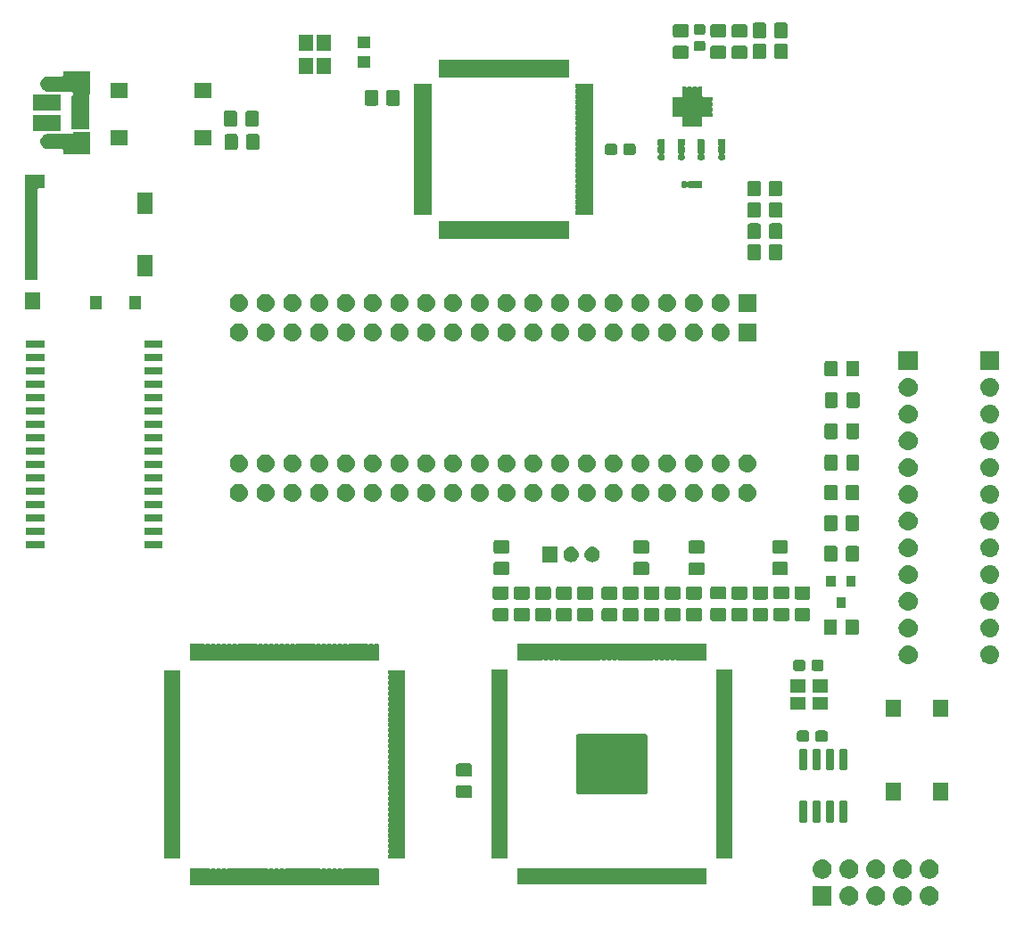
<source format=gbr>
G04 #@! TF.GenerationSoftware,KiCad,Pcbnew,(5.1.2-1)-1*
G04 #@! TF.CreationDate,2020-09-17T21:50:52+01:00*
G04 #@! TF.ProjectId,tranZPUter-SW-700_v1_2,7472616e-5a50-4557-9465-722d53572d37,rev?*
G04 #@! TF.SameCoordinates,Original*
G04 #@! TF.FileFunction,Soldermask,Top*
G04 #@! TF.FilePolarity,Negative*
%FSLAX46Y46*%
G04 Gerber Fmt 4.6, Leading zero omitted, Abs format (unit mm)*
G04 Created by KiCad (PCBNEW (5.1.2-1)-1) date 2020-09-17 21:50:52*
%MOMM*%
%LPD*%
G04 APERTURE LIST*
%ADD10C,0.100000*%
G04 APERTURE END LIST*
D10*
G36*
X186690443Y-128545519D02*
G01*
X186756627Y-128552037D01*
X186926466Y-128603557D01*
X187082991Y-128687222D01*
X187118729Y-128716552D01*
X187220186Y-128799814D01*
X187303448Y-128901271D01*
X187332778Y-128937009D01*
X187416443Y-129093534D01*
X187467963Y-129263373D01*
X187485359Y-129440000D01*
X187467963Y-129616627D01*
X187416443Y-129786466D01*
X187332778Y-129942991D01*
X187303448Y-129978729D01*
X187220186Y-130080186D01*
X187118729Y-130163448D01*
X187082991Y-130192778D01*
X186926466Y-130276443D01*
X186756627Y-130327963D01*
X186690443Y-130334481D01*
X186624260Y-130341000D01*
X186535740Y-130341000D01*
X186469557Y-130334481D01*
X186403373Y-130327963D01*
X186233534Y-130276443D01*
X186077009Y-130192778D01*
X186041271Y-130163448D01*
X185939814Y-130080186D01*
X185856552Y-129978729D01*
X185827222Y-129942991D01*
X185743557Y-129786466D01*
X185692037Y-129616627D01*
X185674641Y-129440000D01*
X185692037Y-129263373D01*
X185743557Y-129093534D01*
X185827222Y-128937009D01*
X185856552Y-128901271D01*
X185939814Y-128799814D01*
X186041271Y-128716552D01*
X186077009Y-128687222D01*
X186233534Y-128603557D01*
X186403373Y-128552037D01*
X186469557Y-128545519D01*
X186535740Y-128539000D01*
X186624260Y-128539000D01*
X186690443Y-128545519D01*
X186690443Y-128545519D01*
G37*
G36*
X184150443Y-128545519D02*
G01*
X184216627Y-128552037D01*
X184386466Y-128603557D01*
X184542991Y-128687222D01*
X184578729Y-128716552D01*
X184680186Y-128799814D01*
X184763448Y-128901271D01*
X184792778Y-128937009D01*
X184876443Y-129093534D01*
X184927963Y-129263373D01*
X184945359Y-129440000D01*
X184927963Y-129616627D01*
X184876443Y-129786466D01*
X184792778Y-129942991D01*
X184763448Y-129978729D01*
X184680186Y-130080186D01*
X184578729Y-130163448D01*
X184542991Y-130192778D01*
X184386466Y-130276443D01*
X184216627Y-130327963D01*
X184150443Y-130334481D01*
X184084260Y-130341000D01*
X183995740Y-130341000D01*
X183929557Y-130334481D01*
X183863373Y-130327963D01*
X183693534Y-130276443D01*
X183537009Y-130192778D01*
X183501271Y-130163448D01*
X183399814Y-130080186D01*
X183316552Y-129978729D01*
X183287222Y-129942991D01*
X183203557Y-129786466D01*
X183152037Y-129616627D01*
X183134641Y-129440000D01*
X183152037Y-129263373D01*
X183203557Y-129093534D01*
X183287222Y-128937009D01*
X183316552Y-128901271D01*
X183399814Y-128799814D01*
X183501271Y-128716552D01*
X183537009Y-128687222D01*
X183693534Y-128603557D01*
X183863373Y-128552037D01*
X183929557Y-128545519D01*
X183995740Y-128539000D01*
X184084260Y-128539000D01*
X184150443Y-128545519D01*
X184150443Y-128545519D01*
G37*
G36*
X181610443Y-128545519D02*
G01*
X181676627Y-128552037D01*
X181846466Y-128603557D01*
X182002991Y-128687222D01*
X182038729Y-128716552D01*
X182140186Y-128799814D01*
X182223448Y-128901271D01*
X182252778Y-128937009D01*
X182336443Y-129093534D01*
X182387963Y-129263373D01*
X182405359Y-129440000D01*
X182387963Y-129616627D01*
X182336443Y-129786466D01*
X182252778Y-129942991D01*
X182223448Y-129978729D01*
X182140186Y-130080186D01*
X182038729Y-130163448D01*
X182002991Y-130192778D01*
X181846466Y-130276443D01*
X181676627Y-130327963D01*
X181610443Y-130334481D01*
X181544260Y-130341000D01*
X181455740Y-130341000D01*
X181389557Y-130334481D01*
X181323373Y-130327963D01*
X181153534Y-130276443D01*
X180997009Y-130192778D01*
X180961271Y-130163448D01*
X180859814Y-130080186D01*
X180776552Y-129978729D01*
X180747222Y-129942991D01*
X180663557Y-129786466D01*
X180612037Y-129616627D01*
X180594641Y-129440000D01*
X180612037Y-129263373D01*
X180663557Y-129093534D01*
X180747222Y-128937009D01*
X180776552Y-128901271D01*
X180859814Y-128799814D01*
X180961271Y-128716552D01*
X180997009Y-128687222D01*
X181153534Y-128603557D01*
X181323373Y-128552037D01*
X181389557Y-128545519D01*
X181455740Y-128539000D01*
X181544260Y-128539000D01*
X181610443Y-128545519D01*
X181610443Y-128545519D01*
G37*
G36*
X179070443Y-128545519D02*
G01*
X179136627Y-128552037D01*
X179306466Y-128603557D01*
X179462991Y-128687222D01*
X179498729Y-128716552D01*
X179600186Y-128799814D01*
X179683448Y-128901271D01*
X179712778Y-128937009D01*
X179796443Y-129093534D01*
X179847963Y-129263373D01*
X179865359Y-129440000D01*
X179847963Y-129616627D01*
X179796443Y-129786466D01*
X179712778Y-129942991D01*
X179683448Y-129978729D01*
X179600186Y-130080186D01*
X179498729Y-130163448D01*
X179462991Y-130192778D01*
X179306466Y-130276443D01*
X179136627Y-130327963D01*
X179070443Y-130334481D01*
X179004260Y-130341000D01*
X178915740Y-130341000D01*
X178849557Y-130334481D01*
X178783373Y-130327963D01*
X178613534Y-130276443D01*
X178457009Y-130192778D01*
X178421271Y-130163448D01*
X178319814Y-130080186D01*
X178236552Y-129978729D01*
X178207222Y-129942991D01*
X178123557Y-129786466D01*
X178072037Y-129616627D01*
X178054641Y-129440000D01*
X178072037Y-129263373D01*
X178123557Y-129093534D01*
X178207222Y-128937009D01*
X178236552Y-128901271D01*
X178319814Y-128799814D01*
X178421271Y-128716552D01*
X178457009Y-128687222D01*
X178613534Y-128603557D01*
X178783373Y-128552037D01*
X178849557Y-128545519D01*
X178915740Y-128539000D01*
X179004260Y-128539000D01*
X179070443Y-128545519D01*
X179070443Y-128545519D01*
G37*
G36*
X177321000Y-130341000D02*
G01*
X175519000Y-130341000D01*
X175519000Y-128539000D01*
X177321000Y-128539000D01*
X177321000Y-130341000D01*
X177321000Y-130341000D01*
G37*
G36*
X116800295Y-126845323D02*
G01*
X116807309Y-126847451D01*
X116821077Y-126854810D01*
X116843716Y-126864187D01*
X116867749Y-126868967D01*
X116892253Y-126868967D01*
X116916286Y-126864186D01*
X116938923Y-126854810D01*
X116952691Y-126847451D01*
X116959705Y-126845323D01*
X116973140Y-126844000D01*
X117286860Y-126844000D01*
X117300295Y-126845323D01*
X117307309Y-126847451D01*
X117321077Y-126854810D01*
X117343716Y-126864187D01*
X117367749Y-126868967D01*
X117392253Y-126868967D01*
X117416286Y-126864186D01*
X117438923Y-126854810D01*
X117452691Y-126847451D01*
X117459705Y-126845323D01*
X117473140Y-126844000D01*
X117786860Y-126844000D01*
X117800295Y-126845323D01*
X117807309Y-126847451D01*
X117821077Y-126854810D01*
X117843716Y-126864187D01*
X117867749Y-126868967D01*
X117892253Y-126868967D01*
X117916286Y-126864186D01*
X117938923Y-126854810D01*
X117952691Y-126847451D01*
X117959705Y-126845323D01*
X117973140Y-126844000D01*
X118286860Y-126844000D01*
X118300295Y-126845323D01*
X118307309Y-126847451D01*
X118321077Y-126854810D01*
X118343716Y-126864187D01*
X118367749Y-126868967D01*
X118392253Y-126868967D01*
X118416286Y-126864186D01*
X118438923Y-126854810D01*
X118452691Y-126847451D01*
X118459705Y-126845323D01*
X118473140Y-126844000D01*
X118786860Y-126844000D01*
X118800295Y-126845323D01*
X118807309Y-126847451D01*
X118821077Y-126854810D01*
X118843716Y-126864187D01*
X118867749Y-126868967D01*
X118892253Y-126868967D01*
X118916286Y-126864186D01*
X118938923Y-126854810D01*
X118952691Y-126847451D01*
X118959705Y-126845323D01*
X118973140Y-126844000D01*
X119286860Y-126844000D01*
X119300295Y-126845323D01*
X119307309Y-126847451D01*
X119321077Y-126854810D01*
X119343716Y-126864187D01*
X119367749Y-126868967D01*
X119392253Y-126868967D01*
X119416286Y-126864186D01*
X119438923Y-126854810D01*
X119452691Y-126847451D01*
X119459705Y-126845323D01*
X119473140Y-126844000D01*
X119786860Y-126844000D01*
X119800295Y-126845323D01*
X119807309Y-126847451D01*
X119821077Y-126854810D01*
X119843716Y-126864187D01*
X119867749Y-126868967D01*
X119892253Y-126868967D01*
X119916286Y-126864186D01*
X119938923Y-126854810D01*
X119952691Y-126847451D01*
X119959705Y-126845323D01*
X119973140Y-126844000D01*
X120286860Y-126844000D01*
X120300295Y-126845323D01*
X120307309Y-126847451D01*
X120321077Y-126854810D01*
X120343716Y-126864187D01*
X120367749Y-126868967D01*
X120392253Y-126868967D01*
X120416286Y-126864186D01*
X120438923Y-126854810D01*
X120452691Y-126847451D01*
X120459705Y-126845323D01*
X120473140Y-126844000D01*
X120786860Y-126844000D01*
X120800295Y-126845323D01*
X120807309Y-126847451D01*
X120821077Y-126854810D01*
X120843716Y-126864187D01*
X120867749Y-126868967D01*
X120892253Y-126868967D01*
X120916286Y-126864186D01*
X120938923Y-126854810D01*
X120952691Y-126847451D01*
X120959705Y-126845323D01*
X120973140Y-126844000D01*
X121286860Y-126844000D01*
X121300295Y-126845323D01*
X121307309Y-126847451D01*
X121321077Y-126854810D01*
X121343716Y-126864187D01*
X121367749Y-126868967D01*
X121392253Y-126868967D01*
X121416286Y-126864186D01*
X121438923Y-126854810D01*
X121452691Y-126847451D01*
X121459705Y-126845323D01*
X121473140Y-126844000D01*
X121786860Y-126844000D01*
X121800295Y-126845323D01*
X121807309Y-126847451D01*
X121821077Y-126854810D01*
X121843716Y-126864187D01*
X121867749Y-126868967D01*
X121892253Y-126868967D01*
X121916286Y-126864186D01*
X121938923Y-126854810D01*
X121952691Y-126847451D01*
X121959705Y-126845323D01*
X121973140Y-126844000D01*
X122286860Y-126844000D01*
X122300295Y-126845323D01*
X122307309Y-126847451D01*
X122321077Y-126854810D01*
X122343716Y-126864187D01*
X122367749Y-126868967D01*
X122392253Y-126868967D01*
X122416286Y-126864186D01*
X122438923Y-126854810D01*
X122452691Y-126847451D01*
X122459705Y-126845323D01*
X122473140Y-126844000D01*
X122786860Y-126844000D01*
X122800295Y-126845323D01*
X122807309Y-126847451D01*
X122821077Y-126854810D01*
X122843716Y-126864187D01*
X122867749Y-126868967D01*
X122892253Y-126868967D01*
X122916286Y-126864186D01*
X122938923Y-126854810D01*
X122952691Y-126847451D01*
X122959705Y-126845323D01*
X122973140Y-126844000D01*
X123286860Y-126844000D01*
X123300295Y-126845323D01*
X123307309Y-126847451D01*
X123321077Y-126854810D01*
X123343716Y-126864187D01*
X123367749Y-126868967D01*
X123392253Y-126868967D01*
X123416286Y-126864186D01*
X123438923Y-126854810D01*
X123452691Y-126847451D01*
X123459705Y-126845323D01*
X123473140Y-126844000D01*
X123786860Y-126844000D01*
X123800295Y-126845323D01*
X123807309Y-126847451D01*
X123821077Y-126854810D01*
X123843716Y-126864187D01*
X123867749Y-126868967D01*
X123892253Y-126868967D01*
X123916286Y-126864186D01*
X123938923Y-126854810D01*
X123952691Y-126847451D01*
X123959705Y-126845323D01*
X123973140Y-126844000D01*
X124286860Y-126844000D01*
X124300295Y-126845323D01*
X124307309Y-126847451D01*
X124321077Y-126854810D01*
X124343716Y-126864187D01*
X124367749Y-126868967D01*
X124392253Y-126868967D01*
X124416286Y-126864186D01*
X124438923Y-126854810D01*
X124452691Y-126847451D01*
X124459705Y-126845323D01*
X124473140Y-126844000D01*
X124786860Y-126844000D01*
X124800295Y-126845323D01*
X124807309Y-126847451D01*
X124821077Y-126854810D01*
X124843716Y-126864187D01*
X124867749Y-126868967D01*
X124892253Y-126868967D01*
X124916286Y-126864186D01*
X124938923Y-126854810D01*
X124952691Y-126847451D01*
X124959705Y-126845323D01*
X124973140Y-126844000D01*
X125286860Y-126844000D01*
X125300295Y-126845323D01*
X125307309Y-126847451D01*
X125321077Y-126854810D01*
X125343716Y-126864187D01*
X125367749Y-126868967D01*
X125392253Y-126868967D01*
X125416286Y-126864186D01*
X125438923Y-126854810D01*
X125452691Y-126847451D01*
X125459705Y-126845323D01*
X125473140Y-126844000D01*
X125786860Y-126844000D01*
X125800295Y-126845323D01*
X125807309Y-126847451D01*
X125821077Y-126854810D01*
X125843716Y-126864187D01*
X125867749Y-126868967D01*
X125892253Y-126868967D01*
X125916286Y-126864186D01*
X125938923Y-126854810D01*
X125952691Y-126847451D01*
X125959705Y-126845323D01*
X125973140Y-126844000D01*
X126286860Y-126844000D01*
X126300295Y-126845323D01*
X126307309Y-126847451D01*
X126321077Y-126854810D01*
X126343716Y-126864187D01*
X126367749Y-126868967D01*
X126392253Y-126868967D01*
X126416286Y-126864186D01*
X126438923Y-126854810D01*
X126452691Y-126847451D01*
X126459705Y-126845323D01*
X126473140Y-126844000D01*
X126786860Y-126844000D01*
X126800295Y-126845323D01*
X126807309Y-126847451D01*
X126821077Y-126854810D01*
X126843716Y-126864187D01*
X126867749Y-126868967D01*
X126892253Y-126868967D01*
X126916286Y-126864186D01*
X126938923Y-126854810D01*
X126952691Y-126847451D01*
X126959705Y-126845323D01*
X126973140Y-126844000D01*
X127286860Y-126844000D01*
X127300295Y-126845323D01*
X127307309Y-126847451D01*
X127321077Y-126854810D01*
X127343716Y-126864187D01*
X127367749Y-126868967D01*
X127392253Y-126868967D01*
X127416286Y-126864186D01*
X127438923Y-126854810D01*
X127452691Y-126847451D01*
X127459705Y-126845323D01*
X127473140Y-126844000D01*
X127786860Y-126844000D01*
X127800295Y-126845323D01*
X127807309Y-126847451D01*
X127821077Y-126854810D01*
X127843716Y-126864187D01*
X127867749Y-126868967D01*
X127892253Y-126868967D01*
X127916286Y-126864186D01*
X127938923Y-126854810D01*
X127952691Y-126847451D01*
X127959705Y-126845323D01*
X127973140Y-126844000D01*
X128286860Y-126844000D01*
X128300295Y-126845323D01*
X128307309Y-126847451D01*
X128321077Y-126854810D01*
X128343716Y-126864187D01*
X128367749Y-126868967D01*
X128392253Y-126868967D01*
X128416286Y-126864186D01*
X128438923Y-126854810D01*
X128452691Y-126847451D01*
X128459705Y-126845323D01*
X128473140Y-126844000D01*
X128786860Y-126844000D01*
X128800295Y-126845323D01*
X128807309Y-126847451D01*
X128821077Y-126854810D01*
X128843716Y-126864187D01*
X128867749Y-126868967D01*
X128892253Y-126868967D01*
X128916286Y-126864186D01*
X128938923Y-126854810D01*
X128952691Y-126847451D01*
X128959705Y-126845323D01*
X128973140Y-126844000D01*
X129286860Y-126844000D01*
X129300295Y-126845323D01*
X129307309Y-126847451D01*
X129321077Y-126854810D01*
X129343716Y-126864187D01*
X129367749Y-126868967D01*
X129392253Y-126868967D01*
X129416286Y-126864186D01*
X129438923Y-126854810D01*
X129452691Y-126847451D01*
X129459705Y-126845323D01*
X129473140Y-126844000D01*
X129786860Y-126844000D01*
X129800295Y-126845323D01*
X129807309Y-126847451D01*
X129821077Y-126854810D01*
X129843716Y-126864187D01*
X129867749Y-126868967D01*
X129892253Y-126868967D01*
X129916286Y-126864186D01*
X129938923Y-126854810D01*
X129952691Y-126847451D01*
X129959705Y-126845323D01*
X129973140Y-126844000D01*
X130286860Y-126844000D01*
X130300295Y-126845323D01*
X130307309Y-126847451D01*
X130321077Y-126854810D01*
X130343716Y-126864187D01*
X130367749Y-126868967D01*
X130392253Y-126868967D01*
X130416286Y-126864186D01*
X130438923Y-126854810D01*
X130452691Y-126847451D01*
X130459705Y-126845323D01*
X130473140Y-126844000D01*
X130786860Y-126844000D01*
X130800295Y-126845323D01*
X130807309Y-126847451D01*
X130821077Y-126854810D01*
X130843716Y-126864187D01*
X130867749Y-126868967D01*
X130892253Y-126868967D01*
X130916286Y-126864186D01*
X130938923Y-126854810D01*
X130952691Y-126847451D01*
X130959705Y-126845323D01*
X130973140Y-126844000D01*
X131286860Y-126844000D01*
X131300295Y-126845323D01*
X131307309Y-126847451D01*
X131321077Y-126854810D01*
X131343716Y-126864187D01*
X131367749Y-126868967D01*
X131392253Y-126868967D01*
X131416286Y-126864186D01*
X131438923Y-126854810D01*
X131452691Y-126847451D01*
X131459705Y-126845323D01*
X131473140Y-126844000D01*
X131786860Y-126844000D01*
X131800295Y-126845323D01*
X131807309Y-126847451D01*
X131821077Y-126854810D01*
X131843716Y-126864187D01*
X131867749Y-126868967D01*
X131892253Y-126868967D01*
X131916286Y-126864186D01*
X131938923Y-126854810D01*
X131952691Y-126847451D01*
X131959705Y-126845323D01*
X131973140Y-126844000D01*
X132286860Y-126844000D01*
X132300295Y-126845323D01*
X132307309Y-126847451D01*
X132321077Y-126854810D01*
X132343716Y-126864187D01*
X132367749Y-126868967D01*
X132392253Y-126868967D01*
X132416286Y-126864186D01*
X132438923Y-126854810D01*
X132452691Y-126847451D01*
X132459705Y-126845323D01*
X132473140Y-126844000D01*
X132786860Y-126844000D01*
X132800295Y-126845323D01*
X132807309Y-126847451D01*
X132821077Y-126854810D01*
X132843716Y-126864187D01*
X132867749Y-126868967D01*
X132892253Y-126868967D01*
X132916286Y-126864186D01*
X132938923Y-126854810D01*
X132952691Y-126847451D01*
X132959705Y-126845323D01*
X132973140Y-126844000D01*
X133286860Y-126844000D01*
X133300295Y-126845323D01*
X133307309Y-126847451D01*
X133321077Y-126854810D01*
X133343716Y-126864187D01*
X133367749Y-126868967D01*
X133392253Y-126868967D01*
X133416286Y-126864186D01*
X133438923Y-126854810D01*
X133452691Y-126847451D01*
X133459705Y-126845323D01*
X133473140Y-126844000D01*
X133786860Y-126844000D01*
X133800295Y-126845323D01*
X133807309Y-126847451D01*
X133821077Y-126854810D01*
X133843716Y-126864187D01*
X133867749Y-126868967D01*
X133892253Y-126868967D01*
X133916286Y-126864186D01*
X133938923Y-126854810D01*
X133952691Y-126847451D01*
X133959705Y-126845323D01*
X133973140Y-126844000D01*
X134286860Y-126844000D01*
X134300295Y-126845323D01*
X134307310Y-126847451D01*
X134313776Y-126850908D01*
X134319442Y-126855558D01*
X134324092Y-126861224D01*
X134327549Y-126867690D01*
X134329677Y-126874705D01*
X134331000Y-126888140D01*
X134331000Y-128376860D01*
X134329677Y-128390295D01*
X134327549Y-128397310D01*
X134324092Y-128403776D01*
X134319442Y-128409442D01*
X134313776Y-128414092D01*
X134307310Y-128417549D01*
X134300295Y-128419677D01*
X134286860Y-128421000D01*
X133973140Y-128421000D01*
X133959705Y-128419677D01*
X133952691Y-128417549D01*
X133938923Y-128410190D01*
X133916284Y-128400813D01*
X133892251Y-128396033D01*
X133867747Y-128396033D01*
X133843714Y-128400814D01*
X133821077Y-128410190D01*
X133807309Y-128417549D01*
X133800295Y-128419677D01*
X133786860Y-128421000D01*
X133473140Y-128421000D01*
X133459705Y-128419677D01*
X133452691Y-128417549D01*
X133438923Y-128410190D01*
X133416284Y-128400813D01*
X133392251Y-128396033D01*
X133367747Y-128396033D01*
X133343714Y-128400814D01*
X133321077Y-128410190D01*
X133307309Y-128417549D01*
X133300295Y-128419677D01*
X133286860Y-128421000D01*
X132973140Y-128421000D01*
X132959705Y-128419677D01*
X132952691Y-128417549D01*
X132938923Y-128410190D01*
X132916284Y-128400813D01*
X132892251Y-128396033D01*
X132867747Y-128396033D01*
X132843714Y-128400814D01*
X132821077Y-128410190D01*
X132807309Y-128417549D01*
X132800295Y-128419677D01*
X132786860Y-128421000D01*
X132473140Y-128421000D01*
X132459705Y-128419677D01*
X132452691Y-128417549D01*
X132438923Y-128410190D01*
X132416284Y-128400813D01*
X132392251Y-128396033D01*
X132367747Y-128396033D01*
X132343714Y-128400814D01*
X132321077Y-128410190D01*
X132307309Y-128417549D01*
X132300295Y-128419677D01*
X132286860Y-128421000D01*
X131973140Y-128421000D01*
X131959705Y-128419677D01*
X131952691Y-128417549D01*
X131938923Y-128410190D01*
X131916284Y-128400813D01*
X131892251Y-128396033D01*
X131867747Y-128396033D01*
X131843714Y-128400814D01*
X131821077Y-128410190D01*
X131807309Y-128417549D01*
X131800295Y-128419677D01*
X131786860Y-128421000D01*
X131473140Y-128421000D01*
X131459705Y-128419677D01*
X131452691Y-128417549D01*
X131438923Y-128410190D01*
X131416284Y-128400813D01*
X131392251Y-128396033D01*
X131367747Y-128396033D01*
X131343714Y-128400814D01*
X131321077Y-128410190D01*
X131307309Y-128417549D01*
X131300295Y-128419677D01*
X131286860Y-128421000D01*
X130973140Y-128421000D01*
X130959705Y-128419677D01*
X130952691Y-128417549D01*
X130938923Y-128410190D01*
X130916284Y-128400813D01*
X130892251Y-128396033D01*
X130867747Y-128396033D01*
X130843714Y-128400814D01*
X130821077Y-128410190D01*
X130807309Y-128417549D01*
X130800295Y-128419677D01*
X130786860Y-128421000D01*
X130473140Y-128421000D01*
X130459705Y-128419677D01*
X130452691Y-128417549D01*
X130438923Y-128410190D01*
X130416284Y-128400813D01*
X130392251Y-128396033D01*
X130367747Y-128396033D01*
X130343714Y-128400814D01*
X130321077Y-128410190D01*
X130307309Y-128417549D01*
X130300295Y-128419677D01*
X130286860Y-128421000D01*
X129973140Y-128421000D01*
X129959705Y-128419677D01*
X129952691Y-128417549D01*
X129938923Y-128410190D01*
X129916284Y-128400813D01*
X129892251Y-128396033D01*
X129867747Y-128396033D01*
X129843714Y-128400814D01*
X129821077Y-128410190D01*
X129807309Y-128417549D01*
X129800295Y-128419677D01*
X129786860Y-128421000D01*
X129473140Y-128421000D01*
X129459705Y-128419677D01*
X129452691Y-128417549D01*
X129438923Y-128410190D01*
X129416284Y-128400813D01*
X129392251Y-128396033D01*
X129367747Y-128396033D01*
X129343714Y-128400814D01*
X129321077Y-128410190D01*
X129307309Y-128417549D01*
X129300295Y-128419677D01*
X129286860Y-128421000D01*
X128973140Y-128421000D01*
X128959705Y-128419677D01*
X128952691Y-128417549D01*
X128938923Y-128410190D01*
X128916284Y-128400813D01*
X128892251Y-128396033D01*
X128867747Y-128396033D01*
X128843714Y-128400814D01*
X128821077Y-128410190D01*
X128807309Y-128417549D01*
X128800295Y-128419677D01*
X128786860Y-128421000D01*
X128473140Y-128421000D01*
X128459705Y-128419677D01*
X128452691Y-128417549D01*
X128438923Y-128410190D01*
X128416284Y-128400813D01*
X128392251Y-128396033D01*
X128367747Y-128396033D01*
X128343714Y-128400814D01*
X128321077Y-128410190D01*
X128307309Y-128417549D01*
X128300295Y-128419677D01*
X128286860Y-128421000D01*
X127973140Y-128421000D01*
X127959705Y-128419677D01*
X127952691Y-128417549D01*
X127938923Y-128410190D01*
X127916284Y-128400813D01*
X127892251Y-128396033D01*
X127867747Y-128396033D01*
X127843714Y-128400814D01*
X127821077Y-128410190D01*
X127807309Y-128417549D01*
X127800295Y-128419677D01*
X127786860Y-128421000D01*
X127473140Y-128421000D01*
X127459705Y-128419677D01*
X127452691Y-128417549D01*
X127438923Y-128410190D01*
X127416284Y-128400813D01*
X127392251Y-128396033D01*
X127367747Y-128396033D01*
X127343714Y-128400814D01*
X127321077Y-128410190D01*
X127307309Y-128417549D01*
X127300295Y-128419677D01*
X127286860Y-128421000D01*
X126973140Y-128421000D01*
X126959705Y-128419677D01*
X126952691Y-128417549D01*
X126938923Y-128410190D01*
X126916284Y-128400813D01*
X126892251Y-128396033D01*
X126867747Y-128396033D01*
X126843714Y-128400814D01*
X126821077Y-128410190D01*
X126807309Y-128417549D01*
X126800295Y-128419677D01*
X126786860Y-128421000D01*
X126473140Y-128421000D01*
X126459705Y-128419677D01*
X126452691Y-128417549D01*
X126438923Y-128410190D01*
X126416284Y-128400813D01*
X126392251Y-128396033D01*
X126367747Y-128396033D01*
X126343714Y-128400814D01*
X126321077Y-128410190D01*
X126307309Y-128417549D01*
X126300295Y-128419677D01*
X126286860Y-128421000D01*
X125973140Y-128421000D01*
X125959705Y-128419677D01*
X125952691Y-128417549D01*
X125938923Y-128410190D01*
X125916284Y-128400813D01*
X125892251Y-128396033D01*
X125867747Y-128396033D01*
X125843714Y-128400814D01*
X125821077Y-128410190D01*
X125807309Y-128417549D01*
X125800295Y-128419677D01*
X125786860Y-128421000D01*
X125473140Y-128421000D01*
X125459705Y-128419677D01*
X125452691Y-128417549D01*
X125438923Y-128410190D01*
X125416284Y-128400813D01*
X125392251Y-128396033D01*
X125367747Y-128396033D01*
X125343714Y-128400814D01*
X125321077Y-128410190D01*
X125307309Y-128417549D01*
X125300295Y-128419677D01*
X125286860Y-128421000D01*
X124973140Y-128421000D01*
X124959705Y-128419677D01*
X124952691Y-128417549D01*
X124938923Y-128410190D01*
X124916284Y-128400813D01*
X124892251Y-128396033D01*
X124867747Y-128396033D01*
X124843714Y-128400814D01*
X124821077Y-128410190D01*
X124807309Y-128417549D01*
X124800295Y-128419677D01*
X124786860Y-128421000D01*
X124473140Y-128421000D01*
X124459705Y-128419677D01*
X124452691Y-128417549D01*
X124438923Y-128410190D01*
X124416284Y-128400813D01*
X124392251Y-128396033D01*
X124367747Y-128396033D01*
X124343714Y-128400814D01*
X124321077Y-128410190D01*
X124307309Y-128417549D01*
X124300295Y-128419677D01*
X124286860Y-128421000D01*
X123973140Y-128421000D01*
X123959705Y-128419677D01*
X123952691Y-128417549D01*
X123938923Y-128410190D01*
X123916284Y-128400813D01*
X123892251Y-128396033D01*
X123867747Y-128396033D01*
X123843714Y-128400814D01*
X123821077Y-128410190D01*
X123807309Y-128417549D01*
X123800295Y-128419677D01*
X123786860Y-128421000D01*
X123473140Y-128421000D01*
X123459705Y-128419677D01*
X123452691Y-128417549D01*
X123438923Y-128410190D01*
X123416284Y-128400813D01*
X123392251Y-128396033D01*
X123367747Y-128396033D01*
X123343714Y-128400814D01*
X123321077Y-128410190D01*
X123307309Y-128417549D01*
X123300295Y-128419677D01*
X123286860Y-128421000D01*
X122973140Y-128421000D01*
X122959705Y-128419677D01*
X122952691Y-128417549D01*
X122938923Y-128410190D01*
X122916284Y-128400813D01*
X122892251Y-128396033D01*
X122867747Y-128396033D01*
X122843714Y-128400814D01*
X122821077Y-128410190D01*
X122807309Y-128417549D01*
X122800295Y-128419677D01*
X122786860Y-128421000D01*
X122473140Y-128421000D01*
X122459705Y-128419677D01*
X122452691Y-128417549D01*
X122438923Y-128410190D01*
X122416284Y-128400813D01*
X122392251Y-128396033D01*
X122367747Y-128396033D01*
X122343714Y-128400814D01*
X122321077Y-128410190D01*
X122307309Y-128417549D01*
X122300295Y-128419677D01*
X122286860Y-128421000D01*
X121973140Y-128421000D01*
X121959705Y-128419677D01*
X121952691Y-128417549D01*
X121938923Y-128410190D01*
X121916284Y-128400813D01*
X121892251Y-128396033D01*
X121867747Y-128396033D01*
X121843714Y-128400814D01*
X121821077Y-128410190D01*
X121807309Y-128417549D01*
X121800295Y-128419677D01*
X121786860Y-128421000D01*
X121473140Y-128421000D01*
X121459705Y-128419677D01*
X121452691Y-128417549D01*
X121438923Y-128410190D01*
X121416284Y-128400813D01*
X121392251Y-128396033D01*
X121367747Y-128396033D01*
X121343714Y-128400814D01*
X121321077Y-128410190D01*
X121307309Y-128417549D01*
X121300295Y-128419677D01*
X121286860Y-128421000D01*
X120973140Y-128421000D01*
X120959705Y-128419677D01*
X120952691Y-128417549D01*
X120938923Y-128410190D01*
X120916284Y-128400813D01*
X120892251Y-128396033D01*
X120867747Y-128396033D01*
X120843714Y-128400814D01*
X120821077Y-128410190D01*
X120807309Y-128417549D01*
X120800295Y-128419677D01*
X120786860Y-128421000D01*
X120473140Y-128421000D01*
X120459705Y-128419677D01*
X120452691Y-128417549D01*
X120438923Y-128410190D01*
X120416284Y-128400813D01*
X120392251Y-128396033D01*
X120367747Y-128396033D01*
X120343714Y-128400814D01*
X120321077Y-128410190D01*
X120307309Y-128417549D01*
X120300295Y-128419677D01*
X120286860Y-128421000D01*
X119973140Y-128421000D01*
X119959705Y-128419677D01*
X119952691Y-128417549D01*
X119938923Y-128410190D01*
X119916284Y-128400813D01*
X119892251Y-128396033D01*
X119867747Y-128396033D01*
X119843714Y-128400814D01*
X119821077Y-128410190D01*
X119807309Y-128417549D01*
X119800295Y-128419677D01*
X119786860Y-128421000D01*
X119473140Y-128421000D01*
X119459705Y-128419677D01*
X119452691Y-128417549D01*
X119438923Y-128410190D01*
X119416284Y-128400813D01*
X119392251Y-128396033D01*
X119367747Y-128396033D01*
X119343714Y-128400814D01*
X119321077Y-128410190D01*
X119307309Y-128417549D01*
X119300295Y-128419677D01*
X119286860Y-128421000D01*
X118973140Y-128421000D01*
X118959705Y-128419677D01*
X118952691Y-128417549D01*
X118938923Y-128410190D01*
X118916284Y-128400813D01*
X118892251Y-128396033D01*
X118867747Y-128396033D01*
X118843714Y-128400814D01*
X118821077Y-128410190D01*
X118807309Y-128417549D01*
X118800295Y-128419677D01*
X118786860Y-128421000D01*
X118473140Y-128421000D01*
X118459705Y-128419677D01*
X118452691Y-128417549D01*
X118438923Y-128410190D01*
X118416284Y-128400813D01*
X118392251Y-128396033D01*
X118367747Y-128396033D01*
X118343714Y-128400814D01*
X118321077Y-128410190D01*
X118307309Y-128417549D01*
X118300295Y-128419677D01*
X118286860Y-128421000D01*
X117973140Y-128421000D01*
X117959705Y-128419677D01*
X117952691Y-128417549D01*
X117938923Y-128410190D01*
X117916284Y-128400813D01*
X117892251Y-128396033D01*
X117867747Y-128396033D01*
X117843714Y-128400814D01*
X117821077Y-128410190D01*
X117807309Y-128417549D01*
X117800295Y-128419677D01*
X117786860Y-128421000D01*
X117473140Y-128421000D01*
X117459705Y-128419677D01*
X117452691Y-128417549D01*
X117438923Y-128410190D01*
X117416284Y-128400813D01*
X117392251Y-128396033D01*
X117367747Y-128396033D01*
X117343714Y-128400814D01*
X117321077Y-128410190D01*
X117307309Y-128417549D01*
X117300295Y-128419677D01*
X117286860Y-128421000D01*
X116973140Y-128421000D01*
X116959705Y-128419677D01*
X116952691Y-128417549D01*
X116938923Y-128410190D01*
X116916284Y-128400813D01*
X116892251Y-128396033D01*
X116867747Y-128396033D01*
X116843714Y-128400814D01*
X116821077Y-128410190D01*
X116807309Y-128417549D01*
X116800295Y-128419677D01*
X116786860Y-128421000D01*
X116473140Y-128421000D01*
X116459705Y-128419677D01*
X116452690Y-128417549D01*
X116446224Y-128414092D01*
X116440558Y-128409442D01*
X116435908Y-128403776D01*
X116432451Y-128397310D01*
X116430323Y-128390295D01*
X116429000Y-128376860D01*
X116429000Y-126888140D01*
X116430323Y-126874705D01*
X116432451Y-126867690D01*
X116435908Y-126861224D01*
X116440558Y-126855558D01*
X116446224Y-126850908D01*
X116452690Y-126847451D01*
X116459705Y-126845323D01*
X116473140Y-126844000D01*
X116786860Y-126844000D01*
X116800295Y-126845323D01*
X116800295Y-126845323D01*
G37*
G36*
X147880295Y-126805323D02*
G01*
X147887309Y-126807451D01*
X147901077Y-126814810D01*
X147923716Y-126824187D01*
X147947749Y-126828967D01*
X147972253Y-126828967D01*
X147996286Y-126824186D01*
X148018923Y-126814810D01*
X148032691Y-126807451D01*
X148039705Y-126805323D01*
X148053140Y-126804000D01*
X148366860Y-126804000D01*
X148380295Y-126805323D01*
X148387309Y-126807451D01*
X148401077Y-126814810D01*
X148423716Y-126824187D01*
X148447749Y-126828967D01*
X148472253Y-126828967D01*
X148496286Y-126824186D01*
X148518923Y-126814810D01*
X148532691Y-126807451D01*
X148539705Y-126805323D01*
X148553140Y-126804000D01*
X148866860Y-126804000D01*
X148880295Y-126805323D01*
X148887309Y-126807451D01*
X148901077Y-126814810D01*
X148923716Y-126824187D01*
X148947749Y-126828967D01*
X148972253Y-126828967D01*
X148996286Y-126824186D01*
X149018923Y-126814810D01*
X149032691Y-126807451D01*
X149039705Y-126805323D01*
X149053140Y-126804000D01*
X149366860Y-126804000D01*
X149380295Y-126805323D01*
X149387309Y-126807451D01*
X149401077Y-126814810D01*
X149423716Y-126824187D01*
X149447749Y-126828967D01*
X149472253Y-126828967D01*
X149496286Y-126824186D01*
X149518923Y-126814810D01*
X149532691Y-126807451D01*
X149539705Y-126805323D01*
X149553140Y-126804000D01*
X149866860Y-126804000D01*
X149880295Y-126805323D01*
X149887309Y-126807451D01*
X149901077Y-126814810D01*
X149923716Y-126824187D01*
X149947749Y-126828967D01*
X149972253Y-126828967D01*
X149996286Y-126824186D01*
X150018923Y-126814810D01*
X150032691Y-126807451D01*
X150039705Y-126805323D01*
X150053140Y-126804000D01*
X150366860Y-126804000D01*
X150380295Y-126805323D01*
X150387309Y-126807451D01*
X150401077Y-126814810D01*
X150423716Y-126824187D01*
X150447749Y-126828967D01*
X150472253Y-126828967D01*
X150496286Y-126824186D01*
X150518923Y-126814810D01*
X150532691Y-126807451D01*
X150539705Y-126805323D01*
X150553140Y-126804000D01*
X150866860Y-126804000D01*
X150880295Y-126805323D01*
X150887309Y-126807451D01*
X150901077Y-126814810D01*
X150923716Y-126824187D01*
X150947749Y-126828967D01*
X150972253Y-126828967D01*
X150996286Y-126824186D01*
X151018923Y-126814810D01*
X151032691Y-126807451D01*
X151039705Y-126805323D01*
X151053140Y-126804000D01*
X151366860Y-126804000D01*
X151380295Y-126805323D01*
X151387309Y-126807451D01*
X151401077Y-126814810D01*
X151423716Y-126824187D01*
X151447749Y-126828967D01*
X151472253Y-126828967D01*
X151496286Y-126824186D01*
X151518923Y-126814810D01*
X151532691Y-126807451D01*
X151539705Y-126805323D01*
X151553140Y-126804000D01*
X151866860Y-126804000D01*
X151880295Y-126805323D01*
X151887309Y-126807451D01*
X151901077Y-126814810D01*
X151923716Y-126824187D01*
X151947749Y-126828967D01*
X151972253Y-126828967D01*
X151996286Y-126824186D01*
X152018923Y-126814810D01*
X152032691Y-126807451D01*
X152039705Y-126805323D01*
X152053140Y-126804000D01*
X152366860Y-126804000D01*
X152380295Y-126805323D01*
X152387309Y-126807451D01*
X152401077Y-126814810D01*
X152423716Y-126824187D01*
X152447749Y-126828967D01*
X152472253Y-126828967D01*
X152496286Y-126824186D01*
X152518923Y-126814810D01*
X152532691Y-126807451D01*
X152539705Y-126805323D01*
X152553140Y-126804000D01*
X152866860Y-126804000D01*
X152880295Y-126805323D01*
X152887309Y-126807451D01*
X152901077Y-126814810D01*
X152923716Y-126824187D01*
X152947749Y-126828967D01*
X152972253Y-126828967D01*
X152996286Y-126824186D01*
X153018923Y-126814810D01*
X153032691Y-126807451D01*
X153039705Y-126805323D01*
X153053140Y-126804000D01*
X153366860Y-126804000D01*
X153380295Y-126805323D01*
X153387309Y-126807451D01*
X153401077Y-126814810D01*
X153423716Y-126824187D01*
X153447749Y-126828967D01*
X153472253Y-126828967D01*
X153496286Y-126824186D01*
X153518923Y-126814810D01*
X153532691Y-126807451D01*
X153539705Y-126805323D01*
X153553140Y-126804000D01*
X153866860Y-126804000D01*
X153880295Y-126805323D01*
X153887309Y-126807451D01*
X153901077Y-126814810D01*
X153923716Y-126824187D01*
X153947749Y-126828967D01*
X153972253Y-126828967D01*
X153996286Y-126824186D01*
X154018923Y-126814810D01*
X154032691Y-126807451D01*
X154039705Y-126805323D01*
X154053140Y-126804000D01*
X154366860Y-126804000D01*
X154380295Y-126805323D01*
X154387309Y-126807451D01*
X154401077Y-126814810D01*
X154423716Y-126824187D01*
X154447749Y-126828967D01*
X154472253Y-126828967D01*
X154496286Y-126824186D01*
X154518923Y-126814810D01*
X154532691Y-126807451D01*
X154539705Y-126805323D01*
X154553140Y-126804000D01*
X154866860Y-126804000D01*
X154880295Y-126805323D01*
X154887309Y-126807451D01*
X154901077Y-126814810D01*
X154923716Y-126824187D01*
X154947749Y-126828967D01*
X154972253Y-126828967D01*
X154996286Y-126824186D01*
X155018923Y-126814810D01*
X155032691Y-126807451D01*
X155039705Y-126805323D01*
X155053140Y-126804000D01*
X155366860Y-126804000D01*
X155380295Y-126805323D01*
X155387309Y-126807451D01*
X155401077Y-126814810D01*
X155423716Y-126824187D01*
X155447749Y-126828967D01*
X155472253Y-126828967D01*
X155496286Y-126824186D01*
X155518923Y-126814810D01*
X155532691Y-126807451D01*
X155539705Y-126805323D01*
X155553140Y-126804000D01*
X155866860Y-126804000D01*
X155880295Y-126805323D01*
X155887309Y-126807451D01*
X155901077Y-126814810D01*
X155923716Y-126824187D01*
X155947749Y-126828967D01*
X155972253Y-126828967D01*
X155996286Y-126824186D01*
X156018923Y-126814810D01*
X156032691Y-126807451D01*
X156039705Y-126805323D01*
X156053140Y-126804000D01*
X156366860Y-126804000D01*
X156380295Y-126805323D01*
X156387309Y-126807451D01*
X156401077Y-126814810D01*
X156423716Y-126824187D01*
X156447749Y-126828967D01*
X156472253Y-126828967D01*
X156496286Y-126824186D01*
X156518923Y-126814810D01*
X156532691Y-126807451D01*
X156539705Y-126805323D01*
X156553140Y-126804000D01*
X156866860Y-126804000D01*
X156880295Y-126805323D01*
X156887309Y-126807451D01*
X156901077Y-126814810D01*
X156923716Y-126824187D01*
X156947749Y-126828967D01*
X156972253Y-126828967D01*
X156996286Y-126824186D01*
X157018923Y-126814810D01*
X157032691Y-126807451D01*
X157039705Y-126805323D01*
X157053140Y-126804000D01*
X157366860Y-126804000D01*
X157380295Y-126805323D01*
X157387309Y-126807451D01*
X157401077Y-126814810D01*
X157423716Y-126824187D01*
X157447749Y-126828967D01*
X157472253Y-126828967D01*
X157496286Y-126824186D01*
X157518923Y-126814810D01*
X157532691Y-126807451D01*
X157539705Y-126805323D01*
X157553140Y-126804000D01*
X157866860Y-126804000D01*
X157880295Y-126805323D01*
X157887309Y-126807451D01*
X157901077Y-126814810D01*
X157923716Y-126824187D01*
X157947749Y-126828967D01*
X157972253Y-126828967D01*
X157996286Y-126824186D01*
X158018923Y-126814810D01*
X158032691Y-126807451D01*
X158039705Y-126805323D01*
X158053140Y-126804000D01*
X158366860Y-126804000D01*
X158380295Y-126805323D01*
X158387309Y-126807451D01*
X158401077Y-126814810D01*
X158423716Y-126824187D01*
X158447749Y-126828967D01*
X158472253Y-126828967D01*
X158496286Y-126824186D01*
X158518923Y-126814810D01*
X158532691Y-126807451D01*
X158539705Y-126805323D01*
X158553140Y-126804000D01*
X158866860Y-126804000D01*
X158880295Y-126805323D01*
X158887309Y-126807451D01*
X158901077Y-126814810D01*
X158923716Y-126824187D01*
X158947749Y-126828967D01*
X158972253Y-126828967D01*
X158996286Y-126824186D01*
X159018923Y-126814810D01*
X159032691Y-126807451D01*
X159039705Y-126805323D01*
X159053140Y-126804000D01*
X159366860Y-126804000D01*
X159380295Y-126805323D01*
X159387309Y-126807451D01*
X159401077Y-126814810D01*
X159423716Y-126824187D01*
X159447749Y-126828967D01*
X159472253Y-126828967D01*
X159496286Y-126824186D01*
X159518923Y-126814810D01*
X159532691Y-126807451D01*
X159539705Y-126805323D01*
X159553140Y-126804000D01*
X159866860Y-126804000D01*
X159880295Y-126805323D01*
X159887309Y-126807451D01*
X159901077Y-126814810D01*
X159923716Y-126824187D01*
X159947749Y-126828967D01*
X159972253Y-126828967D01*
X159996286Y-126824186D01*
X160018923Y-126814810D01*
X160032691Y-126807451D01*
X160039705Y-126805323D01*
X160053140Y-126804000D01*
X160366860Y-126804000D01*
X160380295Y-126805323D01*
X160387309Y-126807451D01*
X160401077Y-126814810D01*
X160423716Y-126824187D01*
X160447749Y-126828967D01*
X160472253Y-126828967D01*
X160496286Y-126824186D01*
X160518923Y-126814810D01*
X160532691Y-126807451D01*
X160539705Y-126805323D01*
X160553140Y-126804000D01*
X160866860Y-126804000D01*
X160880295Y-126805323D01*
X160887309Y-126807451D01*
X160901077Y-126814810D01*
X160923716Y-126824187D01*
X160947749Y-126828967D01*
X160972253Y-126828967D01*
X160996286Y-126824186D01*
X161018923Y-126814810D01*
X161032691Y-126807451D01*
X161039705Y-126805323D01*
X161053140Y-126804000D01*
X161366860Y-126804000D01*
X161380295Y-126805323D01*
X161387309Y-126807451D01*
X161401077Y-126814810D01*
X161423716Y-126824187D01*
X161447749Y-126828967D01*
X161472253Y-126828967D01*
X161496286Y-126824186D01*
X161518923Y-126814810D01*
X161532691Y-126807451D01*
X161539705Y-126805323D01*
X161553140Y-126804000D01*
X161866860Y-126804000D01*
X161880295Y-126805323D01*
X161887309Y-126807451D01*
X161901077Y-126814810D01*
X161923716Y-126824187D01*
X161947749Y-126828967D01*
X161972253Y-126828967D01*
X161996286Y-126824186D01*
X162018923Y-126814810D01*
X162032691Y-126807451D01*
X162039705Y-126805323D01*
X162053140Y-126804000D01*
X162366860Y-126804000D01*
X162380295Y-126805323D01*
X162387309Y-126807451D01*
X162401077Y-126814810D01*
X162423716Y-126824187D01*
X162447749Y-126828967D01*
X162472253Y-126828967D01*
X162496286Y-126824186D01*
X162518923Y-126814810D01*
X162532691Y-126807451D01*
X162539705Y-126805323D01*
X162553140Y-126804000D01*
X162866860Y-126804000D01*
X162880295Y-126805323D01*
X162887309Y-126807451D01*
X162901077Y-126814810D01*
X162923716Y-126824187D01*
X162947749Y-126828967D01*
X162972253Y-126828967D01*
X162996286Y-126824186D01*
X163018923Y-126814810D01*
X163032691Y-126807451D01*
X163039705Y-126805323D01*
X163053140Y-126804000D01*
X163366860Y-126804000D01*
X163380295Y-126805323D01*
X163387309Y-126807451D01*
X163401077Y-126814810D01*
X163423716Y-126824187D01*
X163447749Y-126828967D01*
X163472253Y-126828967D01*
X163496286Y-126824186D01*
X163518923Y-126814810D01*
X163532691Y-126807451D01*
X163539705Y-126805323D01*
X163553140Y-126804000D01*
X163866860Y-126804000D01*
X163880295Y-126805323D01*
X163887309Y-126807451D01*
X163901077Y-126814810D01*
X163923716Y-126824187D01*
X163947749Y-126828967D01*
X163972253Y-126828967D01*
X163996286Y-126824186D01*
X164018923Y-126814810D01*
X164032691Y-126807451D01*
X164039705Y-126805323D01*
X164053140Y-126804000D01*
X164366860Y-126804000D01*
X164380295Y-126805323D01*
X164387309Y-126807451D01*
X164401077Y-126814810D01*
X164423716Y-126824187D01*
X164447749Y-126828967D01*
X164472253Y-126828967D01*
X164496286Y-126824186D01*
X164518923Y-126814810D01*
X164532691Y-126807451D01*
X164539705Y-126805323D01*
X164553140Y-126804000D01*
X164866860Y-126804000D01*
X164880295Y-126805323D01*
X164887309Y-126807451D01*
X164901077Y-126814810D01*
X164923716Y-126824187D01*
X164947749Y-126828967D01*
X164972253Y-126828967D01*
X164996286Y-126824186D01*
X165018923Y-126814810D01*
X165032691Y-126807451D01*
X165039705Y-126805323D01*
X165053140Y-126804000D01*
X165366860Y-126804000D01*
X165380295Y-126805323D01*
X165387310Y-126807451D01*
X165393776Y-126810908D01*
X165399442Y-126815558D01*
X165404092Y-126821224D01*
X165407549Y-126827690D01*
X165409677Y-126834705D01*
X165411000Y-126848140D01*
X165411000Y-128336860D01*
X165409677Y-128350295D01*
X165407549Y-128357310D01*
X165404092Y-128363776D01*
X165399442Y-128369442D01*
X165393776Y-128374092D01*
X165387310Y-128377549D01*
X165380295Y-128379677D01*
X165366860Y-128381000D01*
X165053140Y-128381000D01*
X165039705Y-128379677D01*
X165032691Y-128377549D01*
X165018923Y-128370190D01*
X164996284Y-128360813D01*
X164972251Y-128356033D01*
X164947747Y-128356033D01*
X164923714Y-128360814D01*
X164901077Y-128370190D01*
X164887309Y-128377549D01*
X164880295Y-128379677D01*
X164866860Y-128381000D01*
X164553140Y-128381000D01*
X164539705Y-128379677D01*
X164532691Y-128377549D01*
X164518923Y-128370190D01*
X164496284Y-128360813D01*
X164472251Y-128356033D01*
X164447747Y-128356033D01*
X164423714Y-128360814D01*
X164401077Y-128370190D01*
X164387309Y-128377549D01*
X164380295Y-128379677D01*
X164366860Y-128381000D01*
X164053140Y-128381000D01*
X164039705Y-128379677D01*
X164032691Y-128377549D01*
X164018923Y-128370190D01*
X163996284Y-128360813D01*
X163972251Y-128356033D01*
X163947747Y-128356033D01*
X163923714Y-128360814D01*
X163901077Y-128370190D01*
X163887309Y-128377549D01*
X163880295Y-128379677D01*
X163866860Y-128381000D01*
X163553140Y-128381000D01*
X163539705Y-128379677D01*
X163532691Y-128377549D01*
X163518923Y-128370190D01*
X163496284Y-128360813D01*
X163472251Y-128356033D01*
X163447747Y-128356033D01*
X163423714Y-128360814D01*
X163401077Y-128370190D01*
X163387309Y-128377549D01*
X163380295Y-128379677D01*
X163366860Y-128381000D01*
X163053140Y-128381000D01*
X163039705Y-128379677D01*
X163032691Y-128377549D01*
X163018923Y-128370190D01*
X162996284Y-128360813D01*
X162972251Y-128356033D01*
X162947747Y-128356033D01*
X162923714Y-128360814D01*
X162901077Y-128370190D01*
X162887309Y-128377549D01*
X162880295Y-128379677D01*
X162866860Y-128381000D01*
X162553140Y-128381000D01*
X162539705Y-128379677D01*
X162532691Y-128377549D01*
X162518923Y-128370190D01*
X162496284Y-128360813D01*
X162472251Y-128356033D01*
X162447747Y-128356033D01*
X162423714Y-128360814D01*
X162401077Y-128370190D01*
X162387309Y-128377549D01*
X162380295Y-128379677D01*
X162366860Y-128381000D01*
X162053140Y-128381000D01*
X162039705Y-128379677D01*
X162032691Y-128377549D01*
X162018923Y-128370190D01*
X161996284Y-128360813D01*
X161972251Y-128356033D01*
X161947747Y-128356033D01*
X161923714Y-128360814D01*
X161901077Y-128370190D01*
X161887309Y-128377549D01*
X161880295Y-128379677D01*
X161866860Y-128381000D01*
X161553140Y-128381000D01*
X161539705Y-128379677D01*
X161532691Y-128377549D01*
X161518923Y-128370190D01*
X161496284Y-128360813D01*
X161472251Y-128356033D01*
X161447747Y-128356033D01*
X161423714Y-128360814D01*
X161401077Y-128370190D01*
X161387309Y-128377549D01*
X161380295Y-128379677D01*
X161366860Y-128381000D01*
X161053140Y-128381000D01*
X161039705Y-128379677D01*
X161032691Y-128377549D01*
X161018923Y-128370190D01*
X160996284Y-128360813D01*
X160972251Y-128356033D01*
X160947747Y-128356033D01*
X160923714Y-128360814D01*
X160901077Y-128370190D01*
X160887309Y-128377549D01*
X160880295Y-128379677D01*
X160866860Y-128381000D01*
X160553140Y-128381000D01*
X160539705Y-128379677D01*
X160532691Y-128377549D01*
X160518923Y-128370190D01*
X160496284Y-128360813D01*
X160472251Y-128356033D01*
X160447747Y-128356033D01*
X160423714Y-128360814D01*
X160401077Y-128370190D01*
X160387309Y-128377549D01*
X160380295Y-128379677D01*
X160366860Y-128381000D01*
X160053140Y-128381000D01*
X160039705Y-128379677D01*
X160032691Y-128377549D01*
X160018923Y-128370190D01*
X159996284Y-128360813D01*
X159972251Y-128356033D01*
X159947747Y-128356033D01*
X159923714Y-128360814D01*
X159901077Y-128370190D01*
X159887309Y-128377549D01*
X159880295Y-128379677D01*
X159866860Y-128381000D01*
X159553140Y-128381000D01*
X159539705Y-128379677D01*
X159532691Y-128377549D01*
X159518923Y-128370190D01*
X159496284Y-128360813D01*
X159472251Y-128356033D01*
X159447747Y-128356033D01*
X159423714Y-128360814D01*
X159401077Y-128370190D01*
X159387309Y-128377549D01*
X159380295Y-128379677D01*
X159366860Y-128381000D01*
X159053140Y-128381000D01*
X159039705Y-128379677D01*
X159032691Y-128377549D01*
X159018923Y-128370190D01*
X158996284Y-128360813D01*
X158972251Y-128356033D01*
X158947747Y-128356033D01*
X158923714Y-128360814D01*
X158901077Y-128370190D01*
X158887309Y-128377549D01*
X158880295Y-128379677D01*
X158866860Y-128381000D01*
X158553140Y-128381000D01*
X158539705Y-128379677D01*
X158532691Y-128377549D01*
X158518923Y-128370190D01*
X158496284Y-128360813D01*
X158472251Y-128356033D01*
X158447747Y-128356033D01*
X158423714Y-128360814D01*
X158401077Y-128370190D01*
X158387309Y-128377549D01*
X158380295Y-128379677D01*
X158366860Y-128381000D01*
X158053140Y-128381000D01*
X158039705Y-128379677D01*
X158032691Y-128377549D01*
X158018923Y-128370190D01*
X157996284Y-128360813D01*
X157972251Y-128356033D01*
X157947747Y-128356033D01*
X157923714Y-128360814D01*
X157901077Y-128370190D01*
X157887309Y-128377549D01*
X157880295Y-128379677D01*
X157866860Y-128381000D01*
X157553140Y-128381000D01*
X157539705Y-128379677D01*
X157532691Y-128377549D01*
X157518923Y-128370190D01*
X157496284Y-128360813D01*
X157472251Y-128356033D01*
X157447747Y-128356033D01*
X157423714Y-128360814D01*
X157401077Y-128370190D01*
X157387309Y-128377549D01*
X157380295Y-128379677D01*
X157366860Y-128381000D01*
X157053140Y-128381000D01*
X157039705Y-128379677D01*
X157032691Y-128377549D01*
X157018923Y-128370190D01*
X156996284Y-128360813D01*
X156972251Y-128356033D01*
X156947747Y-128356033D01*
X156923714Y-128360814D01*
X156901077Y-128370190D01*
X156887309Y-128377549D01*
X156880295Y-128379677D01*
X156866860Y-128381000D01*
X156553140Y-128381000D01*
X156539705Y-128379677D01*
X156532691Y-128377549D01*
X156518923Y-128370190D01*
X156496284Y-128360813D01*
X156472251Y-128356033D01*
X156447747Y-128356033D01*
X156423714Y-128360814D01*
X156401077Y-128370190D01*
X156387309Y-128377549D01*
X156380295Y-128379677D01*
X156366860Y-128381000D01*
X156053140Y-128381000D01*
X156039705Y-128379677D01*
X156032691Y-128377549D01*
X156018923Y-128370190D01*
X155996284Y-128360813D01*
X155972251Y-128356033D01*
X155947747Y-128356033D01*
X155923714Y-128360814D01*
X155901077Y-128370190D01*
X155887309Y-128377549D01*
X155880295Y-128379677D01*
X155866860Y-128381000D01*
X155553140Y-128381000D01*
X155539705Y-128379677D01*
X155532691Y-128377549D01*
X155518923Y-128370190D01*
X155496284Y-128360813D01*
X155472251Y-128356033D01*
X155447747Y-128356033D01*
X155423714Y-128360814D01*
X155401077Y-128370190D01*
X155387309Y-128377549D01*
X155380295Y-128379677D01*
X155366860Y-128381000D01*
X155053140Y-128381000D01*
X155039705Y-128379677D01*
X155032691Y-128377549D01*
X155018923Y-128370190D01*
X154996284Y-128360813D01*
X154972251Y-128356033D01*
X154947747Y-128356033D01*
X154923714Y-128360814D01*
X154901077Y-128370190D01*
X154887309Y-128377549D01*
X154880295Y-128379677D01*
X154866860Y-128381000D01*
X154553140Y-128381000D01*
X154539705Y-128379677D01*
X154532691Y-128377549D01*
X154518923Y-128370190D01*
X154496284Y-128360813D01*
X154472251Y-128356033D01*
X154447747Y-128356033D01*
X154423714Y-128360814D01*
X154401077Y-128370190D01*
X154387309Y-128377549D01*
X154380295Y-128379677D01*
X154366860Y-128381000D01*
X154053140Y-128381000D01*
X154039705Y-128379677D01*
X154032691Y-128377549D01*
X154018923Y-128370190D01*
X153996284Y-128360813D01*
X153972251Y-128356033D01*
X153947747Y-128356033D01*
X153923714Y-128360814D01*
X153901077Y-128370190D01*
X153887309Y-128377549D01*
X153880295Y-128379677D01*
X153866860Y-128381000D01*
X153553140Y-128381000D01*
X153539705Y-128379677D01*
X153532691Y-128377549D01*
X153518923Y-128370190D01*
X153496284Y-128360813D01*
X153472251Y-128356033D01*
X153447747Y-128356033D01*
X153423714Y-128360814D01*
X153401077Y-128370190D01*
X153387309Y-128377549D01*
X153380295Y-128379677D01*
X153366860Y-128381000D01*
X153053140Y-128381000D01*
X153039705Y-128379677D01*
X153032691Y-128377549D01*
X153018923Y-128370190D01*
X152996284Y-128360813D01*
X152972251Y-128356033D01*
X152947747Y-128356033D01*
X152923714Y-128360814D01*
X152901077Y-128370190D01*
X152887309Y-128377549D01*
X152880295Y-128379677D01*
X152866860Y-128381000D01*
X152553140Y-128381000D01*
X152539705Y-128379677D01*
X152532691Y-128377549D01*
X152518923Y-128370190D01*
X152496284Y-128360813D01*
X152472251Y-128356033D01*
X152447747Y-128356033D01*
X152423714Y-128360814D01*
X152401077Y-128370190D01*
X152387309Y-128377549D01*
X152380295Y-128379677D01*
X152366860Y-128381000D01*
X152053140Y-128381000D01*
X152039705Y-128379677D01*
X152032691Y-128377549D01*
X152018923Y-128370190D01*
X151996284Y-128360813D01*
X151972251Y-128356033D01*
X151947747Y-128356033D01*
X151923714Y-128360814D01*
X151901077Y-128370190D01*
X151887309Y-128377549D01*
X151880295Y-128379677D01*
X151866860Y-128381000D01*
X151553140Y-128381000D01*
X151539705Y-128379677D01*
X151532691Y-128377549D01*
X151518923Y-128370190D01*
X151496284Y-128360813D01*
X151472251Y-128356033D01*
X151447747Y-128356033D01*
X151423714Y-128360814D01*
X151401077Y-128370190D01*
X151387309Y-128377549D01*
X151380295Y-128379677D01*
X151366860Y-128381000D01*
X151053140Y-128381000D01*
X151039705Y-128379677D01*
X151032691Y-128377549D01*
X151018923Y-128370190D01*
X150996284Y-128360813D01*
X150972251Y-128356033D01*
X150947747Y-128356033D01*
X150923714Y-128360814D01*
X150901077Y-128370190D01*
X150887309Y-128377549D01*
X150880295Y-128379677D01*
X150866860Y-128381000D01*
X150553140Y-128381000D01*
X150539705Y-128379677D01*
X150532691Y-128377549D01*
X150518923Y-128370190D01*
X150496284Y-128360813D01*
X150472251Y-128356033D01*
X150447747Y-128356033D01*
X150423714Y-128360814D01*
X150401077Y-128370190D01*
X150387309Y-128377549D01*
X150380295Y-128379677D01*
X150366860Y-128381000D01*
X150053140Y-128381000D01*
X150039705Y-128379677D01*
X150032691Y-128377549D01*
X150018923Y-128370190D01*
X149996284Y-128360813D01*
X149972251Y-128356033D01*
X149947747Y-128356033D01*
X149923714Y-128360814D01*
X149901077Y-128370190D01*
X149887309Y-128377549D01*
X149880295Y-128379677D01*
X149866860Y-128381000D01*
X149553140Y-128381000D01*
X149539705Y-128379677D01*
X149532691Y-128377549D01*
X149518923Y-128370190D01*
X149496284Y-128360813D01*
X149472251Y-128356033D01*
X149447747Y-128356033D01*
X149423714Y-128360814D01*
X149401077Y-128370190D01*
X149387309Y-128377549D01*
X149380295Y-128379677D01*
X149366860Y-128381000D01*
X149053140Y-128381000D01*
X149039705Y-128379677D01*
X149032691Y-128377549D01*
X149018923Y-128370190D01*
X148996284Y-128360813D01*
X148972251Y-128356033D01*
X148947747Y-128356033D01*
X148923714Y-128360814D01*
X148901077Y-128370190D01*
X148887309Y-128377549D01*
X148880295Y-128379677D01*
X148866860Y-128381000D01*
X148553140Y-128381000D01*
X148539705Y-128379677D01*
X148532691Y-128377549D01*
X148518923Y-128370190D01*
X148496284Y-128360813D01*
X148472251Y-128356033D01*
X148447747Y-128356033D01*
X148423714Y-128360814D01*
X148401077Y-128370190D01*
X148387309Y-128377549D01*
X148380295Y-128379677D01*
X148366860Y-128381000D01*
X148053140Y-128381000D01*
X148039705Y-128379677D01*
X148032691Y-128377549D01*
X148018923Y-128370190D01*
X147996284Y-128360813D01*
X147972251Y-128356033D01*
X147947747Y-128356033D01*
X147923714Y-128360814D01*
X147901077Y-128370190D01*
X147887309Y-128377549D01*
X147880295Y-128379677D01*
X147866860Y-128381000D01*
X147553140Y-128381000D01*
X147539705Y-128379677D01*
X147532690Y-128377549D01*
X147526224Y-128374092D01*
X147520558Y-128369442D01*
X147515908Y-128363776D01*
X147512451Y-128357310D01*
X147510323Y-128350295D01*
X147509000Y-128336860D01*
X147509000Y-126848140D01*
X147510323Y-126834705D01*
X147512451Y-126827690D01*
X147515908Y-126821224D01*
X147520558Y-126815558D01*
X147526224Y-126810908D01*
X147532690Y-126807451D01*
X147539705Y-126805323D01*
X147553140Y-126804000D01*
X147866860Y-126804000D01*
X147880295Y-126805323D01*
X147880295Y-126805323D01*
G37*
G36*
X176530442Y-126005518D02*
G01*
X176596627Y-126012037D01*
X176766466Y-126063557D01*
X176922991Y-126147222D01*
X176958729Y-126176552D01*
X177060186Y-126259814D01*
X177143448Y-126361271D01*
X177172778Y-126397009D01*
X177256443Y-126553534D01*
X177307963Y-126723373D01*
X177325359Y-126900000D01*
X177307963Y-127076627D01*
X177256443Y-127246466D01*
X177172778Y-127402991D01*
X177143448Y-127438729D01*
X177060186Y-127540186D01*
X176958729Y-127623448D01*
X176922991Y-127652778D01*
X176766466Y-127736443D01*
X176596627Y-127787963D01*
X176530443Y-127794481D01*
X176464260Y-127801000D01*
X176375740Y-127801000D01*
X176309557Y-127794481D01*
X176243373Y-127787963D01*
X176073534Y-127736443D01*
X175917009Y-127652778D01*
X175881271Y-127623448D01*
X175779814Y-127540186D01*
X175696552Y-127438729D01*
X175667222Y-127402991D01*
X175583557Y-127246466D01*
X175532037Y-127076627D01*
X175514641Y-126900000D01*
X175532037Y-126723373D01*
X175583557Y-126553534D01*
X175667222Y-126397009D01*
X175696552Y-126361271D01*
X175779814Y-126259814D01*
X175881271Y-126176552D01*
X175917009Y-126147222D01*
X176073534Y-126063557D01*
X176243373Y-126012037D01*
X176309558Y-126005518D01*
X176375740Y-125999000D01*
X176464260Y-125999000D01*
X176530442Y-126005518D01*
X176530442Y-126005518D01*
G37*
G36*
X179070442Y-126005518D02*
G01*
X179136627Y-126012037D01*
X179306466Y-126063557D01*
X179462991Y-126147222D01*
X179498729Y-126176552D01*
X179600186Y-126259814D01*
X179683448Y-126361271D01*
X179712778Y-126397009D01*
X179796443Y-126553534D01*
X179847963Y-126723373D01*
X179865359Y-126900000D01*
X179847963Y-127076627D01*
X179796443Y-127246466D01*
X179712778Y-127402991D01*
X179683448Y-127438729D01*
X179600186Y-127540186D01*
X179498729Y-127623448D01*
X179462991Y-127652778D01*
X179306466Y-127736443D01*
X179136627Y-127787963D01*
X179070443Y-127794481D01*
X179004260Y-127801000D01*
X178915740Y-127801000D01*
X178849557Y-127794481D01*
X178783373Y-127787963D01*
X178613534Y-127736443D01*
X178457009Y-127652778D01*
X178421271Y-127623448D01*
X178319814Y-127540186D01*
X178236552Y-127438729D01*
X178207222Y-127402991D01*
X178123557Y-127246466D01*
X178072037Y-127076627D01*
X178054641Y-126900000D01*
X178072037Y-126723373D01*
X178123557Y-126553534D01*
X178207222Y-126397009D01*
X178236552Y-126361271D01*
X178319814Y-126259814D01*
X178421271Y-126176552D01*
X178457009Y-126147222D01*
X178613534Y-126063557D01*
X178783373Y-126012037D01*
X178849558Y-126005518D01*
X178915740Y-125999000D01*
X179004260Y-125999000D01*
X179070442Y-126005518D01*
X179070442Y-126005518D01*
G37*
G36*
X181610442Y-126005518D02*
G01*
X181676627Y-126012037D01*
X181846466Y-126063557D01*
X182002991Y-126147222D01*
X182038729Y-126176552D01*
X182140186Y-126259814D01*
X182223448Y-126361271D01*
X182252778Y-126397009D01*
X182336443Y-126553534D01*
X182387963Y-126723373D01*
X182405359Y-126900000D01*
X182387963Y-127076627D01*
X182336443Y-127246466D01*
X182252778Y-127402991D01*
X182223448Y-127438729D01*
X182140186Y-127540186D01*
X182038729Y-127623448D01*
X182002991Y-127652778D01*
X181846466Y-127736443D01*
X181676627Y-127787963D01*
X181610443Y-127794481D01*
X181544260Y-127801000D01*
X181455740Y-127801000D01*
X181389557Y-127794481D01*
X181323373Y-127787963D01*
X181153534Y-127736443D01*
X180997009Y-127652778D01*
X180961271Y-127623448D01*
X180859814Y-127540186D01*
X180776552Y-127438729D01*
X180747222Y-127402991D01*
X180663557Y-127246466D01*
X180612037Y-127076627D01*
X180594641Y-126900000D01*
X180612037Y-126723373D01*
X180663557Y-126553534D01*
X180747222Y-126397009D01*
X180776552Y-126361271D01*
X180859814Y-126259814D01*
X180961271Y-126176552D01*
X180997009Y-126147222D01*
X181153534Y-126063557D01*
X181323373Y-126012037D01*
X181389558Y-126005518D01*
X181455740Y-125999000D01*
X181544260Y-125999000D01*
X181610442Y-126005518D01*
X181610442Y-126005518D01*
G37*
G36*
X184150442Y-126005518D02*
G01*
X184216627Y-126012037D01*
X184386466Y-126063557D01*
X184542991Y-126147222D01*
X184578729Y-126176552D01*
X184680186Y-126259814D01*
X184763448Y-126361271D01*
X184792778Y-126397009D01*
X184876443Y-126553534D01*
X184927963Y-126723373D01*
X184945359Y-126900000D01*
X184927963Y-127076627D01*
X184876443Y-127246466D01*
X184792778Y-127402991D01*
X184763448Y-127438729D01*
X184680186Y-127540186D01*
X184578729Y-127623448D01*
X184542991Y-127652778D01*
X184386466Y-127736443D01*
X184216627Y-127787963D01*
X184150443Y-127794481D01*
X184084260Y-127801000D01*
X183995740Y-127801000D01*
X183929557Y-127794481D01*
X183863373Y-127787963D01*
X183693534Y-127736443D01*
X183537009Y-127652778D01*
X183501271Y-127623448D01*
X183399814Y-127540186D01*
X183316552Y-127438729D01*
X183287222Y-127402991D01*
X183203557Y-127246466D01*
X183152037Y-127076627D01*
X183134641Y-126900000D01*
X183152037Y-126723373D01*
X183203557Y-126553534D01*
X183287222Y-126397009D01*
X183316552Y-126361271D01*
X183399814Y-126259814D01*
X183501271Y-126176552D01*
X183537009Y-126147222D01*
X183693534Y-126063557D01*
X183863373Y-126012037D01*
X183929558Y-126005518D01*
X183995740Y-125999000D01*
X184084260Y-125999000D01*
X184150442Y-126005518D01*
X184150442Y-126005518D01*
G37*
G36*
X186690442Y-126005518D02*
G01*
X186756627Y-126012037D01*
X186926466Y-126063557D01*
X187082991Y-126147222D01*
X187118729Y-126176552D01*
X187220186Y-126259814D01*
X187303448Y-126361271D01*
X187332778Y-126397009D01*
X187416443Y-126553534D01*
X187467963Y-126723373D01*
X187485359Y-126900000D01*
X187467963Y-127076627D01*
X187416443Y-127246466D01*
X187332778Y-127402991D01*
X187303448Y-127438729D01*
X187220186Y-127540186D01*
X187118729Y-127623448D01*
X187082991Y-127652778D01*
X186926466Y-127736443D01*
X186756627Y-127787963D01*
X186690443Y-127794481D01*
X186624260Y-127801000D01*
X186535740Y-127801000D01*
X186469557Y-127794481D01*
X186403373Y-127787963D01*
X186233534Y-127736443D01*
X186077009Y-127652778D01*
X186041271Y-127623448D01*
X185939814Y-127540186D01*
X185856552Y-127438729D01*
X185827222Y-127402991D01*
X185743557Y-127246466D01*
X185692037Y-127076627D01*
X185674641Y-126900000D01*
X185692037Y-126723373D01*
X185743557Y-126553534D01*
X185827222Y-126397009D01*
X185856552Y-126361271D01*
X185939814Y-126259814D01*
X186041271Y-126176552D01*
X186077009Y-126147222D01*
X186233534Y-126063557D01*
X186403373Y-126012037D01*
X186469558Y-126005518D01*
X186535740Y-125999000D01*
X186624260Y-125999000D01*
X186690442Y-126005518D01*
X186690442Y-126005518D01*
G37*
G36*
X136800295Y-108020323D02*
G01*
X136807310Y-108022451D01*
X136813776Y-108025908D01*
X136819442Y-108030558D01*
X136824092Y-108036224D01*
X136827549Y-108042690D01*
X136829677Y-108049705D01*
X136831000Y-108063140D01*
X136831000Y-108376860D01*
X136829677Y-108390295D01*
X136827549Y-108397309D01*
X136820190Y-108411077D01*
X136810813Y-108433716D01*
X136806033Y-108457749D01*
X136806033Y-108482253D01*
X136810814Y-108506286D01*
X136820190Y-108528923D01*
X136827549Y-108542691D01*
X136829677Y-108549705D01*
X136831000Y-108563140D01*
X136831000Y-108876860D01*
X136829677Y-108890295D01*
X136827549Y-108897309D01*
X136820190Y-108911077D01*
X136810813Y-108933716D01*
X136806033Y-108957749D01*
X136806033Y-108982253D01*
X136810814Y-109006286D01*
X136820190Y-109028923D01*
X136827549Y-109042691D01*
X136829677Y-109049705D01*
X136831000Y-109063140D01*
X136831000Y-109376860D01*
X136829677Y-109390295D01*
X136827549Y-109397309D01*
X136820190Y-109411077D01*
X136810813Y-109433716D01*
X136806033Y-109457749D01*
X136806033Y-109482253D01*
X136810814Y-109506286D01*
X136820190Y-109528923D01*
X136827549Y-109542691D01*
X136829677Y-109549705D01*
X136831000Y-109563140D01*
X136831000Y-109876860D01*
X136829677Y-109890295D01*
X136827549Y-109897309D01*
X136820190Y-109911077D01*
X136810813Y-109933716D01*
X136806033Y-109957749D01*
X136806033Y-109982253D01*
X136810814Y-110006286D01*
X136820190Y-110028923D01*
X136827549Y-110042691D01*
X136829677Y-110049705D01*
X136831000Y-110063140D01*
X136831000Y-110376860D01*
X136829677Y-110390295D01*
X136827549Y-110397309D01*
X136820190Y-110411077D01*
X136810813Y-110433716D01*
X136806033Y-110457749D01*
X136806033Y-110482253D01*
X136810814Y-110506286D01*
X136820190Y-110528923D01*
X136827549Y-110542691D01*
X136829677Y-110549705D01*
X136831000Y-110563140D01*
X136831000Y-110876860D01*
X136829677Y-110890295D01*
X136827549Y-110897309D01*
X136820190Y-110911077D01*
X136810813Y-110933716D01*
X136806033Y-110957749D01*
X136806033Y-110982253D01*
X136810814Y-111006286D01*
X136820190Y-111028923D01*
X136827549Y-111042691D01*
X136829677Y-111049705D01*
X136831000Y-111063140D01*
X136831000Y-111376860D01*
X136829677Y-111390295D01*
X136827549Y-111397309D01*
X136820190Y-111411077D01*
X136810813Y-111433716D01*
X136806033Y-111457749D01*
X136806033Y-111482253D01*
X136810814Y-111506286D01*
X136820190Y-111528923D01*
X136827549Y-111542691D01*
X136829677Y-111549705D01*
X136831000Y-111563140D01*
X136831000Y-111876860D01*
X136829677Y-111890295D01*
X136827549Y-111897309D01*
X136820190Y-111911077D01*
X136810813Y-111933716D01*
X136806033Y-111957749D01*
X136806033Y-111982253D01*
X136810814Y-112006286D01*
X136820190Y-112028923D01*
X136827549Y-112042691D01*
X136829677Y-112049705D01*
X136831000Y-112063140D01*
X136831000Y-112376860D01*
X136829677Y-112390295D01*
X136827549Y-112397309D01*
X136820190Y-112411077D01*
X136810813Y-112433716D01*
X136806033Y-112457749D01*
X136806033Y-112482253D01*
X136810814Y-112506286D01*
X136820190Y-112528923D01*
X136827549Y-112542691D01*
X136829677Y-112549705D01*
X136831000Y-112563140D01*
X136831000Y-112876860D01*
X136829677Y-112890295D01*
X136827549Y-112897309D01*
X136820190Y-112911077D01*
X136810813Y-112933716D01*
X136806033Y-112957749D01*
X136806033Y-112982253D01*
X136810814Y-113006286D01*
X136820190Y-113028923D01*
X136827549Y-113042691D01*
X136829677Y-113049705D01*
X136831000Y-113063140D01*
X136831000Y-113376860D01*
X136829677Y-113390295D01*
X136827549Y-113397309D01*
X136820190Y-113411077D01*
X136810813Y-113433716D01*
X136806033Y-113457749D01*
X136806033Y-113482253D01*
X136810814Y-113506286D01*
X136820190Y-113528923D01*
X136827549Y-113542691D01*
X136829677Y-113549705D01*
X136831000Y-113563140D01*
X136831000Y-113876860D01*
X136829677Y-113890295D01*
X136827549Y-113897309D01*
X136820190Y-113911077D01*
X136810813Y-113933716D01*
X136806033Y-113957749D01*
X136806033Y-113982253D01*
X136810814Y-114006286D01*
X136820190Y-114028923D01*
X136827549Y-114042691D01*
X136829677Y-114049705D01*
X136831000Y-114063140D01*
X136831000Y-114376860D01*
X136829677Y-114390295D01*
X136827549Y-114397309D01*
X136820190Y-114411077D01*
X136810813Y-114433716D01*
X136806033Y-114457749D01*
X136806033Y-114482253D01*
X136810814Y-114506286D01*
X136820190Y-114528923D01*
X136827549Y-114542691D01*
X136829677Y-114549705D01*
X136831000Y-114563140D01*
X136831000Y-114876860D01*
X136829677Y-114890295D01*
X136827549Y-114897309D01*
X136820190Y-114911077D01*
X136810813Y-114933716D01*
X136806033Y-114957749D01*
X136806033Y-114982253D01*
X136810814Y-115006286D01*
X136820190Y-115028923D01*
X136827549Y-115042691D01*
X136829677Y-115049705D01*
X136831000Y-115063140D01*
X136831000Y-115376860D01*
X136829677Y-115390295D01*
X136827549Y-115397309D01*
X136820190Y-115411077D01*
X136810813Y-115433716D01*
X136806033Y-115457749D01*
X136806033Y-115482253D01*
X136810814Y-115506286D01*
X136820190Y-115528923D01*
X136827549Y-115542691D01*
X136829677Y-115549705D01*
X136831000Y-115563140D01*
X136831000Y-115876860D01*
X136829677Y-115890295D01*
X136827549Y-115897309D01*
X136820190Y-115911077D01*
X136810813Y-115933716D01*
X136806033Y-115957749D01*
X136806033Y-115982253D01*
X136810814Y-116006286D01*
X136820190Y-116028923D01*
X136827549Y-116042691D01*
X136829677Y-116049705D01*
X136831000Y-116063140D01*
X136831000Y-116376860D01*
X136829677Y-116390295D01*
X136827549Y-116397309D01*
X136820190Y-116411077D01*
X136810813Y-116433716D01*
X136806033Y-116457749D01*
X136806033Y-116482253D01*
X136810814Y-116506286D01*
X136820190Y-116528923D01*
X136827549Y-116542691D01*
X136829677Y-116549705D01*
X136831000Y-116563140D01*
X136831000Y-116876860D01*
X136829677Y-116890295D01*
X136827549Y-116897309D01*
X136820190Y-116911077D01*
X136810813Y-116933716D01*
X136806033Y-116957749D01*
X136806033Y-116982253D01*
X136810814Y-117006286D01*
X136820190Y-117028923D01*
X136827549Y-117042691D01*
X136829677Y-117049705D01*
X136831000Y-117063140D01*
X136831000Y-117376860D01*
X136829677Y-117390295D01*
X136827549Y-117397309D01*
X136820190Y-117411077D01*
X136810813Y-117433716D01*
X136806033Y-117457749D01*
X136806033Y-117482253D01*
X136810814Y-117506286D01*
X136820190Y-117528923D01*
X136827549Y-117542691D01*
X136829677Y-117549705D01*
X136831000Y-117563140D01*
X136831000Y-117876860D01*
X136829677Y-117890295D01*
X136827549Y-117897309D01*
X136820190Y-117911077D01*
X136810813Y-117933716D01*
X136806033Y-117957749D01*
X136806033Y-117982253D01*
X136810814Y-118006286D01*
X136820190Y-118028923D01*
X136827549Y-118042691D01*
X136829677Y-118049705D01*
X136831000Y-118063140D01*
X136831000Y-118376860D01*
X136829677Y-118390295D01*
X136827549Y-118397309D01*
X136820190Y-118411077D01*
X136810813Y-118433716D01*
X136806033Y-118457749D01*
X136806033Y-118482253D01*
X136810814Y-118506286D01*
X136820190Y-118528923D01*
X136827549Y-118542691D01*
X136829677Y-118549705D01*
X136831000Y-118563140D01*
X136831000Y-118876860D01*
X136829677Y-118890295D01*
X136827549Y-118897309D01*
X136820190Y-118911077D01*
X136810813Y-118933716D01*
X136806033Y-118957749D01*
X136806033Y-118982253D01*
X136810814Y-119006286D01*
X136820190Y-119028923D01*
X136827549Y-119042691D01*
X136829677Y-119049705D01*
X136831000Y-119063140D01*
X136831000Y-119376860D01*
X136829677Y-119390295D01*
X136827549Y-119397309D01*
X136820190Y-119411077D01*
X136810813Y-119433716D01*
X136806033Y-119457749D01*
X136806033Y-119482253D01*
X136810814Y-119506286D01*
X136820190Y-119528923D01*
X136827549Y-119542691D01*
X136829677Y-119549705D01*
X136831000Y-119563140D01*
X136831000Y-119876860D01*
X136829677Y-119890295D01*
X136827549Y-119897309D01*
X136820190Y-119911077D01*
X136810813Y-119933716D01*
X136806033Y-119957749D01*
X136806033Y-119982253D01*
X136810814Y-120006286D01*
X136820190Y-120028923D01*
X136827549Y-120042691D01*
X136829677Y-120049705D01*
X136831000Y-120063140D01*
X136831000Y-120376860D01*
X136829677Y-120390295D01*
X136827549Y-120397309D01*
X136820190Y-120411077D01*
X136810813Y-120433716D01*
X136806033Y-120457749D01*
X136806033Y-120482253D01*
X136810814Y-120506286D01*
X136820190Y-120528923D01*
X136827549Y-120542691D01*
X136829677Y-120549705D01*
X136831000Y-120563140D01*
X136831000Y-120876860D01*
X136829677Y-120890295D01*
X136827549Y-120897309D01*
X136820190Y-120911077D01*
X136810813Y-120933716D01*
X136806033Y-120957749D01*
X136806033Y-120982253D01*
X136810814Y-121006286D01*
X136820190Y-121028923D01*
X136827549Y-121042691D01*
X136829677Y-121049705D01*
X136831000Y-121063140D01*
X136831000Y-121376860D01*
X136829677Y-121390295D01*
X136827549Y-121397309D01*
X136820190Y-121411077D01*
X136810813Y-121433716D01*
X136806033Y-121457749D01*
X136806033Y-121482253D01*
X136810814Y-121506286D01*
X136820190Y-121528923D01*
X136827549Y-121542691D01*
X136829677Y-121549705D01*
X136831000Y-121563140D01*
X136831000Y-121876860D01*
X136829677Y-121890295D01*
X136827549Y-121897309D01*
X136820190Y-121911077D01*
X136810813Y-121933716D01*
X136806033Y-121957749D01*
X136806033Y-121982253D01*
X136810814Y-122006286D01*
X136820190Y-122028923D01*
X136827549Y-122042691D01*
X136829677Y-122049705D01*
X136831000Y-122063140D01*
X136831000Y-122376860D01*
X136829677Y-122390295D01*
X136827549Y-122397309D01*
X136820190Y-122411077D01*
X136810813Y-122433716D01*
X136806033Y-122457749D01*
X136806033Y-122482253D01*
X136810814Y-122506286D01*
X136820190Y-122528923D01*
X136827549Y-122542691D01*
X136829677Y-122549705D01*
X136831000Y-122563140D01*
X136831000Y-122876860D01*
X136829677Y-122890295D01*
X136827549Y-122897309D01*
X136820190Y-122911077D01*
X136810813Y-122933716D01*
X136806033Y-122957749D01*
X136806033Y-122982253D01*
X136810814Y-123006286D01*
X136820190Y-123028923D01*
X136827549Y-123042691D01*
X136829677Y-123049705D01*
X136831000Y-123063140D01*
X136831000Y-123376860D01*
X136829677Y-123390295D01*
X136827549Y-123397309D01*
X136820190Y-123411077D01*
X136810813Y-123433716D01*
X136806033Y-123457749D01*
X136806033Y-123482253D01*
X136810814Y-123506286D01*
X136820190Y-123528923D01*
X136827549Y-123542691D01*
X136829677Y-123549705D01*
X136831000Y-123563140D01*
X136831000Y-123876860D01*
X136829677Y-123890295D01*
X136827549Y-123897309D01*
X136820190Y-123911077D01*
X136810813Y-123933716D01*
X136806033Y-123957749D01*
X136806033Y-123982253D01*
X136810814Y-124006286D01*
X136820190Y-124028923D01*
X136827549Y-124042691D01*
X136829677Y-124049705D01*
X136831000Y-124063140D01*
X136831000Y-124376860D01*
X136829677Y-124390295D01*
X136827549Y-124397309D01*
X136820190Y-124411077D01*
X136810813Y-124433716D01*
X136806033Y-124457749D01*
X136806033Y-124482253D01*
X136810814Y-124506286D01*
X136820190Y-124528923D01*
X136827549Y-124542691D01*
X136829677Y-124549705D01*
X136831000Y-124563140D01*
X136831000Y-124876860D01*
X136829677Y-124890295D01*
X136827549Y-124897309D01*
X136820190Y-124911077D01*
X136810813Y-124933716D01*
X136806033Y-124957749D01*
X136806033Y-124982253D01*
X136810814Y-125006286D01*
X136820190Y-125028923D01*
X136827549Y-125042691D01*
X136829677Y-125049705D01*
X136831000Y-125063140D01*
X136831000Y-125376860D01*
X136829677Y-125390295D01*
X136827549Y-125397309D01*
X136820190Y-125411077D01*
X136810813Y-125433716D01*
X136806033Y-125457749D01*
X136806033Y-125482253D01*
X136810814Y-125506286D01*
X136820190Y-125528923D01*
X136827549Y-125542691D01*
X136829677Y-125549705D01*
X136831000Y-125563140D01*
X136831000Y-125876860D01*
X136829677Y-125890295D01*
X136827549Y-125897310D01*
X136824092Y-125903776D01*
X136819442Y-125909442D01*
X136813776Y-125914092D01*
X136807310Y-125917549D01*
X136800295Y-125919677D01*
X136786860Y-125921000D01*
X135298140Y-125921000D01*
X135284705Y-125919677D01*
X135277690Y-125917549D01*
X135271224Y-125914092D01*
X135265558Y-125909442D01*
X135260908Y-125903776D01*
X135257451Y-125897310D01*
X135255323Y-125890295D01*
X135254000Y-125876860D01*
X135254000Y-125563140D01*
X135255323Y-125549705D01*
X135257451Y-125542691D01*
X135264810Y-125528923D01*
X135274187Y-125506284D01*
X135278967Y-125482251D01*
X135278967Y-125457747D01*
X135274186Y-125433714D01*
X135264810Y-125411077D01*
X135257451Y-125397309D01*
X135255323Y-125390295D01*
X135254000Y-125376860D01*
X135254000Y-125063140D01*
X135255323Y-125049705D01*
X135257451Y-125042691D01*
X135264810Y-125028923D01*
X135274187Y-125006284D01*
X135278967Y-124982251D01*
X135278967Y-124957747D01*
X135274186Y-124933714D01*
X135264810Y-124911077D01*
X135257451Y-124897309D01*
X135255323Y-124890295D01*
X135254000Y-124876860D01*
X135254000Y-124563140D01*
X135255323Y-124549705D01*
X135257451Y-124542691D01*
X135264810Y-124528923D01*
X135274187Y-124506284D01*
X135278967Y-124482251D01*
X135278967Y-124457747D01*
X135274186Y-124433714D01*
X135264810Y-124411077D01*
X135257451Y-124397309D01*
X135255323Y-124390295D01*
X135254000Y-124376860D01*
X135254000Y-124063140D01*
X135255323Y-124049705D01*
X135257451Y-124042691D01*
X135264810Y-124028923D01*
X135274187Y-124006284D01*
X135278967Y-123982251D01*
X135278967Y-123957747D01*
X135274186Y-123933714D01*
X135264810Y-123911077D01*
X135257451Y-123897309D01*
X135255323Y-123890295D01*
X135254000Y-123876860D01*
X135254000Y-123563140D01*
X135255323Y-123549705D01*
X135257451Y-123542691D01*
X135264810Y-123528923D01*
X135274187Y-123506284D01*
X135278967Y-123482251D01*
X135278967Y-123457747D01*
X135274186Y-123433714D01*
X135264810Y-123411077D01*
X135257451Y-123397309D01*
X135255323Y-123390295D01*
X135254000Y-123376860D01*
X135254000Y-123063140D01*
X135255323Y-123049705D01*
X135257451Y-123042691D01*
X135264810Y-123028923D01*
X135274187Y-123006284D01*
X135278967Y-122982251D01*
X135278967Y-122957747D01*
X135274186Y-122933714D01*
X135264810Y-122911077D01*
X135257451Y-122897309D01*
X135255323Y-122890295D01*
X135254000Y-122876860D01*
X135254000Y-122563140D01*
X135255323Y-122549705D01*
X135257451Y-122542691D01*
X135264810Y-122528923D01*
X135274187Y-122506284D01*
X135278967Y-122482251D01*
X135278967Y-122457747D01*
X135274186Y-122433714D01*
X135264810Y-122411077D01*
X135257451Y-122397309D01*
X135255323Y-122390295D01*
X135254000Y-122376860D01*
X135254000Y-122063140D01*
X135255323Y-122049705D01*
X135257451Y-122042691D01*
X135264810Y-122028923D01*
X135274187Y-122006284D01*
X135278967Y-121982251D01*
X135278967Y-121957747D01*
X135274186Y-121933714D01*
X135264810Y-121911077D01*
X135257451Y-121897309D01*
X135255323Y-121890295D01*
X135254000Y-121876860D01*
X135254000Y-121563140D01*
X135255323Y-121549705D01*
X135257451Y-121542691D01*
X135264810Y-121528923D01*
X135274187Y-121506284D01*
X135278967Y-121482251D01*
X135278967Y-121457747D01*
X135274186Y-121433714D01*
X135264810Y-121411077D01*
X135257451Y-121397309D01*
X135255323Y-121390295D01*
X135254000Y-121376860D01*
X135254000Y-121063140D01*
X135255323Y-121049705D01*
X135257451Y-121042691D01*
X135264810Y-121028923D01*
X135274187Y-121006284D01*
X135278967Y-120982251D01*
X135278967Y-120957747D01*
X135274186Y-120933714D01*
X135264810Y-120911077D01*
X135257451Y-120897309D01*
X135255323Y-120890295D01*
X135254000Y-120876860D01*
X135254000Y-120563140D01*
X135255323Y-120549705D01*
X135257451Y-120542691D01*
X135264810Y-120528923D01*
X135274187Y-120506284D01*
X135278967Y-120482251D01*
X135278967Y-120457747D01*
X135274186Y-120433714D01*
X135264810Y-120411077D01*
X135257451Y-120397309D01*
X135255323Y-120390295D01*
X135254000Y-120376860D01*
X135254000Y-120063140D01*
X135255323Y-120049705D01*
X135257451Y-120042691D01*
X135264810Y-120028923D01*
X135274187Y-120006284D01*
X135278967Y-119982251D01*
X135278967Y-119957747D01*
X135274186Y-119933714D01*
X135264810Y-119911077D01*
X135257451Y-119897309D01*
X135255323Y-119890295D01*
X135254000Y-119876860D01*
X135254000Y-119563140D01*
X135255323Y-119549705D01*
X135257451Y-119542691D01*
X135264810Y-119528923D01*
X135274187Y-119506284D01*
X135278967Y-119482251D01*
X135278967Y-119457747D01*
X135274186Y-119433714D01*
X135264810Y-119411077D01*
X135257451Y-119397309D01*
X135255323Y-119390295D01*
X135254000Y-119376860D01*
X135254000Y-119063140D01*
X135255323Y-119049705D01*
X135257451Y-119042691D01*
X135264810Y-119028923D01*
X135274187Y-119006284D01*
X135278967Y-118982251D01*
X135278967Y-118957747D01*
X135274186Y-118933714D01*
X135264810Y-118911077D01*
X135257451Y-118897309D01*
X135255323Y-118890295D01*
X135254000Y-118876860D01*
X135254000Y-118563140D01*
X135255323Y-118549705D01*
X135257451Y-118542691D01*
X135264810Y-118528923D01*
X135274187Y-118506284D01*
X135278967Y-118482251D01*
X135278967Y-118457747D01*
X135274186Y-118433714D01*
X135264810Y-118411077D01*
X135257451Y-118397309D01*
X135255323Y-118390295D01*
X135254000Y-118376860D01*
X135254000Y-118063140D01*
X135255323Y-118049705D01*
X135257451Y-118042691D01*
X135264810Y-118028923D01*
X135274187Y-118006284D01*
X135278967Y-117982251D01*
X135278967Y-117957747D01*
X135274186Y-117933714D01*
X135264810Y-117911077D01*
X135257451Y-117897309D01*
X135255323Y-117890295D01*
X135254000Y-117876860D01*
X135254000Y-117563140D01*
X135255323Y-117549705D01*
X135257451Y-117542691D01*
X135264810Y-117528923D01*
X135274187Y-117506284D01*
X135278967Y-117482251D01*
X135278967Y-117457747D01*
X135274186Y-117433714D01*
X135264810Y-117411077D01*
X135257451Y-117397309D01*
X135255323Y-117390295D01*
X135254000Y-117376860D01*
X135254000Y-117063140D01*
X135255323Y-117049705D01*
X135257451Y-117042691D01*
X135264810Y-117028923D01*
X135274187Y-117006284D01*
X135278967Y-116982251D01*
X135278967Y-116957747D01*
X135274186Y-116933714D01*
X135264810Y-116911077D01*
X135257451Y-116897309D01*
X135255323Y-116890295D01*
X135254000Y-116876860D01*
X135254000Y-116563140D01*
X135255323Y-116549705D01*
X135257451Y-116542691D01*
X135264810Y-116528923D01*
X135274187Y-116506284D01*
X135278967Y-116482251D01*
X135278967Y-116457747D01*
X135274186Y-116433714D01*
X135264810Y-116411077D01*
X135257451Y-116397309D01*
X135255323Y-116390295D01*
X135254000Y-116376860D01*
X135254000Y-116063140D01*
X135255323Y-116049705D01*
X135257451Y-116042691D01*
X135264810Y-116028923D01*
X135274187Y-116006284D01*
X135278967Y-115982251D01*
X135278967Y-115957747D01*
X135274186Y-115933714D01*
X135264810Y-115911077D01*
X135257451Y-115897309D01*
X135255323Y-115890295D01*
X135254000Y-115876860D01*
X135254000Y-115563140D01*
X135255323Y-115549705D01*
X135257451Y-115542691D01*
X135264810Y-115528923D01*
X135274187Y-115506284D01*
X135278967Y-115482251D01*
X135278967Y-115457747D01*
X135274186Y-115433714D01*
X135264810Y-115411077D01*
X135257451Y-115397309D01*
X135255323Y-115390295D01*
X135254000Y-115376860D01*
X135254000Y-115063140D01*
X135255323Y-115049705D01*
X135257451Y-115042691D01*
X135264810Y-115028923D01*
X135274187Y-115006284D01*
X135278967Y-114982251D01*
X135278967Y-114957747D01*
X135274186Y-114933714D01*
X135264810Y-114911077D01*
X135257451Y-114897309D01*
X135255323Y-114890295D01*
X135254000Y-114876860D01*
X135254000Y-114563140D01*
X135255323Y-114549705D01*
X135257451Y-114542691D01*
X135264810Y-114528923D01*
X135274187Y-114506284D01*
X135278967Y-114482251D01*
X135278967Y-114457747D01*
X135274186Y-114433714D01*
X135264810Y-114411077D01*
X135257451Y-114397309D01*
X135255323Y-114390295D01*
X135254000Y-114376860D01*
X135254000Y-114063140D01*
X135255323Y-114049705D01*
X135257451Y-114042691D01*
X135264810Y-114028923D01*
X135274187Y-114006284D01*
X135278967Y-113982251D01*
X135278967Y-113957747D01*
X135274186Y-113933714D01*
X135264810Y-113911077D01*
X135257451Y-113897309D01*
X135255323Y-113890295D01*
X135254000Y-113876860D01*
X135254000Y-113563140D01*
X135255323Y-113549705D01*
X135257451Y-113542691D01*
X135264810Y-113528923D01*
X135274187Y-113506284D01*
X135278967Y-113482251D01*
X135278967Y-113457747D01*
X135274186Y-113433714D01*
X135264810Y-113411077D01*
X135257451Y-113397309D01*
X135255323Y-113390295D01*
X135254000Y-113376860D01*
X135254000Y-113063140D01*
X135255323Y-113049705D01*
X135257451Y-113042691D01*
X135264810Y-113028923D01*
X135274187Y-113006284D01*
X135278967Y-112982251D01*
X135278967Y-112957747D01*
X135274186Y-112933714D01*
X135264810Y-112911077D01*
X135257451Y-112897309D01*
X135255323Y-112890295D01*
X135254000Y-112876860D01*
X135254000Y-112563140D01*
X135255323Y-112549705D01*
X135257451Y-112542691D01*
X135264810Y-112528923D01*
X135274187Y-112506284D01*
X135278967Y-112482251D01*
X135278967Y-112457747D01*
X135274186Y-112433714D01*
X135264810Y-112411077D01*
X135257451Y-112397309D01*
X135255323Y-112390295D01*
X135254000Y-112376860D01*
X135254000Y-112063140D01*
X135255323Y-112049705D01*
X135257451Y-112042691D01*
X135264810Y-112028923D01*
X135274187Y-112006284D01*
X135278967Y-111982251D01*
X135278967Y-111957747D01*
X135274186Y-111933714D01*
X135264810Y-111911077D01*
X135257451Y-111897309D01*
X135255323Y-111890295D01*
X135254000Y-111876860D01*
X135254000Y-111563140D01*
X135255323Y-111549705D01*
X135257451Y-111542691D01*
X135264810Y-111528923D01*
X135274187Y-111506284D01*
X135278967Y-111482251D01*
X135278967Y-111457747D01*
X135274186Y-111433714D01*
X135264810Y-111411077D01*
X135257451Y-111397309D01*
X135255323Y-111390295D01*
X135254000Y-111376860D01*
X135254000Y-111063140D01*
X135255323Y-111049705D01*
X135257451Y-111042691D01*
X135264810Y-111028923D01*
X135274187Y-111006284D01*
X135278967Y-110982251D01*
X135278967Y-110957747D01*
X135274186Y-110933714D01*
X135264810Y-110911077D01*
X135257451Y-110897309D01*
X135255323Y-110890295D01*
X135254000Y-110876860D01*
X135254000Y-110563140D01*
X135255323Y-110549705D01*
X135257451Y-110542691D01*
X135264810Y-110528923D01*
X135274187Y-110506284D01*
X135278967Y-110482251D01*
X135278967Y-110457747D01*
X135274186Y-110433714D01*
X135264810Y-110411077D01*
X135257451Y-110397309D01*
X135255323Y-110390295D01*
X135254000Y-110376860D01*
X135254000Y-110063140D01*
X135255323Y-110049705D01*
X135257451Y-110042691D01*
X135264810Y-110028923D01*
X135274187Y-110006284D01*
X135278967Y-109982251D01*
X135278967Y-109957747D01*
X135274186Y-109933714D01*
X135264810Y-109911077D01*
X135257451Y-109897309D01*
X135255323Y-109890295D01*
X135254000Y-109876860D01*
X135254000Y-109563140D01*
X135255323Y-109549705D01*
X135257451Y-109542691D01*
X135264810Y-109528923D01*
X135274187Y-109506284D01*
X135278967Y-109482251D01*
X135278967Y-109457747D01*
X135274186Y-109433714D01*
X135264810Y-109411077D01*
X135257451Y-109397309D01*
X135255323Y-109390295D01*
X135254000Y-109376860D01*
X135254000Y-109063140D01*
X135255323Y-109049705D01*
X135257451Y-109042691D01*
X135264810Y-109028923D01*
X135274187Y-109006284D01*
X135278967Y-108982251D01*
X135278967Y-108957747D01*
X135274186Y-108933714D01*
X135264810Y-108911077D01*
X135257451Y-108897309D01*
X135255323Y-108890295D01*
X135254000Y-108876860D01*
X135254000Y-108563140D01*
X135255323Y-108549705D01*
X135257451Y-108542691D01*
X135264810Y-108528923D01*
X135274187Y-108506284D01*
X135278967Y-108482251D01*
X135278967Y-108457747D01*
X135274186Y-108433714D01*
X135264810Y-108411077D01*
X135257451Y-108397309D01*
X135255323Y-108390295D01*
X135254000Y-108376860D01*
X135254000Y-108063140D01*
X135255323Y-108049705D01*
X135257451Y-108042690D01*
X135260908Y-108036224D01*
X135265558Y-108030558D01*
X135271224Y-108025908D01*
X135277690Y-108022451D01*
X135284705Y-108020323D01*
X135298140Y-108019000D01*
X136786860Y-108019000D01*
X136800295Y-108020323D01*
X136800295Y-108020323D01*
G37*
G36*
X115475295Y-108020323D02*
G01*
X115482310Y-108022451D01*
X115488776Y-108025908D01*
X115494442Y-108030558D01*
X115499092Y-108036224D01*
X115502549Y-108042690D01*
X115504677Y-108049705D01*
X115506000Y-108063140D01*
X115506000Y-108376860D01*
X115504677Y-108390295D01*
X115502549Y-108397309D01*
X115495190Y-108411077D01*
X115485813Y-108433716D01*
X115481033Y-108457749D01*
X115481033Y-108482253D01*
X115485814Y-108506286D01*
X115495190Y-108528923D01*
X115502549Y-108542691D01*
X115504677Y-108549705D01*
X115506000Y-108563140D01*
X115506000Y-108876860D01*
X115504677Y-108890295D01*
X115502549Y-108897309D01*
X115495190Y-108911077D01*
X115485813Y-108933716D01*
X115481033Y-108957749D01*
X115481033Y-108982253D01*
X115485814Y-109006286D01*
X115495190Y-109028923D01*
X115502549Y-109042691D01*
X115504677Y-109049705D01*
X115506000Y-109063140D01*
X115506000Y-109376860D01*
X115504677Y-109390295D01*
X115502549Y-109397309D01*
X115495190Y-109411077D01*
X115485813Y-109433716D01*
X115481033Y-109457749D01*
X115481033Y-109482253D01*
X115485814Y-109506286D01*
X115495190Y-109528923D01*
X115502549Y-109542691D01*
X115504677Y-109549705D01*
X115506000Y-109563140D01*
X115506000Y-109876860D01*
X115504677Y-109890295D01*
X115502549Y-109897309D01*
X115495190Y-109911077D01*
X115485813Y-109933716D01*
X115481033Y-109957749D01*
X115481033Y-109982253D01*
X115485814Y-110006286D01*
X115495190Y-110028923D01*
X115502549Y-110042691D01*
X115504677Y-110049705D01*
X115506000Y-110063140D01*
X115506000Y-110376860D01*
X115504677Y-110390295D01*
X115502549Y-110397309D01*
X115495190Y-110411077D01*
X115485813Y-110433716D01*
X115481033Y-110457749D01*
X115481033Y-110482253D01*
X115485814Y-110506286D01*
X115495190Y-110528923D01*
X115502549Y-110542691D01*
X115504677Y-110549705D01*
X115506000Y-110563140D01*
X115506000Y-110876860D01*
X115504677Y-110890295D01*
X115502549Y-110897309D01*
X115495190Y-110911077D01*
X115485813Y-110933716D01*
X115481033Y-110957749D01*
X115481033Y-110982253D01*
X115485814Y-111006286D01*
X115495190Y-111028923D01*
X115502549Y-111042691D01*
X115504677Y-111049705D01*
X115506000Y-111063140D01*
X115506000Y-111376860D01*
X115504677Y-111390295D01*
X115502549Y-111397309D01*
X115495190Y-111411077D01*
X115485813Y-111433716D01*
X115481033Y-111457749D01*
X115481033Y-111482253D01*
X115485814Y-111506286D01*
X115495190Y-111528923D01*
X115502549Y-111542691D01*
X115504677Y-111549705D01*
X115506000Y-111563140D01*
X115506000Y-111876860D01*
X115504677Y-111890295D01*
X115502549Y-111897309D01*
X115495190Y-111911077D01*
X115485813Y-111933716D01*
X115481033Y-111957749D01*
X115481033Y-111982253D01*
X115485814Y-112006286D01*
X115495190Y-112028923D01*
X115502549Y-112042691D01*
X115504677Y-112049705D01*
X115506000Y-112063140D01*
X115506000Y-112376860D01*
X115504677Y-112390295D01*
X115502549Y-112397309D01*
X115495190Y-112411077D01*
X115485813Y-112433716D01*
X115481033Y-112457749D01*
X115481033Y-112482253D01*
X115485814Y-112506286D01*
X115495190Y-112528923D01*
X115502549Y-112542691D01*
X115504677Y-112549705D01*
X115506000Y-112563140D01*
X115506000Y-112876860D01*
X115504677Y-112890295D01*
X115502549Y-112897309D01*
X115495190Y-112911077D01*
X115485813Y-112933716D01*
X115481033Y-112957749D01*
X115481033Y-112982253D01*
X115485814Y-113006286D01*
X115495190Y-113028923D01*
X115502549Y-113042691D01*
X115504677Y-113049705D01*
X115506000Y-113063140D01*
X115506000Y-113376860D01*
X115504677Y-113390295D01*
X115502549Y-113397309D01*
X115495190Y-113411077D01*
X115485813Y-113433716D01*
X115481033Y-113457749D01*
X115481033Y-113482253D01*
X115485814Y-113506286D01*
X115495190Y-113528923D01*
X115502549Y-113542691D01*
X115504677Y-113549705D01*
X115506000Y-113563140D01*
X115506000Y-113876860D01*
X115504677Y-113890295D01*
X115502549Y-113897309D01*
X115495190Y-113911077D01*
X115485813Y-113933716D01*
X115481033Y-113957749D01*
X115481033Y-113982253D01*
X115485814Y-114006286D01*
X115495190Y-114028923D01*
X115502549Y-114042691D01*
X115504677Y-114049705D01*
X115506000Y-114063140D01*
X115506000Y-114376860D01*
X115504677Y-114390295D01*
X115502549Y-114397309D01*
X115495190Y-114411077D01*
X115485813Y-114433716D01*
X115481033Y-114457749D01*
X115481033Y-114482253D01*
X115485814Y-114506286D01*
X115495190Y-114528923D01*
X115502549Y-114542691D01*
X115504677Y-114549705D01*
X115506000Y-114563140D01*
X115506000Y-114876860D01*
X115504677Y-114890295D01*
X115502549Y-114897309D01*
X115495190Y-114911077D01*
X115485813Y-114933716D01*
X115481033Y-114957749D01*
X115481033Y-114982253D01*
X115485814Y-115006286D01*
X115495190Y-115028923D01*
X115502549Y-115042691D01*
X115504677Y-115049705D01*
X115506000Y-115063140D01*
X115506000Y-115376860D01*
X115504677Y-115390295D01*
X115502549Y-115397309D01*
X115495190Y-115411077D01*
X115485813Y-115433716D01*
X115481033Y-115457749D01*
X115481033Y-115482253D01*
X115485814Y-115506286D01*
X115495190Y-115528923D01*
X115502549Y-115542691D01*
X115504677Y-115549705D01*
X115506000Y-115563140D01*
X115506000Y-115876860D01*
X115504677Y-115890295D01*
X115502549Y-115897309D01*
X115495190Y-115911077D01*
X115485813Y-115933716D01*
X115481033Y-115957749D01*
X115481033Y-115982253D01*
X115485814Y-116006286D01*
X115495190Y-116028923D01*
X115502549Y-116042691D01*
X115504677Y-116049705D01*
X115506000Y-116063140D01*
X115506000Y-116376860D01*
X115504677Y-116390295D01*
X115502549Y-116397309D01*
X115495190Y-116411077D01*
X115485813Y-116433716D01*
X115481033Y-116457749D01*
X115481033Y-116482253D01*
X115485814Y-116506286D01*
X115495190Y-116528923D01*
X115502549Y-116542691D01*
X115504677Y-116549705D01*
X115506000Y-116563140D01*
X115506000Y-116876860D01*
X115504677Y-116890295D01*
X115502549Y-116897309D01*
X115495190Y-116911077D01*
X115485813Y-116933716D01*
X115481033Y-116957749D01*
X115481033Y-116982253D01*
X115485814Y-117006286D01*
X115495190Y-117028923D01*
X115502549Y-117042691D01*
X115504677Y-117049705D01*
X115506000Y-117063140D01*
X115506000Y-117376860D01*
X115504677Y-117390295D01*
X115502549Y-117397309D01*
X115495190Y-117411077D01*
X115485813Y-117433716D01*
X115481033Y-117457749D01*
X115481033Y-117482253D01*
X115485814Y-117506286D01*
X115495190Y-117528923D01*
X115502549Y-117542691D01*
X115504677Y-117549705D01*
X115506000Y-117563140D01*
X115506000Y-117876860D01*
X115504677Y-117890295D01*
X115502549Y-117897309D01*
X115495190Y-117911077D01*
X115485813Y-117933716D01*
X115481033Y-117957749D01*
X115481033Y-117982253D01*
X115485814Y-118006286D01*
X115495190Y-118028923D01*
X115502549Y-118042691D01*
X115504677Y-118049705D01*
X115506000Y-118063140D01*
X115506000Y-118376860D01*
X115504677Y-118390295D01*
X115502549Y-118397309D01*
X115495190Y-118411077D01*
X115485813Y-118433716D01*
X115481033Y-118457749D01*
X115481033Y-118482253D01*
X115485814Y-118506286D01*
X115495190Y-118528923D01*
X115502549Y-118542691D01*
X115504677Y-118549705D01*
X115506000Y-118563140D01*
X115506000Y-118876860D01*
X115504677Y-118890295D01*
X115502549Y-118897309D01*
X115495190Y-118911077D01*
X115485813Y-118933716D01*
X115481033Y-118957749D01*
X115481033Y-118982253D01*
X115485814Y-119006286D01*
X115495190Y-119028923D01*
X115502549Y-119042691D01*
X115504677Y-119049705D01*
X115506000Y-119063140D01*
X115506000Y-119376860D01*
X115504677Y-119390295D01*
X115502549Y-119397309D01*
X115495190Y-119411077D01*
X115485813Y-119433716D01*
X115481033Y-119457749D01*
X115481033Y-119482253D01*
X115485814Y-119506286D01*
X115495190Y-119528923D01*
X115502549Y-119542691D01*
X115504677Y-119549705D01*
X115506000Y-119563140D01*
X115506000Y-119876860D01*
X115504677Y-119890295D01*
X115502549Y-119897309D01*
X115495190Y-119911077D01*
X115485813Y-119933716D01*
X115481033Y-119957749D01*
X115481033Y-119982253D01*
X115485814Y-120006286D01*
X115495190Y-120028923D01*
X115502549Y-120042691D01*
X115504677Y-120049705D01*
X115506000Y-120063140D01*
X115506000Y-120376860D01*
X115504677Y-120390295D01*
X115502549Y-120397309D01*
X115495190Y-120411077D01*
X115485813Y-120433716D01*
X115481033Y-120457749D01*
X115481033Y-120482253D01*
X115485814Y-120506286D01*
X115495190Y-120528923D01*
X115502549Y-120542691D01*
X115504677Y-120549705D01*
X115506000Y-120563140D01*
X115506000Y-120876860D01*
X115504677Y-120890295D01*
X115502549Y-120897309D01*
X115495190Y-120911077D01*
X115485813Y-120933716D01*
X115481033Y-120957749D01*
X115481033Y-120982253D01*
X115485814Y-121006286D01*
X115495190Y-121028923D01*
X115502549Y-121042691D01*
X115504677Y-121049705D01*
X115506000Y-121063140D01*
X115506000Y-121376860D01*
X115504677Y-121390295D01*
X115502549Y-121397309D01*
X115495190Y-121411077D01*
X115485813Y-121433716D01*
X115481033Y-121457749D01*
X115481033Y-121482253D01*
X115485814Y-121506286D01*
X115495190Y-121528923D01*
X115502549Y-121542691D01*
X115504677Y-121549705D01*
X115506000Y-121563140D01*
X115506000Y-121876860D01*
X115504677Y-121890295D01*
X115502549Y-121897309D01*
X115495190Y-121911077D01*
X115485813Y-121933716D01*
X115481033Y-121957749D01*
X115481033Y-121982253D01*
X115485814Y-122006286D01*
X115495190Y-122028923D01*
X115502549Y-122042691D01*
X115504677Y-122049705D01*
X115506000Y-122063140D01*
X115506000Y-122376860D01*
X115504677Y-122390295D01*
X115502549Y-122397309D01*
X115495190Y-122411077D01*
X115485813Y-122433716D01*
X115481033Y-122457749D01*
X115481033Y-122482253D01*
X115485814Y-122506286D01*
X115495190Y-122528923D01*
X115502549Y-122542691D01*
X115504677Y-122549705D01*
X115506000Y-122563140D01*
X115506000Y-122876860D01*
X115504677Y-122890295D01*
X115502549Y-122897309D01*
X115495190Y-122911077D01*
X115485813Y-122933716D01*
X115481033Y-122957749D01*
X115481033Y-122982253D01*
X115485814Y-123006286D01*
X115495190Y-123028923D01*
X115502549Y-123042691D01*
X115504677Y-123049705D01*
X115506000Y-123063140D01*
X115506000Y-123376860D01*
X115504677Y-123390295D01*
X115502549Y-123397309D01*
X115495190Y-123411077D01*
X115485813Y-123433716D01*
X115481033Y-123457749D01*
X115481033Y-123482253D01*
X115485814Y-123506286D01*
X115495190Y-123528923D01*
X115502549Y-123542691D01*
X115504677Y-123549705D01*
X115506000Y-123563140D01*
X115506000Y-123876860D01*
X115504677Y-123890295D01*
X115502549Y-123897309D01*
X115495190Y-123911077D01*
X115485813Y-123933716D01*
X115481033Y-123957749D01*
X115481033Y-123982253D01*
X115485814Y-124006286D01*
X115495190Y-124028923D01*
X115502549Y-124042691D01*
X115504677Y-124049705D01*
X115506000Y-124063140D01*
X115506000Y-124376860D01*
X115504677Y-124390295D01*
X115502549Y-124397309D01*
X115495190Y-124411077D01*
X115485813Y-124433716D01*
X115481033Y-124457749D01*
X115481033Y-124482253D01*
X115485814Y-124506286D01*
X115495190Y-124528923D01*
X115502549Y-124542691D01*
X115504677Y-124549705D01*
X115506000Y-124563140D01*
X115506000Y-124876860D01*
X115504677Y-124890295D01*
X115502549Y-124897309D01*
X115495190Y-124911077D01*
X115485813Y-124933716D01*
X115481033Y-124957749D01*
X115481033Y-124982253D01*
X115485814Y-125006286D01*
X115495190Y-125028923D01*
X115502549Y-125042691D01*
X115504677Y-125049705D01*
X115506000Y-125063140D01*
X115506000Y-125376860D01*
X115504677Y-125390295D01*
X115502549Y-125397309D01*
X115495190Y-125411077D01*
X115485813Y-125433716D01*
X115481033Y-125457749D01*
X115481033Y-125482253D01*
X115485814Y-125506286D01*
X115495190Y-125528923D01*
X115502549Y-125542691D01*
X115504677Y-125549705D01*
X115506000Y-125563140D01*
X115506000Y-125876860D01*
X115504677Y-125890295D01*
X115502549Y-125897310D01*
X115499092Y-125903776D01*
X115494442Y-125909442D01*
X115488776Y-125914092D01*
X115482310Y-125917549D01*
X115475295Y-125919677D01*
X115461860Y-125921000D01*
X113973140Y-125921000D01*
X113959705Y-125919677D01*
X113952690Y-125917549D01*
X113946224Y-125914092D01*
X113940558Y-125909442D01*
X113935908Y-125903776D01*
X113932451Y-125897310D01*
X113930323Y-125890295D01*
X113929000Y-125876860D01*
X113929000Y-125563140D01*
X113930323Y-125549705D01*
X113932451Y-125542691D01*
X113939810Y-125528923D01*
X113949187Y-125506284D01*
X113953967Y-125482251D01*
X113953967Y-125457747D01*
X113949186Y-125433714D01*
X113939810Y-125411077D01*
X113932451Y-125397309D01*
X113930323Y-125390295D01*
X113929000Y-125376860D01*
X113929000Y-125063140D01*
X113930323Y-125049705D01*
X113932451Y-125042691D01*
X113939810Y-125028923D01*
X113949187Y-125006284D01*
X113953967Y-124982251D01*
X113953967Y-124957747D01*
X113949186Y-124933714D01*
X113939810Y-124911077D01*
X113932451Y-124897309D01*
X113930323Y-124890295D01*
X113929000Y-124876860D01*
X113929000Y-124563140D01*
X113930323Y-124549705D01*
X113932451Y-124542691D01*
X113939810Y-124528923D01*
X113949187Y-124506284D01*
X113953967Y-124482251D01*
X113953967Y-124457747D01*
X113949186Y-124433714D01*
X113939810Y-124411077D01*
X113932451Y-124397309D01*
X113930323Y-124390295D01*
X113929000Y-124376860D01*
X113929000Y-124063140D01*
X113930323Y-124049705D01*
X113932451Y-124042691D01*
X113939810Y-124028923D01*
X113949187Y-124006284D01*
X113953967Y-123982251D01*
X113953967Y-123957747D01*
X113949186Y-123933714D01*
X113939810Y-123911077D01*
X113932451Y-123897309D01*
X113930323Y-123890295D01*
X113929000Y-123876860D01*
X113929000Y-123563140D01*
X113930323Y-123549705D01*
X113932451Y-123542691D01*
X113939810Y-123528923D01*
X113949187Y-123506284D01*
X113953967Y-123482251D01*
X113953967Y-123457747D01*
X113949186Y-123433714D01*
X113939810Y-123411077D01*
X113932451Y-123397309D01*
X113930323Y-123390295D01*
X113929000Y-123376860D01*
X113929000Y-123063140D01*
X113930323Y-123049705D01*
X113932451Y-123042691D01*
X113939810Y-123028923D01*
X113949187Y-123006284D01*
X113953967Y-122982251D01*
X113953967Y-122957747D01*
X113949186Y-122933714D01*
X113939810Y-122911077D01*
X113932451Y-122897309D01*
X113930323Y-122890295D01*
X113929000Y-122876860D01*
X113929000Y-122563140D01*
X113930323Y-122549705D01*
X113932451Y-122542691D01*
X113939810Y-122528923D01*
X113949187Y-122506284D01*
X113953967Y-122482251D01*
X113953967Y-122457747D01*
X113949186Y-122433714D01*
X113939810Y-122411077D01*
X113932451Y-122397309D01*
X113930323Y-122390295D01*
X113929000Y-122376860D01*
X113929000Y-122063140D01*
X113930323Y-122049705D01*
X113932451Y-122042691D01*
X113939810Y-122028923D01*
X113949187Y-122006284D01*
X113953967Y-121982251D01*
X113953967Y-121957747D01*
X113949186Y-121933714D01*
X113939810Y-121911077D01*
X113932451Y-121897309D01*
X113930323Y-121890295D01*
X113929000Y-121876860D01*
X113929000Y-121563140D01*
X113930323Y-121549705D01*
X113932451Y-121542691D01*
X113939810Y-121528923D01*
X113949187Y-121506284D01*
X113953967Y-121482251D01*
X113953967Y-121457747D01*
X113949186Y-121433714D01*
X113939810Y-121411077D01*
X113932451Y-121397309D01*
X113930323Y-121390295D01*
X113929000Y-121376860D01*
X113929000Y-121063140D01*
X113930323Y-121049705D01*
X113932451Y-121042691D01*
X113939810Y-121028923D01*
X113949187Y-121006284D01*
X113953967Y-120982251D01*
X113953967Y-120957747D01*
X113949186Y-120933714D01*
X113939810Y-120911077D01*
X113932451Y-120897309D01*
X113930323Y-120890295D01*
X113929000Y-120876860D01*
X113929000Y-120563140D01*
X113930323Y-120549705D01*
X113932451Y-120542691D01*
X113939810Y-120528923D01*
X113949187Y-120506284D01*
X113953967Y-120482251D01*
X113953967Y-120457747D01*
X113949186Y-120433714D01*
X113939810Y-120411077D01*
X113932451Y-120397309D01*
X113930323Y-120390295D01*
X113929000Y-120376860D01*
X113929000Y-120063140D01*
X113930323Y-120049705D01*
X113932451Y-120042691D01*
X113939810Y-120028923D01*
X113949187Y-120006284D01*
X113953967Y-119982251D01*
X113953967Y-119957747D01*
X113949186Y-119933714D01*
X113939810Y-119911077D01*
X113932451Y-119897309D01*
X113930323Y-119890295D01*
X113929000Y-119876860D01*
X113929000Y-119563140D01*
X113930323Y-119549705D01*
X113932451Y-119542691D01*
X113939810Y-119528923D01*
X113949187Y-119506284D01*
X113953967Y-119482251D01*
X113953967Y-119457747D01*
X113949186Y-119433714D01*
X113939810Y-119411077D01*
X113932451Y-119397309D01*
X113930323Y-119390295D01*
X113929000Y-119376860D01*
X113929000Y-119063140D01*
X113930323Y-119049705D01*
X113932451Y-119042691D01*
X113939810Y-119028923D01*
X113949187Y-119006284D01*
X113953967Y-118982251D01*
X113953967Y-118957747D01*
X113949186Y-118933714D01*
X113939810Y-118911077D01*
X113932451Y-118897309D01*
X113930323Y-118890295D01*
X113929000Y-118876860D01*
X113929000Y-118563140D01*
X113930323Y-118549705D01*
X113932451Y-118542691D01*
X113939810Y-118528923D01*
X113949187Y-118506284D01*
X113953967Y-118482251D01*
X113953967Y-118457747D01*
X113949186Y-118433714D01*
X113939810Y-118411077D01*
X113932451Y-118397309D01*
X113930323Y-118390295D01*
X113929000Y-118376860D01*
X113929000Y-118063140D01*
X113930323Y-118049705D01*
X113932451Y-118042691D01*
X113939810Y-118028923D01*
X113949187Y-118006284D01*
X113953967Y-117982251D01*
X113953967Y-117957747D01*
X113949186Y-117933714D01*
X113939810Y-117911077D01*
X113932451Y-117897309D01*
X113930323Y-117890295D01*
X113929000Y-117876860D01*
X113929000Y-117563140D01*
X113930323Y-117549705D01*
X113932451Y-117542691D01*
X113939810Y-117528923D01*
X113949187Y-117506284D01*
X113953967Y-117482251D01*
X113953967Y-117457747D01*
X113949186Y-117433714D01*
X113939810Y-117411077D01*
X113932451Y-117397309D01*
X113930323Y-117390295D01*
X113929000Y-117376860D01*
X113929000Y-117063140D01*
X113930323Y-117049705D01*
X113932451Y-117042691D01*
X113939810Y-117028923D01*
X113949187Y-117006284D01*
X113953967Y-116982251D01*
X113953967Y-116957747D01*
X113949186Y-116933714D01*
X113939810Y-116911077D01*
X113932451Y-116897309D01*
X113930323Y-116890295D01*
X113929000Y-116876860D01*
X113929000Y-116563140D01*
X113930323Y-116549705D01*
X113932451Y-116542691D01*
X113939810Y-116528923D01*
X113949187Y-116506284D01*
X113953967Y-116482251D01*
X113953967Y-116457747D01*
X113949186Y-116433714D01*
X113939810Y-116411077D01*
X113932451Y-116397309D01*
X113930323Y-116390295D01*
X113929000Y-116376860D01*
X113929000Y-116063140D01*
X113930323Y-116049705D01*
X113932451Y-116042691D01*
X113939810Y-116028923D01*
X113949187Y-116006284D01*
X113953967Y-115982251D01*
X113953967Y-115957747D01*
X113949186Y-115933714D01*
X113939810Y-115911077D01*
X113932451Y-115897309D01*
X113930323Y-115890295D01*
X113929000Y-115876860D01*
X113929000Y-115563140D01*
X113930323Y-115549705D01*
X113932451Y-115542691D01*
X113939810Y-115528923D01*
X113949187Y-115506284D01*
X113953967Y-115482251D01*
X113953967Y-115457747D01*
X113949186Y-115433714D01*
X113939810Y-115411077D01*
X113932451Y-115397309D01*
X113930323Y-115390295D01*
X113929000Y-115376860D01*
X113929000Y-115063140D01*
X113930323Y-115049705D01*
X113932451Y-115042691D01*
X113939810Y-115028923D01*
X113949187Y-115006284D01*
X113953967Y-114982251D01*
X113953967Y-114957747D01*
X113949186Y-114933714D01*
X113939810Y-114911077D01*
X113932451Y-114897309D01*
X113930323Y-114890295D01*
X113929000Y-114876860D01*
X113929000Y-114563140D01*
X113930323Y-114549705D01*
X113932451Y-114542691D01*
X113939810Y-114528923D01*
X113949187Y-114506284D01*
X113953967Y-114482251D01*
X113953967Y-114457747D01*
X113949186Y-114433714D01*
X113939810Y-114411077D01*
X113932451Y-114397309D01*
X113930323Y-114390295D01*
X113929000Y-114376860D01*
X113929000Y-114063140D01*
X113930323Y-114049705D01*
X113932451Y-114042691D01*
X113939810Y-114028923D01*
X113949187Y-114006284D01*
X113953967Y-113982251D01*
X113953967Y-113957747D01*
X113949186Y-113933714D01*
X113939810Y-113911077D01*
X113932451Y-113897309D01*
X113930323Y-113890295D01*
X113929000Y-113876860D01*
X113929000Y-113563140D01*
X113930323Y-113549705D01*
X113932451Y-113542691D01*
X113939810Y-113528923D01*
X113949187Y-113506284D01*
X113953967Y-113482251D01*
X113953967Y-113457747D01*
X113949186Y-113433714D01*
X113939810Y-113411077D01*
X113932451Y-113397309D01*
X113930323Y-113390295D01*
X113929000Y-113376860D01*
X113929000Y-113063140D01*
X113930323Y-113049705D01*
X113932451Y-113042691D01*
X113939810Y-113028923D01*
X113949187Y-113006284D01*
X113953967Y-112982251D01*
X113953967Y-112957747D01*
X113949186Y-112933714D01*
X113939810Y-112911077D01*
X113932451Y-112897309D01*
X113930323Y-112890295D01*
X113929000Y-112876860D01*
X113929000Y-112563140D01*
X113930323Y-112549705D01*
X113932451Y-112542691D01*
X113939810Y-112528923D01*
X113949187Y-112506284D01*
X113953967Y-112482251D01*
X113953967Y-112457747D01*
X113949186Y-112433714D01*
X113939810Y-112411077D01*
X113932451Y-112397309D01*
X113930323Y-112390295D01*
X113929000Y-112376860D01*
X113929000Y-112063140D01*
X113930323Y-112049705D01*
X113932451Y-112042691D01*
X113939810Y-112028923D01*
X113949187Y-112006284D01*
X113953967Y-111982251D01*
X113953967Y-111957747D01*
X113949186Y-111933714D01*
X113939810Y-111911077D01*
X113932451Y-111897309D01*
X113930323Y-111890295D01*
X113929000Y-111876860D01*
X113929000Y-111563140D01*
X113930323Y-111549705D01*
X113932451Y-111542691D01*
X113939810Y-111528923D01*
X113949187Y-111506284D01*
X113953967Y-111482251D01*
X113953967Y-111457747D01*
X113949186Y-111433714D01*
X113939810Y-111411077D01*
X113932451Y-111397309D01*
X113930323Y-111390295D01*
X113929000Y-111376860D01*
X113929000Y-111063140D01*
X113930323Y-111049705D01*
X113932451Y-111042691D01*
X113939810Y-111028923D01*
X113949187Y-111006284D01*
X113953967Y-110982251D01*
X113953967Y-110957747D01*
X113949186Y-110933714D01*
X113939810Y-110911077D01*
X113932451Y-110897309D01*
X113930323Y-110890295D01*
X113929000Y-110876860D01*
X113929000Y-110563140D01*
X113930323Y-110549705D01*
X113932451Y-110542691D01*
X113939810Y-110528923D01*
X113949187Y-110506284D01*
X113953967Y-110482251D01*
X113953967Y-110457747D01*
X113949186Y-110433714D01*
X113939810Y-110411077D01*
X113932451Y-110397309D01*
X113930323Y-110390295D01*
X113929000Y-110376860D01*
X113929000Y-110063140D01*
X113930323Y-110049705D01*
X113932451Y-110042691D01*
X113939810Y-110028923D01*
X113949187Y-110006284D01*
X113953967Y-109982251D01*
X113953967Y-109957747D01*
X113949186Y-109933714D01*
X113939810Y-109911077D01*
X113932451Y-109897309D01*
X113930323Y-109890295D01*
X113929000Y-109876860D01*
X113929000Y-109563140D01*
X113930323Y-109549705D01*
X113932451Y-109542691D01*
X113939810Y-109528923D01*
X113949187Y-109506284D01*
X113953967Y-109482251D01*
X113953967Y-109457747D01*
X113949186Y-109433714D01*
X113939810Y-109411077D01*
X113932451Y-109397309D01*
X113930323Y-109390295D01*
X113929000Y-109376860D01*
X113929000Y-109063140D01*
X113930323Y-109049705D01*
X113932451Y-109042691D01*
X113939810Y-109028923D01*
X113949187Y-109006284D01*
X113953967Y-108982251D01*
X113953967Y-108957747D01*
X113949186Y-108933714D01*
X113939810Y-108911077D01*
X113932451Y-108897309D01*
X113930323Y-108890295D01*
X113929000Y-108876860D01*
X113929000Y-108563140D01*
X113930323Y-108549705D01*
X113932451Y-108542691D01*
X113939810Y-108528923D01*
X113949187Y-108506284D01*
X113953967Y-108482251D01*
X113953967Y-108457747D01*
X113949186Y-108433714D01*
X113939810Y-108411077D01*
X113932451Y-108397309D01*
X113930323Y-108390295D01*
X113929000Y-108376860D01*
X113929000Y-108063140D01*
X113930323Y-108049705D01*
X113932451Y-108042690D01*
X113935908Y-108036224D01*
X113940558Y-108030558D01*
X113946224Y-108025908D01*
X113952690Y-108022451D01*
X113959705Y-108020323D01*
X113973140Y-108019000D01*
X115461860Y-108019000D01*
X115475295Y-108020323D01*
X115475295Y-108020323D01*
G37*
G36*
X146555295Y-107980323D02*
G01*
X146562310Y-107982451D01*
X146568776Y-107985908D01*
X146574442Y-107990558D01*
X146579092Y-107996224D01*
X146582549Y-108002690D01*
X146584677Y-108009705D01*
X146586000Y-108023140D01*
X146586000Y-108336860D01*
X146584677Y-108350295D01*
X146582549Y-108357309D01*
X146575190Y-108371077D01*
X146565813Y-108393716D01*
X146561033Y-108417749D01*
X146561033Y-108442253D01*
X146565814Y-108466286D01*
X146575190Y-108488923D01*
X146582549Y-108502691D01*
X146584677Y-108509705D01*
X146586000Y-108523140D01*
X146586000Y-108836860D01*
X146584677Y-108850295D01*
X146582549Y-108857309D01*
X146575190Y-108871077D01*
X146565813Y-108893716D01*
X146561033Y-108917749D01*
X146561033Y-108942253D01*
X146565814Y-108966286D01*
X146575190Y-108988923D01*
X146582549Y-109002691D01*
X146584677Y-109009705D01*
X146586000Y-109023140D01*
X146586000Y-109336860D01*
X146584677Y-109350295D01*
X146582549Y-109357309D01*
X146575190Y-109371077D01*
X146565813Y-109393716D01*
X146561033Y-109417749D01*
X146561033Y-109442253D01*
X146565814Y-109466286D01*
X146575190Y-109488923D01*
X146582549Y-109502691D01*
X146584677Y-109509705D01*
X146586000Y-109523140D01*
X146586000Y-109836860D01*
X146584677Y-109850295D01*
X146582549Y-109857309D01*
X146575190Y-109871077D01*
X146565813Y-109893716D01*
X146561033Y-109917749D01*
X146561033Y-109942253D01*
X146565814Y-109966286D01*
X146575190Y-109988923D01*
X146582549Y-110002691D01*
X146584677Y-110009705D01*
X146586000Y-110023140D01*
X146586000Y-110336860D01*
X146584677Y-110350295D01*
X146582549Y-110357309D01*
X146575190Y-110371077D01*
X146565813Y-110393716D01*
X146561033Y-110417749D01*
X146561033Y-110442253D01*
X146565814Y-110466286D01*
X146575190Y-110488923D01*
X146582549Y-110502691D01*
X146584677Y-110509705D01*
X146586000Y-110523140D01*
X146586000Y-110836860D01*
X146584677Y-110850295D01*
X146582549Y-110857309D01*
X146575190Y-110871077D01*
X146565813Y-110893716D01*
X146561033Y-110917749D01*
X146561033Y-110942253D01*
X146565814Y-110966286D01*
X146575190Y-110988923D01*
X146582549Y-111002691D01*
X146584677Y-111009705D01*
X146586000Y-111023140D01*
X146586000Y-111336860D01*
X146584677Y-111350295D01*
X146582549Y-111357309D01*
X146575190Y-111371077D01*
X146565813Y-111393716D01*
X146561033Y-111417749D01*
X146561033Y-111442253D01*
X146565814Y-111466286D01*
X146575190Y-111488923D01*
X146582549Y-111502691D01*
X146584677Y-111509705D01*
X146586000Y-111523140D01*
X146586000Y-111836860D01*
X146584677Y-111850295D01*
X146582549Y-111857309D01*
X146575190Y-111871077D01*
X146565813Y-111893716D01*
X146561033Y-111917749D01*
X146561033Y-111942253D01*
X146565814Y-111966286D01*
X146575190Y-111988923D01*
X146582549Y-112002691D01*
X146584677Y-112009705D01*
X146586000Y-112023140D01*
X146586000Y-112336860D01*
X146584677Y-112350295D01*
X146582549Y-112357309D01*
X146575190Y-112371077D01*
X146565813Y-112393716D01*
X146561033Y-112417749D01*
X146561033Y-112442253D01*
X146565814Y-112466286D01*
X146575190Y-112488923D01*
X146582549Y-112502691D01*
X146584677Y-112509705D01*
X146586000Y-112523140D01*
X146586000Y-112836860D01*
X146584677Y-112850295D01*
X146582549Y-112857309D01*
X146575190Y-112871077D01*
X146565813Y-112893716D01*
X146561033Y-112917749D01*
X146561033Y-112942253D01*
X146565814Y-112966286D01*
X146575190Y-112988923D01*
X146582549Y-113002691D01*
X146584677Y-113009705D01*
X146586000Y-113023140D01*
X146586000Y-113336860D01*
X146584677Y-113350295D01*
X146582549Y-113357309D01*
X146575190Y-113371077D01*
X146565813Y-113393716D01*
X146561033Y-113417749D01*
X146561033Y-113442253D01*
X146565814Y-113466286D01*
X146575190Y-113488923D01*
X146582549Y-113502691D01*
X146584677Y-113509705D01*
X146586000Y-113523140D01*
X146586000Y-113836860D01*
X146584677Y-113850295D01*
X146582549Y-113857309D01*
X146575190Y-113871077D01*
X146565813Y-113893716D01*
X146561033Y-113917749D01*
X146561033Y-113942253D01*
X146565814Y-113966286D01*
X146575190Y-113988923D01*
X146582549Y-114002691D01*
X146584677Y-114009705D01*
X146586000Y-114023140D01*
X146586000Y-114336860D01*
X146584677Y-114350295D01*
X146582549Y-114357309D01*
X146575190Y-114371077D01*
X146565813Y-114393716D01*
X146561033Y-114417749D01*
X146561033Y-114442253D01*
X146565814Y-114466286D01*
X146575190Y-114488923D01*
X146582549Y-114502691D01*
X146584677Y-114509705D01*
X146586000Y-114523140D01*
X146586000Y-114836860D01*
X146584677Y-114850295D01*
X146582549Y-114857309D01*
X146575190Y-114871077D01*
X146565813Y-114893716D01*
X146561033Y-114917749D01*
X146561033Y-114942253D01*
X146565814Y-114966286D01*
X146575190Y-114988923D01*
X146582549Y-115002691D01*
X146584677Y-115009705D01*
X146586000Y-115023140D01*
X146586000Y-115336860D01*
X146584677Y-115350295D01*
X146582549Y-115357309D01*
X146575190Y-115371077D01*
X146565813Y-115393716D01*
X146561033Y-115417749D01*
X146561033Y-115442253D01*
X146565814Y-115466286D01*
X146575190Y-115488923D01*
X146582549Y-115502691D01*
X146584677Y-115509705D01*
X146586000Y-115523140D01*
X146586000Y-115836860D01*
X146584677Y-115850295D01*
X146582549Y-115857309D01*
X146575190Y-115871077D01*
X146565813Y-115893716D01*
X146561033Y-115917749D01*
X146561033Y-115942253D01*
X146565814Y-115966286D01*
X146575190Y-115988923D01*
X146582549Y-116002691D01*
X146584677Y-116009705D01*
X146586000Y-116023140D01*
X146586000Y-116336860D01*
X146584677Y-116350295D01*
X146582549Y-116357309D01*
X146575190Y-116371077D01*
X146565813Y-116393716D01*
X146561033Y-116417749D01*
X146561033Y-116442253D01*
X146565814Y-116466286D01*
X146575190Y-116488923D01*
X146582549Y-116502691D01*
X146584677Y-116509705D01*
X146586000Y-116523140D01*
X146586000Y-116836860D01*
X146584677Y-116850295D01*
X146582549Y-116857309D01*
X146575190Y-116871077D01*
X146565813Y-116893716D01*
X146561033Y-116917749D01*
X146561033Y-116942253D01*
X146565814Y-116966286D01*
X146575190Y-116988923D01*
X146582549Y-117002691D01*
X146584677Y-117009705D01*
X146586000Y-117023140D01*
X146586000Y-117336860D01*
X146584677Y-117350295D01*
X146582549Y-117357309D01*
X146575190Y-117371077D01*
X146565813Y-117393716D01*
X146561033Y-117417749D01*
X146561033Y-117442253D01*
X146565814Y-117466286D01*
X146575190Y-117488923D01*
X146582549Y-117502691D01*
X146584677Y-117509705D01*
X146586000Y-117523140D01*
X146586000Y-117836860D01*
X146584677Y-117850295D01*
X146582549Y-117857309D01*
X146575190Y-117871077D01*
X146565813Y-117893716D01*
X146561033Y-117917749D01*
X146561033Y-117942253D01*
X146565814Y-117966286D01*
X146575190Y-117988923D01*
X146582549Y-118002691D01*
X146584677Y-118009705D01*
X146586000Y-118023140D01*
X146586000Y-118336860D01*
X146584677Y-118350295D01*
X146582549Y-118357309D01*
X146575190Y-118371077D01*
X146565813Y-118393716D01*
X146561033Y-118417749D01*
X146561033Y-118442253D01*
X146565814Y-118466286D01*
X146575190Y-118488923D01*
X146582549Y-118502691D01*
X146584677Y-118509705D01*
X146586000Y-118523140D01*
X146586000Y-118836860D01*
X146584677Y-118850295D01*
X146582549Y-118857309D01*
X146575190Y-118871077D01*
X146565813Y-118893716D01*
X146561033Y-118917749D01*
X146561033Y-118942253D01*
X146565814Y-118966286D01*
X146575190Y-118988923D01*
X146582549Y-119002691D01*
X146584677Y-119009705D01*
X146586000Y-119023140D01*
X146586000Y-119336860D01*
X146584677Y-119350295D01*
X146582549Y-119357309D01*
X146575190Y-119371077D01*
X146565813Y-119393716D01*
X146561033Y-119417749D01*
X146561033Y-119442253D01*
X146565814Y-119466286D01*
X146575190Y-119488923D01*
X146582549Y-119502691D01*
X146584677Y-119509705D01*
X146586000Y-119523140D01*
X146586000Y-119836860D01*
X146584677Y-119850295D01*
X146582549Y-119857309D01*
X146575190Y-119871077D01*
X146565813Y-119893716D01*
X146561033Y-119917749D01*
X146561033Y-119942253D01*
X146565814Y-119966286D01*
X146575190Y-119988923D01*
X146582549Y-120002691D01*
X146584677Y-120009705D01*
X146586000Y-120023140D01*
X146586000Y-120336860D01*
X146584677Y-120350295D01*
X146582549Y-120357309D01*
X146575190Y-120371077D01*
X146565813Y-120393716D01*
X146561033Y-120417749D01*
X146561033Y-120442253D01*
X146565814Y-120466286D01*
X146575190Y-120488923D01*
X146582549Y-120502691D01*
X146584677Y-120509705D01*
X146586000Y-120523140D01*
X146586000Y-120836860D01*
X146584677Y-120850295D01*
X146582549Y-120857309D01*
X146575190Y-120871077D01*
X146565813Y-120893716D01*
X146561033Y-120917749D01*
X146561033Y-120942253D01*
X146565814Y-120966286D01*
X146575190Y-120988923D01*
X146582549Y-121002691D01*
X146584677Y-121009705D01*
X146586000Y-121023140D01*
X146586000Y-121336860D01*
X146584677Y-121350295D01*
X146582549Y-121357309D01*
X146575190Y-121371077D01*
X146565813Y-121393716D01*
X146561033Y-121417749D01*
X146561033Y-121442253D01*
X146565814Y-121466286D01*
X146575190Y-121488923D01*
X146582549Y-121502691D01*
X146584677Y-121509705D01*
X146586000Y-121523140D01*
X146586000Y-121836860D01*
X146584677Y-121850295D01*
X146582549Y-121857309D01*
X146575190Y-121871077D01*
X146565813Y-121893716D01*
X146561033Y-121917749D01*
X146561033Y-121942253D01*
X146565814Y-121966286D01*
X146575190Y-121988923D01*
X146582549Y-122002691D01*
X146584677Y-122009705D01*
X146586000Y-122023140D01*
X146586000Y-122336860D01*
X146584677Y-122350295D01*
X146582549Y-122357309D01*
X146575190Y-122371077D01*
X146565813Y-122393716D01*
X146561033Y-122417749D01*
X146561033Y-122442253D01*
X146565814Y-122466286D01*
X146575190Y-122488923D01*
X146582549Y-122502691D01*
X146584677Y-122509705D01*
X146586000Y-122523140D01*
X146586000Y-122836860D01*
X146584677Y-122850295D01*
X146582549Y-122857309D01*
X146575190Y-122871077D01*
X146565813Y-122893716D01*
X146561033Y-122917749D01*
X146561033Y-122942253D01*
X146565814Y-122966286D01*
X146575190Y-122988923D01*
X146582549Y-123002691D01*
X146584677Y-123009705D01*
X146586000Y-123023140D01*
X146586000Y-123336860D01*
X146584677Y-123350295D01*
X146582549Y-123357309D01*
X146575190Y-123371077D01*
X146565813Y-123393716D01*
X146561033Y-123417749D01*
X146561033Y-123442253D01*
X146565814Y-123466286D01*
X146575190Y-123488923D01*
X146582549Y-123502691D01*
X146584677Y-123509705D01*
X146586000Y-123523140D01*
X146586000Y-123836860D01*
X146584677Y-123850295D01*
X146582549Y-123857309D01*
X146575190Y-123871077D01*
X146565813Y-123893716D01*
X146561033Y-123917749D01*
X146561033Y-123942253D01*
X146565814Y-123966286D01*
X146575190Y-123988923D01*
X146582549Y-124002691D01*
X146584677Y-124009705D01*
X146586000Y-124023140D01*
X146586000Y-124336860D01*
X146584677Y-124350295D01*
X146582549Y-124357309D01*
X146575190Y-124371077D01*
X146565813Y-124393716D01*
X146561033Y-124417749D01*
X146561033Y-124442253D01*
X146565814Y-124466286D01*
X146575190Y-124488923D01*
X146582549Y-124502691D01*
X146584677Y-124509705D01*
X146586000Y-124523140D01*
X146586000Y-124836860D01*
X146584677Y-124850295D01*
X146582549Y-124857309D01*
X146575190Y-124871077D01*
X146565813Y-124893716D01*
X146561033Y-124917749D01*
X146561033Y-124942253D01*
X146565814Y-124966286D01*
X146575190Y-124988923D01*
X146582549Y-125002691D01*
X146584677Y-125009705D01*
X146586000Y-125023140D01*
X146586000Y-125336860D01*
X146584677Y-125350295D01*
X146582549Y-125357309D01*
X146575190Y-125371077D01*
X146565813Y-125393716D01*
X146561033Y-125417749D01*
X146561033Y-125442253D01*
X146565814Y-125466286D01*
X146575190Y-125488923D01*
X146582549Y-125502691D01*
X146584677Y-125509705D01*
X146586000Y-125523140D01*
X146586000Y-125836860D01*
X146584677Y-125850295D01*
X146582549Y-125857310D01*
X146579092Y-125863776D01*
X146574442Y-125869442D01*
X146568776Y-125874092D01*
X146562310Y-125877549D01*
X146555295Y-125879677D01*
X146541860Y-125881000D01*
X145053140Y-125881000D01*
X145039705Y-125879677D01*
X145032690Y-125877549D01*
X145026224Y-125874092D01*
X145020558Y-125869442D01*
X145015908Y-125863776D01*
X145012451Y-125857310D01*
X145010323Y-125850295D01*
X145009000Y-125836860D01*
X145009000Y-125523140D01*
X145010323Y-125509705D01*
X145012451Y-125502691D01*
X145019810Y-125488923D01*
X145029187Y-125466284D01*
X145033967Y-125442251D01*
X145033967Y-125417747D01*
X145029186Y-125393714D01*
X145019810Y-125371077D01*
X145012451Y-125357309D01*
X145010323Y-125350295D01*
X145009000Y-125336860D01*
X145009000Y-125023140D01*
X145010323Y-125009705D01*
X145012451Y-125002691D01*
X145019810Y-124988923D01*
X145029187Y-124966284D01*
X145033967Y-124942251D01*
X145033967Y-124917747D01*
X145029186Y-124893714D01*
X145019810Y-124871077D01*
X145012451Y-124857309D01*
X145010323Y-124850295D01*
X145009000Y-124836860D01*
X145009000Y-124523140D01*
X145010323Y-124509705D01*
X145012451Y-124502691D01*
X145019810Y-124488923D01*
X145029187Y-124466284D01*
X145033967Y-124442251D01*
X145033967Y-124417747D01*
X145029186Y-124393714D01*
X145019810Y-124371077D01*
X145012451Y-124357309D01*
X145010323Y-124350295D01*
X145009000Y-124336860D01*
X145009000Y-124023140D01*
X145010323Y-124009705D01*
X145012451Y-124002691D01*
X145019810Y-123988923D01*
X145029187Y-123966284D01*
X145033967Y-123942251D01*
X145033967Y-123917747D01*
X145029186Y-123893714D01*
X145019810Y-123871077D01*
X145012451Y-123857309D01*
X145010323Y-123850295D01*
X145009000Y-123836860D01*
X145009000Y-123523140D01*
X145010323Y-123509705D01*
X145012451Y-123502691D01*
X145019810Y-123488923D01*
X145029187Y-123466284D01*
X145033967Y-123442251D01*
X145033967Y-123417747D01*
X145029186Y-123393714D01*
X145019810Y-123371077D01*
X145012451Y-123357309D01*
X145010323Y-123350295D01*
X145009000Y-123336860D01*
X145009000Y-123023140D01*
X145010323Y-123009705D01*
X145012451Y-123002691D01*
X145019810Y-122988923D01*
X145029187Y-122966284D01*
X145033967Y-122942251D01*
X145033967Y-122917747D01*
X145029186Y-122893714D01*
X145019810Y-122871077D01*
X145012451Y-122857309D01*
X145010323Y-122850295D01*
X145009000Y-122836860D01*
X145009000Y-122523140D01*
X145010323Y-122509705D01*
X145012451Y-122502691D01*
X145019810Y-122488923D01*
X145029187Y-122466284D01*
X145033967Y-122442251D01*
X145033967Y-122417747D01*
X145029186Y-122393714D01*
X145019810Y-122371077D01*
X145012451Y-122357309D01*
X145010323Y-122350295D01*
X145009000Y-122336860D01*
X145009000Y-122023140D01*
X145010323Y-122009705D01*
X145012451Y-122002691D01*
X145019810Y-121988923D01*
X145029187Y-121966284D01*
X145033967Y-121942251D01*
X145033967Y-121917747D01*
X145029186Y-121893714D01*
X145019810Y-121871077D01*
X145012451Y-121857309D01*
X145010323Y-121850295D01*
X145009000Y-121836860D01*
X145009000Y-121523140D01*
X145010323Y-121509705D01*
X145012451Y-121502691D01*
X145019810Y-121488923D01*
X145029187Y-121466284D01*
X145033967Y-121442251D01*
X145033967Y-121417747D01*
X145029186Y-121393714D01*
X145019810Y-121371077D01*
X145012451Y-121357309D01*
X145010323Y-121350295D01*
X145009000Y-121336860D01*
X145009000Y-121023140D01*
X145010323Y-121009705D01*
X145012451Y-121002691D01*
X145019810Y-120988923D01*
X145029187Y-120966284D01*
X145033967Y-120942251D01*
X145033967Y-120917747D01*
X145029186Y-120893714D01*
X145019810Y-120871077D01*
X145012451Y-120857309D01*
X145010323Y-120850295D01*
X145009000Y-120836860D01*
X145009000Y-120523140D01*
X145010323Y-120509705D01*
X145012451Y-120502691D01*
X145019810Y-120488923D01*
X145029187Y-120466284D01*
X145033967Y-120442251D01*
X145033967Y-120417747D01*
X145029186Y-120393714D01*
X145019810Y-120371077D01*
X145012451Y-120357309D01*
X145010323Y-120350295D01*
X145009000Y-120336860D01*
X145009000Y-120023140D01*
X145010323Y-120009705D01*
X145012451Y-120002691D01*
X145019810Y-119988923D01*
X145029187Y-119966284D01*
X145033967Y-119942251D01*
X145033967Y-119917747D01*
X145029186Y-119893714D01*
X145019810Y-119871077D01*
X145012451Y-119857309D01*
X145010323Y-119850295D01*
X145009000Y-119836860D01*
X145009000Y-119523140D01*
X145010323Y-119509705D01*
X145012451Y-119502691D01*
X145019810Y-119488923D01*
X145029187Y-119466284D01*
X145033967Y-119442251D01*
X145033967Y-119417747D01*
X145029186Y-119393714D01*
X145019810Y-119371077D01*
X145012451Y-119357309D01*
X145010323Y-119350295D01*
X145009000Y-119336860D01*
X145009000Y-119023140D01*
X145010323Y-119009705D01*
X145012451Y-119002691D01*
X145019810Y-118988923D01*
X145029187Y-118966284D01*
X145033967Y-118942251D01*
X145033967Y-118917747D01*
X145029186Y-118893714D01*
X145019810Y-118871077D01*
X145012451Y-118857309D01*
X145010323Y-118850295D01*
X145009000Y-118836860D01*
X145009000Y-118523140D01*
X145010323Y-118509705D01*
X145012451Y-118502691D01*
X145019810Y-118488923D01*
X145029187Y-118466284D01*
X145033967Y-118442251D01*
X145033967Y-118417747D01*
X145029186Y-118393714D01*
X145019810Y-118371077D01*
X145012451Y-118357309D01*
X145010323Y-118350295D01*
X145009000Y-118336860D01*
X145009000Y-118023140D01*
X145010323Y-118009705D01*
X145012451Y-118002691D01*
X145019810Y-117988923D01*
X145029187Y-117966284D01*
X145033967Y-117942251D01*
X145033967Y-117917747D01*
X145029186Y-117893714D01*
X145019810Y-117871077D01*
X145012451Y-117857309D01*
X145010323Y-117850295D01*
X145009000Y-117836860D01*
X145009000Y-117523140D01*
X145010323Y-117509705D01*
X145012451Y-117502691D01*
X145019810Y-117488923D01*
X145029187Y-117466284D01*
X145033967Y-117442251D01*
X145033967Y-117417747D01*
X145029186Y-117393714D01*
X145019810Y-117371077D01*
X145012451Y-117357309D01*
X145010323Y-117350295D01*
X145009000Y-117336860D01*
X145009000Y-117023140D01*
X145010323Y-117009705D01*
X145012451Y-117002691D01*
X145019810Y-116988923D01*
X145029187Y-116966284D01*
X145033967Y-116942251D01*
X145033967Y-116917747D01*
X145029186Y-116893714D01*
X145019810Y-116871077D01*
X145012451Y-116857309D01*
X145010323Y-116850295D01*
X145009000Y-116836860D01*
X145009000Y-116523140D01*
X145010323Y-116509705D01*
X145012451Y-116502691D01*
X145019810Y-116488923D01*
X145029187Y-116466284D01*
X145033967Y-116442251D01*
X145033967Y-116417747D01*
X145029186Y-116393714D01*
X145019810Y-116371077D01*
X145012451Y-116357309D01*
X145010323Y-116350295D01*
X145009000Y-116336860D01*
X145009000Y-116023140D01*
X145010323Y-116009705D01*
X145012451Y-116002691D01*
X145019810Y-115988923D01*
X145029187Y-115966284D01*
X145033967Y-115942251D01*
X145033967Y-115917747D01*
X145029186Y-115893714D01*
X145019810Y-115871077D01*
X145012451Y-115857309D01*
X145010323Y-115850295D01*
X145009000Y-115836860D01*
X145009000Y-115523140D01*
X145010323Y-115509705D01*
X145012451Y-115502691D01*
X145019810Y-115488923D01*
X145029187Y-115466284D01*
X145033967Y-115442251D01*
X145033967Y-115417747D01*
X145029186Y-115393714D01*
X145019810Y-115371077D01*
X145012451Y-115357309D01*
X145010323Y-115350295D01*
X145009000Y-115336860D01*
X145009000Y-115023140D01*
X145010323Y-115009705D01*
X145012451Y-115002691D01*
X145019810Y-114988923D01*
X145029187Y-114966284D01*
X145033967Y-114942251D01*
X145033967Y-114917747D01*
X145029186Y-114893714D01*
X145019810Y-114871077D01*
X145012451Y-114857309D01*
X145010323Y-114850295D01*
X145009000Y-114836860D01*
X145009000Y-114523140D01*
X145010323Y-114509705D01*
X145012451Y-114502691D01*
X145019810Y-114488923D01*
X145029187Y-114466284D01*
X145033967Y-114442251D01*
X145033967Y-114417747D01*
X145029186Y-114393714D01*
X145019810Y-114371077D01*
X145012451Y-114357309D01*
X145010323Y-114350295D01*
X145009000Y-114336860D01*
X145009000Y-114023140D01*
X145010323Y-114009705D01*
X145012451Y-114002691D01*
X145019810Y-113988923D01*
X145029187Y-113966284D01*
X145033967Y-113942251D01*
X145033967Y-113917747D01*
X145029186Y-113893714D01*
X145019810Y-113871077D01*
X145012451Y-113857309D01*
X145010323Y-113850295D01*
X145009000Y-113836860D01*
X145009000Y-113523140D01*
X145010323Y-113509705D01*
X145012451Y-113502691D01*
X145019810Y-113488923D01*
X145029187Y-113466284D01*
X145033967Y-113442251D01*
X145033967Y-113417747D01*
X145029186Y-113393714D01*
X145019810Y-113371077D01*
X145012451Y-113357309D01*
X145010323Y-113350295D01*
X145009000Y-113336860D01*
X145009000Y-113023140D01*
X145010323Y-113009705D01*
X145012451Y-113002691D01*
X145019810Y-112988923D01*
X145029187Y-112966284D01*
X145033967Y-112942251D01*
X145033967Y-112917747D01*
X145029186Y-112893714D01*
X145019810Y-112871077D01*
X145012451Y-112857309D01*
X145010323Y-112850295D01*
X145009000Y-112836860D01*
X145009000Y-112523140D01*
X145010323Y-112509705D01*
X145012451Y-112502691D01*
X145019810Y-112488923D01*
X145029187Y-112466284D01*
X145033967Y-112442251D01*
X145033967Y-112417747D01*
X145029186Y-112393714D01*
X145019810Y-112371077D01*
X145012451Y-112357309D01*
X145010323Y-112350295D01*
X145009000Y-112336860D01*
X145009000Y-112023140D01*
X145010323Y-112009705D01*
X145012451Y-112002691D01*
X145019810Y-111988923D01*
X145029187Y-111966284D01*
X145033967Y-111942251D01*
X145033967Y-111917747D01*
X145029186Y-111893714D01*
X145019810Y-111871077D01*
X145012451Y-111857309D01*
X145010323Y-111850295D01*
X145009000Y-111836860D01*
X145009000Y-111523140D01*
X145010323Y-111509705D01*
X145012451Y-111502691D01*
X145019810Y-111488923D01*
X145029187Y-111466284D01*
X145033967Y-111442251D01*
X145033967Y-111417747D01*
X145029186Y-111393714D01*
X145019810Y-111371077D01*
X145012451Y-111357309D01*
X145010323Y-111350295D01*
X145009000Y-111336860D01*
X145009000Y-111023140D01*
X145010323Y-111009705D01*
X145012451Y-111002691D01*
X145019810Y-110988923D01*
X145029187Y-110966284D01*
X145033967Y-110942251D01*
X145033967Y-110917747D01*
X145029186Y-110893714D01*
X145019810Y-110871077D01*
X145012451Y-110857309D01*
X145010323Y-110850295D01*
X145009000Y-110836860D01*
X145009000Y-110523140D01*
X145010323Y-110509705D01*
X145012451Y-110502691D01*
X145019810Y-110488923D01*
X145029187Y-110466284D01*
X145033967Y-110442251D01*
X145033967Y-110417747D01*
X145029186Y-110393714D01*
X145019810Y-110371077D01*
X145012451Y-110357309D01*
X145010323Y-110350295D01*
X145009000Y-110336860D01*
X145009000Y-110023140D01*
X145010323Y-110009705D01*
X145012451Y-110002691D01*
X145019810Y-109988923D01*
X145029187Y-109966284D01*
X145033967Y-109942251D01*
X145033967Y-109917747D01*
X145029186Y-109893714D01*
X145019810Y-109871077D01*
X145012451Y-109857309D01*
X145010323Y-109850295D01*
X145009000Y-109836860D01*
X145009000Y-109523140D01*
X145010323Y-109509705D01*
X145012451Y-109502691D01*
X145019810Y-109488923D01*
X145029187Y-109466284D01*
X145033967Y-109442251D01*
X145033967Y-109417747D01*
X145029186Y-109393714D01*
X145019810Y-109371077D01*
X145012451Y-109357309D01*
X145010323Y-109350295D01*
X145009000Y-109336860D01*
X145009000Y-109023140D01*
X145010323Y-109009705D01*
X145012451Y-109002691D01*
X145019810Y-108988923D01*
X145029187Y-108966284D01*
X145033967Y-108942251D01*
X145033967Y-108917747D01*
X145029186Y-108893714D01*
X145019810Y-108871077D01*
X145012451Y-108857309D01*
X145010323Y-108850295D01*
X145009000Y-108836860D01*
X145009000Y-108523140D01*
X145010323Y-108509705D01*
X145012451Y-108502691D01*
X145019810Y-108488923D01*
X145029187Y-108466284D01*
X145033967Y-108442251D01*
X145033967Y-108417747D01*
X145029186Y-108393714D01*
X145019810Y-108371077D01*
X145012451Y-108357309D01*
X145010323Y-108350295D01*
X145009000Y-108336860D01*
X145009000Y-108023140D01*
X145010323Y-108009705D01*
X145012451Y-108002690D01*
X145015908Y-107996224D01*
X145020558Y-107990558D01*
X145026224Y-107985908D01*
X145032690Y-107982451D01*
X145039705Y-107980323D01*
X145053140Y-107979000D01*
X146541860Y-107979000D01*
X146555295Y-107980323D01*
X146555295Y-107980323D01*
G37*
G36*
X167880295Y-107980323D02*
G01*
X167887310Y-107982451D01*
X167893776Y-107985908D01*
X167899442Y-107990558D01*
X167904092Y-107996224D01*
X167907549Y-108002690D01*
X167909677Y-108009705D01*
X167911000Y-108023140D01*
X167911000Y-108336860D01*
X167909677Y-108350295D01*
X167907549Y-108357309D01*
X167900190Y-108371077D01*
X167890813Y-108393716D01*
X167886033Y-108417749D01*
X167886033Y-108442253D01*
X167890814Y-108466286D01*
X167900190Y-108488923D01*
X167907549Y-108502691D01*
X167909677Y-108509705D01*
X167911000Y-108523140D01*
X167911000Y-108836860D01*
X167909677Y-108850295D01*
X167907549Y-108857309D01*
X167900190Y-108871077D01*
X167890813Y-108893716D01*
X167886033Y-108917749D01*
X167886033Y-108942253D01*
X167890814Y-108966286D01*
X167900190Y-108988923D01*
X167907549Y-109002691D01*
X167909677Y-109009705D01*
X167911000Y-109023140D01*
X167911000Y-109336860D01*
X167909677Y-109350295D01*
X167907549Y-109357309D01*
X167900190Y-109371077D01*
X167890813Y-109393716D01*
X167886033Y-109417749D01*
X167886033Y-109442253D01*
X167890814Y-109466286D01*
X167900190Y-109488923D01*
X167907549Y-109502691D01*
X167909677Y-109509705D01*
X167911000Y-109523140D01*
X167911000Y-109836860D01*
X167909677Y-109850295D01*
X167907549Y-109857309D01*
X167900190Y-109871077D01*
X167890813Y-109893716D01*
X167886033Y-109917749D01*
X167886033Y-109942253D01*
X167890814Y-109966286D01*
X167900190Y-109988923D01*
X167907549Y-110002691D01*
X167909677Y-110009705D01*
X167911000Y-110023140D01*
X167911000Y-110336860D01*
X167909677Y-110350295D01*
X167907549Y-110357309D01*
X167900190Y-110371077D01*
X167890813Y-110393716D01*
X167886033Y-110417749D01*
X167886033Y-110442253D01*
X167890814Y-110466286D01*
X167900190Y-110488923D01*
X167907549Y-110502691D01*
X167909677Y-110509705D01*
X167911000Y-110523140D01*
X167911000Y-110836860D01*
X167909677Y-110850295D01*
X167907549Y-110857309D01*
X167900190Y-110871077D01*
X167890813Y-110893716D01*
X167886033Y-110917749D01*
X167886033Y-110942253D01*
X167890814Y-110966286D01*
X167900190Y-110988923D01*
X167907549Y-111002691D01*
X167909677Y-111009705D01*
X167911000Y-111023140D01*
X167911000Y-111336860D01*
X167909677Y-111350295D01*
X167907549Y-111357309D01*
X167900190Y-111371077D01*
X167890813Y-111393716D01*
X167886033Y-111417749D01*
X167886033Y-111442253D01*
X167890814Y-111466286D01*
X167900190Y-111488923D01*
X167907549Y-111502691D01*
X167909677Y-111509705D01*
X167911000Y-111523140D01*
X167911000Y-111836860D01*
X167909677Y-111850295D01*
X167907549Y-111857309D01*
X167900190Y-111871077D01*
X167890813Y-111893716D01*
X167886033Y-111917749D01*
X167886033Y-111942253D01*
X167890814Y-111966286D01*
X167900190Y-111988923D01*
X167907549Y-112002691D01*
X167909677Y-112009705D01*
X167911000Y-112023140D01*
X167911000Y-112336860D01*
X167909677Y-112350295D01*
X167907549Y-112357309D01*
X167900190Y-112371077D01*
X167890813Y-112393716D01*
X167886033Y-112417749D01*
X167886033Y-112442253D01*
X167890814Y-112466286D01*
X167900190Y-112488923D01*
X167907549Y-112502691D01*
X167909677Y-112509705D01*
X167911000Y-112523140D01*
X167911000Y-112836860D01*
X167909677Y-112850295D01*
X167907549Y-112857309D01*
X167900190Y-112871077D01*
X167890813Y-112893716D01*
X167886033Y-112917749D01*
X167886033Y-112942253D01*
X167890814Y-112966286D01*
X167900190Y-112988923D01*
X167907549Y-113002691D01*
X167909677Y-113009705D01*
X167911000Y-113023140D01*
X167911000Y-113336860D01*
X167909677Y-113350295D01*
X167907549Y-113357309D01*
X167900190Y-113371077D01*
X167890813Y-113393716D01*
X167886033Y-113417749D01*
X167886033Y-113442253D01*
X167890814Y-113466286D01*
X167900190Y-113488923D01*
X167907549Y-113502691D01*
X167909677Y-113509705D01*
X167911000Y-113523140D01*
X167911000Y-113836860D01*
X167909677Y-113850295D01*
X167907549Y-113857309D01*
X167900190Y-113871077D01*
X167890813Y-113893716D01*
X167886033Y-113917749D01*
X167886033Y-113942253D01*
X167890814Y-113966286D01*
X167900190Y-113988923D01*
X167907549Y-114002691D01*
X167909677Y-114009705D01*
X167911000Y-114023140D01*
X167911000Y-114336860D01*
X167909677Y-114350295D01*
X167907549Y-114357309D01*
X167900190Y-114371077D01*
X167890813Y-114393716D01*
X167886033Y-114417749D01*
X167886033Y-114442253D01*
X167890814Y-114466286D01*
X167900190Y-114488923D01*
X167907549Y-114502691D01*
X167909677Y-114509705D01*
X167911000Y-114523140D01*
X167911000Y-114836860D01*
X167909677Y-114850295D01*
X167907549Y-114857309D01*
X167900190Y-114871077D01*
X167890813Y-114893716D01*
X167886033Y-114917749D01*
X167886033Y-114942253D01*
X167890814Y-114966286D01*
X167900190Y-114988923D01*
X167907549Y-115002691D01*
X167909677Y-115009705D01*
X167911000Y-115023140D01*
X167911000Y-115336860D01*
X167909677Y-115350295D01*
X167907549Y-115357309D01*
X167900190Y-115371077D01*
X167890813Y-115393716D01*
X167886033Y-115417749D01*
X167886033Y-115442253D01*
X167890814Y-115466286D01*
X167900190Y-115488923D01*
X167907549Y-115502691D01*
X167909677Y-115509705D01*
X167911000Y-115523140D01*
X167911000Y-115836860D01*
X167909677Y-115850295D01*
X167907549Y-115857309D01*
X167900190Y-115871077D01*
X167890813Y-115893716D01*
X167886033Y-115917749D01*
X167886033Y-115942253D01*
X167890814Y-115966286D01*
X167900190Y-115988923D01*
X167907549Y-116002691D01*
X167909677Y-116009705D01*
X167911000Y-116023140D01*
X167911000Y-116336860D01*
X167909677Y-116350295D01*
X167907549Y-116357309D01*
X167900190Y-116371077D01*
X167890813Y-116393716D01*
X167886033Y-116417749D01*
X167886033Y-116442253D01*
X167890814Y-116466286D01*
X167900190Y-116488923D01*
X167907549Y-116502691D01*
X167909677Y-116509705D01*
X167911000Y-116523140D01*
X167911000Y-116836860D01*
X167909677Y-116850295D01*
X167907549Y-116857309D01*
X167900190Y-116871077D01*
X167890813Y-116893716D01*
X167886033Y-116917749D01*
X167886033Y-116942253D01*
X167890814Y-116966286D01*
X167900190Y-116988923D01*
X167907549Y-117002691D01*
X167909677Y-117009705D01*
X167911000Y-117023140D01*
X167911000Y-117336860D01*
X167909677Y-117350295D01*
X167907549Y-117357309D01*
X167900190Y-117371077D01*
X167890813Y-117393716D01*
X167886033Y-117417749D01*
X167886033Y-117442253D01*
X167890814Y-117466286D01*
X167900190Y-117488923D01*
X167907549Y-117502691D01*
X167909677Y-117509705D01*
X167911000Y-117523140D01*
X167911000Y-117836860D01*
X167909677Y-117850295D01*
X167907549Y-117857309D01*
X167900190Y-117871077D01*
X167890813Y-117893716D01*
X167886033Y-117917749D01*
X167886033Y-117942253D01*
X167890814Y-117966286D01*
X167900190Y-117988923D01*
X167907549Y-118002691D01*
X167909677Y-118009705D01*
X167911000Y-118023140D01*
X167911000Y-118336860D01*
X167909677Y-118350295D01*
X167907549Y-118357309D01*
X167900190Y-118371077D01*
X167890813Y-118393716D01*
X167886033Y-118417749D01*
X167886033Y-118442253D01*
X167890814Y-118466286D01*
X167900190Y-118488923D01*
X167907549Y-118502691D01*
X167909677Y-118509705D01*
X167911000Y-118523140D01*
X167911000Y-118836860D01*
X167909677Y-118850295D01*
X167907549Y-118857309D01*
X167900190Y-118871077D01*
X167890813Y-118893716D01*
X167886033Y-118917749D01*
X167886033Y-118942253D01*
X167890814Y-118966286D01*
X167900190Y-118988923D01*
X167907549Y-119002691D01*
X167909677Y-119009705D01*
X167911000Y-119023140D01*
X167911000Y-119336860D01*
X167909677Y-119350295D01*
X167907549Y-119357309D01*
X167900190Y-119371077D01*
X167890813Y-119393716D01*
X167886033Y-119417749D01*
X167886033Y-119442253D01*
X167890814Y-119466286D01*
X167900190Y-119488923D01*
X167907549Y-119502691D01*
X167909677Y-119509705D01*
X167911000Y-119523140D01*
X167911000Y-119836860D01*
X167909677Y-119850295D01*
X167907549Y-119857309D01*
X167900190Y-119871077D01*
X167890813Y-119893716D01*
X167886033Y-119917749D01*
X167886033Y-119942253D01*
X167890814Y-119966286D01*
X167900190Y-119988923D01*
X167907549Y-120002691D01*
X167909677Y-120009705D01*
X167911000Y-120023140D01*
X167911000Y-120336860D01*
X167909677Y-120350295D01*
X167907549Y-120357309D01*
X167900190Y-120371077D01*
X167890813Y-120393716D01*
X167886033Y-120417749D01*
X167886033Y-120442253D01*
X167890814Y-120466286D01*
X167900190Y-120488923D01*
X167907549Y-120502691D01*
X167909677Y-120509705D01*
X167911000Y-120523140D01*
X167911000Y-120836860D01*
X167909677Y-120850295D01*
X167907549Y-120857309D01*
X167900190Y-120871077D01*
X167890813Y-120893716D01*
X167886033Y-120917749D01*
X167886033Y-120942253D01*
X167890814Y-120966286D01*
X167900190Y-120988923D01*
X167907549Y-121002691D01*
X167909677Y-121009705D01*
X167911000Y-121023140D01*
X167911000Y-121336860D01*
X167909677Y-121350295D01*
X167907549Y-121357309D01*
X167900190Y-121371077D01*
X167890813Y-121393716D01*
X167886033Y-121417749D01*
X167886033Y-121442253D01*
X167890814Y-121466286D01*
X167900190Y-121488923D01*
X167907549Y-121502691D01*
X167909677Y-121509705D01*
X167911000Y-121523140D01*
X167911000Y-121836860D01*
X167909677Y-121850295D01*
X167907549Y-121857309D01*
X167900190Y-121871077D01*
X167890813Y-121893716D01*
X167886033Y-121917749D01*
X167886033Y-121942253D01*
X167890814Y-121966286D01*
X167900190Y-121988923D01*
X167907549Y-122002691D01*
X167909677Y-122009705D01*
X167911000Y-122023140D01*
X167911000Y-122336860D01*
X167909677Y-122350295D01*
X167907549Y-122357309D01*
X167900190Y-122371077D01*
X167890813Y-122393716D01*
X167886033Y-122417749D01*
X167886033Y-122442253D01*
X167890814Y-122466286D01*
X167900190Y-122488923D01*
X167907549Y-122502691D01*
X167909677Y-122509705D01*
X167911000Y-122523140D01*
X167911000Y-122836860D01*
X167909677Y-122850295D01*
X167907549Y-122857309D01*
X167900190Y-122871077D01*
X167890813Y-122893716D01*
X167886033Y-122917749D01*
X167886033Y-122942253D01*
X167890814Y-122966286D01*
X167900190Y-122988923D01*
X167907549Y-123002691D01*
X167909677Y-123009705D01*
X167911000Y-123023140D01*
X167911000Y-123336860D01*
X167909677Y-123350295D01*
X167907549Y-123357309D01*
X167900190Y-123371077D01*
X167890813Y-123393716D01*
X167886033Y-123417749D01*
X167886033Y-123442253D01*
X167890814Y-123466286D01*
X167900190Y-123488923D01*
X167907549Y-123502691D01*
X167909677Y-123509705D01*
X167911000Y-123523140D01*
X167911000Y-123836860D01*
X167909677Y-123850295D01*
X167907549Y-123857309D01*
X167900190Y-123871077D01*
X167890813Y-123893716D01*
X167886033Y-123917749D01*
X167886033Y-123942253D01*
X167890814Y-123966286D01*
X167900190Y-123988923D01*
X167907549Y-124002691D01*
X167909677Y-124009705D01*
X167911000Y-124023140D01*
X167911000Y-124336860D01*
X167909677Y-124350295D01*
X167907549Y-124357309D01*
X167900190Y-124371077D01*
X167890813Y-124393716D01*
X167886033Y-124417749D01*
X167886033Y-124442253D01*
X167890814Y-124466286D01*
X167900190Y-124488923D01*
X167907549Y-124502691D01*
X167909677Y-124509705D01*
X167911000Y-124523140D01*
X167911000Y-124836860D01*
X167909677Y-124850295D01*
X167907549Y-124857309D01*
X167900190Y-124871077D01*
X167890813Y-124893716D01*
X167886033Y-124917749D01*
X167886033Y-124942253D01*
X167890814Y-124966286D01*
X167900190Y-124988923D01*
X167907549Y-125002691D01*
X167909677Y-125009705D01*
X167911000Y-125023140D01*
X167911000Y-125336860D01*
X167909677Y-125350295D01*
X167907549Y-125357309D01*
X167900190Y-125371077D01*
X167890813Y-125393716D01*
X167886033Y-125417749D01*
X167886033Y-125442253D01*
X167890814Y-125466286D01*
X167900190Y-125488923D01*
X167907549Y-125502691D01*
X167909677Y-125509705D01*
X167911000Y-125523140D01*
X167911000Y-125836860D01*
X167909677Y-125850295D01*
X167907549Y-125857310D01*
X167904092Y-125863776D01*
X167899442Y-125869442D01*
X167893776Y-125874092D01*
X167887310Y-125877549D01*
X167880295Y-125879677D01*
X167866860Y-125881000D01*
X166378140Y-125881000D01*
X166364705Y-125879677D01*
X166357690Y-125877549D01*
X166351224Y-125874092D01*
X166345558Y-125869442D01*
X166340908Y-125863776D01*
X166337451Y-125857310D01*
X166335323Y-125850295D01*
X166334000Y-125836860D01*
X166334000Y-125523140D01*
X166335323Y-125509705D01*
X166337451Y-125502691D01*
X166344810Y-125488923D01*
X166354187Y-125466284D01*
X166358967Y-125442251D01*
X166358967Y-125417747D01*
X166354186Y-125393714D01*
X166344810Y-125371077D01*
X166337451Y-125357309D01*
X166335323Y-125350295D01*
X166334000Y-125336860D01*
X166334000Y-125023140D01*
X166335323Y-125009705D01*
X166337451Y-125002691D01*
X166344810Y-124988923D01*
X166354187Y-124966284D01*
X166358967Y-124942251D01*
X166358967Y-124917747D01*
X166354186Y-124893714D01*
X166344810Y-124871077D01*
X166337451Y-124857309D01*
X166335323Y-124850295D01*
X166334000Y-124836860D01*
X166334000Y-124523140D01*
X166335323Y-124509705D01*
X166337451Y-124502691D01*
X166344810Y-124488923D01*
X166354187Y-124466284D01*
X166358967Y-124442251D01*
X166358967Y-124417747D01*
X166354186Y-124393714D01*
X166344810Y-124371077D01*
X166337451Y-124357309D01*
X166335323Y-124350295D01*
X166334000Y-124336860D01*
X166334000Y-124023140D01*
X166335323Y-124009705D01*
X166337451Y-124002691D01*
X166344810Y-123988923D01*
X166354187Y-123966284D01*
X166358967Y-123942251D01*
X166358967Y-123917747D01*
X166354186Y-123893714D01*
X166344810Y-123871077D01*
X166337451Y-123857309D01*
X166335323Y-123850295D01*
X166334000Y-123836860D01*
X166334000Y-123523140D01*
X166335323Y-123509705D01*
X166337451Y-123502691D01*
X166344810Y-123488923D01*
X166354187Y-123466284D01*
X166358967Y-123442251D01*
X166358967Y-123417747D01*
X166354186Y-123393714D01*
X166344810Y-123371077D01*
X166337451Y-123357309D01*
X166335323Y-123350295D01*
X166334000Y-123336860D01*
X166334000Y-123023140D01*
X166335323Y-123009705D01*
X166337451Y-123002691D01*
X166344810Y-122988923D01*
X166354187Y-122966284D01*
X166358967Y-122942251D01*
X166358967Y-122917747D01*
X166354186Y-122893714D01*
X166344810Y-122871077D01*
X166337451Y-122857309D01*
X166335323Y-122850295D01*
X166334000Y-122836860D01*
X166334000Y-122523140D01*
X166335323Y-122509705D01*
X166337451Y-122502691D01*
X166344810Y-122488923D01*
X166354187Y-122466284D01*
X166358967Y-122442251D01*
X166358967Y-122417747D01*
X166354186Y-122393714D01*
X166344810Y-122371077D01*
X166337451Y-122357309D01*
X166335323Y-122350295D01*
X166334000Y-122336860D01*
X166334000Y-122023140D01*
X166335323Y-122009705D01*
X166337451Y-122002691D01*
X166344810Y-121988923D01*
X166354187Y-121966284D01*
X166358967Y-121942251D01*
X166358967Y-121917747D01*
X166354186Y-121893714D01*
X166344810Y-121871077D01*
X166337451Y-121857309D01*
X166335323Y-121850295D01*
X166334000Y-121836860D01*
X166334000Y-121523140D01*
X166335323Y-121509705D01*
X166337451Y-121502691D01*
X166344810Y-121488923D01*
X166354187Y-121466284D01*
X166358967Y-121442251D01*
X166358967Y-121417747D01*
X166354186Y-121393714D01*
X166344810Y-121371077D01*
X166337451Y-121357309D01*
X166335323Y-121350295D01*
X166334000Y-121336860D01*
X166334000Y-121023140D01*
X166335323Y-121009705D01*
X166337451Y-121002691D01*
X166344810Y-120988923D01*
X166354187Y-120966284D01*
X166358967Y-120942251D01*
X166358967Y-120917747D01*
X166354186Y-120893714D01*
X166344810Y-120871077D01*
X166337451Y-120857309D01*
X166335323Y-120850295D01*
X166334000Y-120836860D01*
X166334000Y-120523140D01*
X166335323Y-120509705D01*
X166337451Y-120502691D01*
X166344810Y-120488923D01*
X166354187Y-120466284D01*
X166358967Y-120442251D01*
X166358967Y-120417747D01*
X166354186Y-120393714D01*
X166344810Y-120371077D01*
X166337451Y-120357309D01*
X166335323Y-120350295D01*
X166334000Y-120336860D01*
X166334000Y-120023140D01*
X166335323Y-120009705D01*
X166337451Y-120002691D01*
X166344810Y-119988923D01*
X166354187Y-119966284D01*
X166358967Y-119942251D01*
X166358967Y-119917747D01*
X166354186Y-119893714D01*
X166344810Y-119871077D01*
X166337451Y-119857309D01*
X166335323Y-119850295D01*
X166334000Y-119836860D01*
X166334000Y-119523140D01*
X166335323Y-119509705D01*
X166337451Y-119502691D01*
X166344810Y-119488923D01*
X166354187Y-119466284D01*
X166358967Y-119442251D01*
X166358967Y-119417747D01*
X166354186Y-119393714D01*
X166344810Y-119371077D01*
X166337451Y-119357309D01*
X166335323Y-119350295D01*
X166334000Y-119336860D01*
X166334000Y-119023140D01*
X166335323Y-119009705D01*
X166337451Y-119002691D01*
X166344810Y-118988923D01*
X166354187Y-118966284D01*
X166358967Y-118942251D01*
X166358967Y-118917747D01*
X166354186Y-118893714D01*
X166344810Y-118871077D01*
X166337451Y-118857309D01*
X166335323Y-118850295D01*
X166334000Y-118836860D01*
X166334000Y-118523140D01*
X166335323Y-118509705D01*
X166337451Y-118502691D01*
X166344810Y-118488923D01*
X166354187Y-118466284D01*
X166358967Y-118442251D01*
X166358967Y-118417747D01*
X166354186Y-118393714D01*
X166344810Y-118371077D01*
X166337451Y-118357309D01*
X166335323Y-118350295D01*
X166334000Y-118336860D01*
X166334000Y-118023140D01*
X166335323Y-118009705D01*
X166337451Y-118002691D01*
X166344810Y-117988923D01*
X166354187Y-117966284D01*
X166358967Y-117942251D01*
X166358967Y-117917747D01*
X166354186Y-117893714D01*
X166344810Y-117871077D01*
X166337451Y-117857309D01*
X166335323Y-117850295D01*
X166334000Y-117836860D01*
X166334000Y-117523140D01*
X166335323Y-117509705D01*
X166337451Y-117502691D01*
X166344810Y-117488923D01*
X166354187Y-117466284D01*
X166358967Y-117442251D01*
X166358967Y-117417747D01*
X166354186Y-117393714D01*
X166344810Y-117371077D01*
X166337451Y-117357309D01*
X166335323Y-117350295D01*
X166334000Y-117336860D01*
X166334000Y-117023140D01*
X166335323Y-117009705D01*
X166337451Y-117002691D01*
X166344810Y-116988923D01*
X166354187Y-116966284D01*
X166358967Y-116942251D01*
X166358967Y-116917747D01*
X166354186Y-116893714D01*
X166344810Y-116871077D01*
X166337451Y-116857309D01*
X166335323Y-116850295D01*
X166334000Y-116836860D01*
X166334000Y-116523140D01*
X166335323Y-116509705D01*
X166337451Y-116502691D01*
X166344810Y-116488923D01*
X166354187Y-116466284D01*
X166358967Y-116442251D01*
X166358967Y-116417747D01*
X166354186Y-116393714D01*
X166344810Y-116371077D01*
X166337451Y-116357309D01*
X166335323Y-116350295D01*
X166334000Y-116336860D01*
X166334000Y-116023140D01*
X166335323Y-116009705D01*
X166337451Y-116002691D01*
X166344810Y-115988923D01*
X166354187Y-115966284D01*
X166358967Y-115942251D01*
X166358967Y-115917747D01*
X166354186Y-115893714D01*
X166344810Y-115871077D01*
X166337451Y-115857309D01*
X166335323Y-115850295D01*
X166334000Y-115836860D01*
X166334000Y-115523140D01*
X166335323Y-115509705D01*
X166337451Y-115502691D01*
X166344810Y-115488923D01*
X166354187Y-115466284D01*
X166358967Y-115442251D01*
X166358967Y-115417747D01*
X166354186Y-115393714D01*
X166344810Y-115371077D01*
X166337451Y-115357309D01*
X166335323Y-115350295D01*
X166334000Y-115336860D01*
X166334000Y-115023140D01*
X166335323Y-115009705D01*
X166337451Y-115002691D01*
X166344810Y-114988923D01*
X166354187Y-114966284D01*
X166358967Y-114942251D01*
X166358967Y-114917747D01*
X166354186Y-114893714D01*
X166344810Y-114871077D01*
X166337451Y-114857309D01*
X166335323Y-114850295D01*
X166334000Y-114836860D01*
X166334000Y-114523140D01*
X166335323Y-114509705D01*
X166337451Y-114502691D01*
X166344810Y-114488923D01*
X166354187Y-114466284D01*
X166358967Y-114442251D01*
X166358967Y-114417747D01*
X166354186Y-114393714D01*
X166344810Y-114371077D01*
X166337451Y-114357309D01*
X166335323Y-114350295D01*
X166334000Y-114336860D01*
X166334000Y-114023140D01*
X166335323Y-114009705D01*
X166337451Y-114002691D01*
X166344810Y-113988923D01*
X166354187Y-113966284D01*
X166358967Y-113942251D01*
X166358967Y-113917747D01*
X166354186Y-113893714D01*
X166344810Y-113871077D01*
X166337451Y-113857309D01*
X166335323Y-113850295D01*
X166334000Y-113836860D01*
X166334000Y-113523140D01*
X166335323Y-113509705D01*
X166337451Y-113502691D01*
X166344810Y-113488923D01*
X166354187Y-113466284D01*
X166358967Y-113442251D01*
X166358967Y-113417747D01*
X166354186Y-113393714D01*
X166344810Y-113371077D01*
X166337451Y-113357309D01*
X166335323Y-113350295D01*
X166334000Y-113336860D01*
X166334000Y-113023140D01*
X166335323Y-113009705D01*
X166337451Y-113002691D01*
X166344810Y-112988923D01*
X166354187Y-112966284D01*
X166358967Y-112942251D01*
X166358967Y-112917747D01*
X166354186Y-112893714D01*
X166344810Y-112871077D01*
X166337451Y-112857309D01*
X166335323Y-112850295D01*
X166334000Y-112836860D01*
X166334000Y-112523140D01*
X166335323Y-112509705D01*
X166337451Y-112502691D01*
X166344810Y-112488923D01*
X166354187Y-112466284D01*
X166358967Y-112442251D01*
X166358967Y-112417747D01*
X166354186Y-112393714D01*
X166344810Y-112371077D01*
X166337451Y-112357309D01*
X166335323Y-112350295D01*
X166334000Y-112336860D01*
X166334000Y-112023140D01*
X166335323Y-112009705D01*
X166337451Y-112002691D01*
X166344810Y-111988923D01*
X166354187Y-111966284D01*
X166358967Y-111942251D01*
X166358967Y-111917747D01*
X166354186Y-111893714D01*
X166344810Y-111871077D01*
X166337451Y-111857309D01*
X166335323Y-111850295D01*
X166334000Y-111836860D01*
X166334000Y-111523140D01*
X166335323Y-111509705D01*
X166337451Y-111502691D01*
X166344810Y-111488923D01*
X166354187Y-111466284D01*
X166358967Y-111442251D01*
X166358967Y-111417747D01*
X166354186Y-111393714D01*
X166344810Y-111371077D01*
X166337451Y-111357309D01*
X166335323Y-111350295D01*
X166334000Y-111336860D01*
X166334000Y-111023140D01*
X166335323Y-111009705D01*
X166337451Y-111002691D01*
X166344810Y-110988923D01*
X166354187Y-110966284D01*
X166358967Y-110942251D01*
X166358967Y-110917747D01*
X166354186Y-110893714D01*
X166344810Y-110871077D01*
X166337451Y-110857309D01*
X166335323Y-110850295D01*
X166334000Y-110836860D01*
X166334000Y-110523140D01*
X166335323Y-110509705D01*
X166337451Y-110502691D01*
X166344810Y-110488923D01*
X166354187Y-110466284D01*
X166358967Y-110442251D01*
X166358967Y-110417747D01*
X166354186Y-110393714D01*
X166344810Y-110371077D01*
X166337451Y-110357309D01*
X166335323Y-110350295D01*
X166334000Y-110336860D01*
X166334000Y-110023140D01*
X166335323Y-110009705D01*
X166337451Y-110002691D01*
X166344810Y-109988923D01*
X166354187Y-109966284D01*
X166358967Y-109942251D01*
X166358967Y-109917747D01*
X166354186Y-109893714D01*
X166344810Y-109871077D01*
X166337451Y-109857309D01*
X166335323Y-109850295D01*
X166334000Y-109836860D01*
X166334000Y-109523140D01*
X166335323Y-109509705D01*
X166337451Y-109502691D01*
X166344810Y-109488923D01*
X166354187Y-109466284D01*
X166358967Y-109442251D01*
X166358967Y-109417747D01*
X166354186Y-109393714D01*
X166344810Y-109371077D01*
X166337451Y-109357309D01*
X166335323Y-109350295D01*
X166334000Y-109336860D01*
X166334000Y-109023140D01*
X166335323Y-109009705D01*
X166337451Y-109002691D01*
X166344810Y-108988923D01*
X166354187Y-108966284D01*
X166358967Y-108942251D01*
X166358967Y-108917747D01*
X166354186Y-108893714D01*
X166344810Y-108871077D01*
X166337451Y-108857309D01*
X166335323Y-108850295D01*
X166334000Y-108836860D01*
X166334000Y-108523140D01*
X166335323Y-108509705D01*
X166337451Y-108502691D01*
X166344810Y-108488923D01*
X166354187Y-108466284D01*
X166358967Y-108442251D01*
X166358967Y-108417747D01*
X166354186Y-108393714D01*
X166344810Y-108371077D01*
X166337451Y-108357309D01*
X166335323Y-108350295D01*
X166334000Y-108336860D01*
X166334000Y-108023140D01*
X166335323Y-108009705D01*
X166337451Y-108002690D01*
X166340908Y-107996224D01*
X166345558Y-107990558D01*
X166351224Y-107985908D01*
X166357690Y-107982451D01*
X166364705Y-107980323D01*
X166378140Y-107979000D01*
X167866860Y-107979000D01*
X167880295Y-107980323D01*
X167880295Y-107980323D01*
G37*
G36*
X176154928Y-120411764D02*
G01*
X176176009Y-120418160D01*
X176195445Y-120428548D01*
X176212476Y-120442524D01*
X176226452Y-120459555D01*
X176236840Y-120478991D01*
X176243236Y-120500072D01*
X176246000Y-120528140D01*
X176246000Y-122341860D01*
X176243236Y-122369928D01*
X176236840Y-122391009D01*
X176226452Y-122410445D01*
X176212476Y-122427476D01*
X176195445Y-122441452D01*
X176176009Y-122451840D01*
X176154928Y-122458236D01*
X176126860Y-122461000D01*
X175663140Y-122461000D01*
X175635072Y-122458236D01*
X175613991Y-122451840D01*
X175594555Y-122441452D01*
X175577524Y-122427476D01*
X175563548Y-122410445D01*
X175553160Y-122391009D01*
X175546764Y-122369928D01*
X175544000Y-122341860D01*
X175544000Y-120528140D01*
X175546764Y-120500072D01*
X175553160Y-120478991D01*
X175563548Y-120459555D01*
X175577524Y-120442524D01*
X175594555Y-120428548D01*
X175613991Y-120418160D01*
X175635072Y-120411764D01*
X175663140Y-120409000D01*
X176126860Y-120409000D01*
X176154928Y-120411764D01*
X176154928Y-120411764D01*
G37*
G36*
X178694928Y-120411764D02*
G01*
X178716009Y-120418160D01*
X178735445Y-120428548D01*
X178752476Y-120442524D01*
X178766452Y-120459555D01*
X178776840Y-120478991D01*
X178783236Y-120500072D01*
X178786000Y-120528140D01*
X178786000Y-122341860D01*
X178783236Y-122369928D01*
X178776840Y-122391009D01*
X178766452Y-122410445D01*
X178752476Y-122427476D01*
X178735445Y-122441452D01*
X178716009Y-122451840D01*
X178694928Y-122458236D01*
X178666860Y-122461000D01*
X178203140Y-122461000D01*
X178175072Y-122458236D01*
X178153991Y-122451840D01*
X178134555Y-122441452D01*
X178117524Y-122427476D01*
X178103548Y-122410445D01*
X178093160Y-122391009D01*
X178086764Y-122369928D01*
X178084000Y-122341860D01*
X178084000Y-120528140D01*
X178086764Y-120500072D01*
X178093160Y-120478991D01*
X178103548Y-120459555D01*
X178117524Y-120442524D01*
X178134555Y-120428548D01*
X178153991Y-120418160D01*
X178175072Y-120411764D01*
X178203140Y-120409000D01*
X178666860Y-120409000D01*
X178694928Y-120411764D01*
X178694928Y-120411764D01*
G37*
G36*
X177424928Y-120411764D02*
G01*
X177446009Y-120418160D01*
X177465445Y-120428548D01*
X177482476Y-120442524D01*
X177496452Y-120459555D01*
X177506840Y-120478991D01*
X177513236Y-120500072D01*
X177516000Y-120528140D01*
X177516000Y-122341860D01*
X177513236Y-122369928D01*
X177506840Y-122391009D01*
X177496452Y-122410445D01*
X177482476Y-122427476D01*
X177465445Y-122441452D01*
X177446009Y-122451840D01*
X177424928Y-122458236D01*
X177396860Y-122461000D01*
X176933140Y-122461000D01*
X176905072Y-122458236D01*
X176883991Y-122451840D01*
X176864555Y-122441452D01*
X176847524Y-122427476D01*
X176833548Y-122410445D01*
X176823160Y-122391009D01*
X176816764Y-122369928D01*
X176814000Y-122341860D01*
X176814000Y-120528140D01*
X176816764Y-120500072D01*
X176823160Y-120478991D01*
X176833548Y-120459555D01*
X176847524Y-120442524D01*
X176864555Y-120428548D01*
X176883991Y-120418160D01*
X176905072Y-120411764D01*
X176933140Y-120409000D01*
X177396860Y-120409000D01*
X177424928Y-120411764D01*
X177424928Y-120411764D01*
G37*
G36*
X174884928Y-120411764D02*
G01*
X174906009Y-120418160D01*
X174925445Y-120428548D01*
X174942476Y-120442524D01*
X174956452Y-120459555D01*
X174966840Y-120478991D01*
X174973236Y-120500072D01*
X174976000Y-120528140D01*
X174976000Y-122341860D01*
X174973236Y-122369928D01*
X174966840Y-122391009D01*
X174956452Y-122410445D01*
X174942476Y-122427476D01*
X174925445Y-122441452D01*
X174906009Y-122451840D01*
X174884928Y-122458236D01*
X174856860Y-122461000D01*
X174393140Y-122461000D01*
X174365072Y-122458236D01*
X174343991Y-122451840D01*
X174324555Y-122441452D01*
X174307524Y-122427476D01*
X174293548Y-122410445D01*
X174283160Y-122391009D01*
X174276764Y-122369928D01*
X174274000Y-122341860D01*
X174274000Y-120528140D01*
X174276764Y-120500072D01*
X174283160Y-120478991D01*
X174293548Y-120459555D01*
X174307524Y-120442524D01*
X174324555Y-120428548D01*
X174343991Y-120418160D01*
X174365072Y-120411764D01*
X174393140Y-120409000D01*
X174856860Y-120409000D01*
X174884928Y-120411764D01*
X174884928Y-120411764D01*
G37*
G36*
X183881000Y-120381000D02*
G01*
X182479000Y-120381000D01*
X182479000Y-118729000D01*
X183881000Y-118729000D01*
X183881000Y-120381000D01*
X183881000Y-120381000D01*
G37*
G36*
X188381000Y-120381000D02*
G01*
X186979000Y-120381000D01*
X186979000Y-118729000D01*
X188381000Y-118729000D01*
X188381000Y-120381000D01*
X188381000Y-120381000D01*
G37*
G36*
X143008674Y-118923465D02*
G01*
X143046367Y-118934899D01*
X143081103Y-118953466D01*
X143111548Y-118978452D01*
X143136534Y-119008897D01*
X143155101Y-119043633D01*
X143166535Y-119081326D01*
X143171000Y-119126661D01*
X143171000Y-119963339D01*
X143166535Y-120008674D01*
X143155101Y-120046367D01*
X143136534Y-120081103D01*
X143111548Y-120111548D01*
X143081103Y-120136534D01*
X143046367Y-120155101D01*
X143008674Y-120166535D01*
X142963339Y-120171000D01*
X141876661Y-120171000D01*
X141831326Y-120166535D01*
X141793633Y-120155101D01*
X141758897Y-120136534D01*
X141728452Y-120111548D01*
X141703466Y-120081103D01*
X141684899Y-120046367D01*
X141673465Y-120008674D01*
X141669000Y-119963339D01*
X141669000Y-119126661D01*
X141673465Y-119081326D01*
X141684899Y-119043633D01*
X141703466Y-119008897D01*
X141728452Y-118978452D01*
X141758897Y-118953466D01*
X141793633Y-118934899D01*
X141831326Y-118923465D01*
X141876661Y-118919000D01*
X142963339Y-118919000D01*
X143008674Y-118923465D01*
X143008674Y-118923465D01*
G37*
G36*
X159702651Y-114074796D02*
G01*
X159728930Y-114082768D01*
X159753143Y-114095710D01*
X159774370Y-114113130D01*
X159791790Y-114134357D01*
X159804732Y-114158570D01*
X159812704Y-114184849D01*
X159816000Y-114218315D01*
X159816000Y-119641685D01*
X159812704Y-119675151D01*
X159804732Y-119701430D01*
X159791790Y-119725643D01*
X159774370Y-119746870D01*
X159753143Y-119764290D01*
X159728930Y-119777232D01*
X159702651Y-119785204D01*
X159669185Y-119788500D01*
X153250815Y-119788500D01*
X153217349Y-119785204D01*
X153191070Y-119777232D01*
X153166857Y-119764290D01*
X153145630Y-119746870D01*
X153128210Y-119725643D01*
X153115268Y-119701430D01*
X153107296Y-119675151D01*
X153104000Y-119641685D01*
X153104000Y-114218315D01*
X153107296Y-114184849D01*
X153115268Y-114158570D01*
X153128210Y-114134357D01*
X153145630Y-114113130D01*
X153166857Y-114095710D01*
X153191070Y-114082768D01*
X153217349Y-114074796D01*
X153250815Y-114071500D01*
X159669185Y-114071500D01*
X159702651Y-114074796D01*
X159702651Y-114074796D01*
G37*
G36*
X143008674Y-116873465D02*
G01*
X143046367Y-116884899D01*
X143081103Y-116903466D01*
X143111548Y-116928452D01*
X143136534Y-116958897D01*
X143155101Y-116993633D01*
X143166535Y-117031326D01*
X143171000Y-117076661D01*
X143171000Y-117913339D01*
X143166535Y-117958674D01*
X143155101Y-117996367D01*
X143136534Y-118031103D01*
X143111548Y-118061548D01*
X143081103Y-118086534D01*
X143046367Y-118105101D01*
X143008674Y-118116535D01*
X142963339Y-118121000D01*
X141876661Y-118121000D01*
X141831326Y-118116535D01*
X141793633Y-118105101D01*
X141758897Y-118086534D01*
X141728452Y-118061548D01*
X141703466Y-118031103D01*
X141684899Y-117996367D01*
X141673465Y-117958674D01*
X141669000Y-117913339D01*
X141669000Y-117076661D01*
X141673465Y-117031326D01*
X141684899Y-116993633D01*
X141703466Y-116958897D01*
X141728452Y-116928452D01*
X141758897Y-116903466D01*
X141793633Y-116884899D01*
X141831326Y-116873465D01*
X141876661Y-116869000D01*
X142963339Y-116869000D01*
X143008674Y-116873465D01*
X143008674Y-116873465D01*
G37*
G36*
X178694928Y-115461764D02*
G01*
X178716009Y-115468160D01*
X178735445Y-115478548D01*
X178752476Y-115492524D01*
X178766452Y-115509555D01*
X178776840Y-115528991D01*
X178783236Y-115550072D01*
X178786000Y-115578140D01*
X178786000Y-117391860D01*
X178783236Y-117419928D01*
X178776840Y-117441009D01*
X178766452Y-117460445D01*
X178752476Y-117477476D01*
X178735445Y-117491452D01*
X178716009Y-117501840D01*
X178694928Y-117508236D01*
X178666860Y-117511000D01*
X178203140Y-117511000D01*
X178175072Y-117508236D01*
X178153991Y-117501840D01*
X178134555Y-117491452D01*
X178117524Y-117477476D01*
X178103548Y-117460445D01*
X178093160Y-117441009D01*
X178086764Y-117419928D01*
X178084000Y-117391860D01*
X178084000Y-115578140D01*
X178086764Y-115550072D01*
X178093160Y-115528991D01*
X178103548Y-115509555D01*
X178117524Y-115492524D01*
X178134555Y-115478548D01*
X178153991Y-115468160D01*
X178175072Y-115461764D01*
X178203140Y-115459000D01*
X178666860Y-115459000D01*
X178694928Y-115461764D01*
X178694928Y-115461764D01*
G37*
G36*
X177424928Y-115461764D02*
G01*
X177446009Y-115468160D01*
X177465445Y-115478548D01*
X177482476Y-115492524D01*
X177496452Y-115509555D01*
X177506840Y-115528991D01*
X177513236Y-115550072D01*
X177516000Y-115578140D01*
X177516000Y-117391860D01*
X177513236Y-117419928D01*
X177506840Y-117441009D01*
X177496452Y-117460445D01*
X177482476Y-117477476D01*
X177465445Y-117491452D01*
X177446009Y-117501840D01*
X177424928Y-117508236D01*
X177396860Y-117511000D01*
X176933140Y-117511000D01*
X176905072Y-117508236D01*
X176883991Y-117501840D01*
X176864555Y-117491452D01*
X176847524Y-117477476D01*
X176833548Y-117460445D01*
X176823160Y-117441009D01*
X176816764Y-117419928D01*
X176814000Y-117391860D01*
X176814000Y-115578140D01*
X176816764Y-115550072D01*
X176823160Y-115528991D01*
X176833548Y-115509555D01*
X176847524Y-115492524D01*
X176864555Y-115478548D01*
X176883991Y-115468160D01*
X176905072Y-115461764D01*
X176933140Y-115459000D01*
X177396860Y-115459000D01*
X177424928Y-115461764D01*
X177424928Y-115461764D01*
G37*
G36*
X176154928Y-115461764D02*
G01*
X176176009Y-115468160D01*
X176195445Y-115478548D01*
X176212476Y-115492524D01*
X176226452Y-115509555D01*
X176236840Y-115528991D01*
X176243236Y-115550072D01*
X176246000Y-115578140D01*
X176246000Y-117391860D01*
X176243236Y-117419928D01*
X176236840Y-117441009D01*
X176226452Y-117460445D01*
X176212476Y-117477476D01*
X176195445Y-117491452D01*
X176176009Y-117501840D01*
X176154928Y-117508236D01*
X176126860Y-117511000D01*
X175663140Y-117511000D01*
X175635072Y-117508236D01*
X175613991Y-117501840D01*
X175594555Y-117491452D01*
X175577524Y-117477476D01*
X175563548Y-117460445D01*
X175553160Y-117441009D01*
X175546764Y-117419928D01*
X175544000Y-117391860D01*
X175544000Y-115578140D01*
X175546764Y-115550072D01*
X175553160Y-115528991D01*
X175563548Y-115509555D01*
X175577524Y-115492524D01*
X175594555Y-115478548D01*
X175613991Y-115468160D01*
X175635072Y-115461764D01*
X175663140Y-115459000D01*
X176126860Y-115459000D01*
X176154928Y-115461764D01*
X176154928Y-115461764D01*
G37*
G36*
X174884928Y-115461764D02*
G01*
X174906009Y-115468160D01*
X174925445Y-115478548D01*
X174942476Y-115492524D01*
X174956452Y-115509555D01*
X174966840Y-115528991D01*
X174973236Y-115550072D01*
X174976000Y-115578140D01*
X174976000Y-117391860D01*
X174973236Y-117419928D01*
X174966840Y-117441009D01*
X174956452Y-117460445D01*
X174942476Y-117477476D01*
X174925445Y-117491452D01*
X174906009Y-117501840D01*
X174884928Y-117508236D01*
X174856860Y-117511000D01*
X174393140Y-117511000D01*
X174365072Y-117508236D01*
X174343991Y-117501840D01*
X174324555Y-117491452D01*
X174307524Y-117477476D01*
X174293548Y-117460445D01*
X174283160Y-117441009D01*
X174276764Y-117419928D01*
X174274000Y-117391860D01*
X174274000Y-115578140D01*
X174276764Y-115550072D01*
X174283160Y-115528991D01*
X174293548Y-115509555D01*
X174307524Y-115492524D01*
X174324555Y-115478548D01*
X174343991Y-115468160D01*
X174365072Y-115461764D01*
X174393140Y-115459000D01*
X174856860Y-115459000D01*
X174884928Y-115461764D01*
X174884928Y-115461764D01*
G37*
G36*
X175019499Y-113738445D02*
G01*
X175056995Y-113749820D01*
X175091554Y-113768292D01*
X175121847Y-113793153D01*
X175146708Y-113823446D01*
X175165180Y-113858005D01*
X175176555Y-113895501D01*
X175181000Y-113940638D01*
X175181000Y-114579362D01*
X175176555Y-114624499D01*
X175165180Y-114661995D01*
X175146708Y-114696554D01*
X175121847Y-114726847D01*
X175091554Y-114751708D01*
X175056995Y-114770180D01*
X175019499Y-114781555D01*
X174974362Y-114786000D01*
X174235638Y-114786000D01*
X174190501Y-114781555D01*
X174153005Y-114770180D01*
X174118446Y-114751708D01*
X174088153Y-114726847D01*
X174063292Y-114696554D01*
X174044820Y-114661995D01*
X174033445Y-114624499D01*
X174029000Y-114579362D01*
X174029000Y-113940638D01*
X174033445Y-113895501D01*
X174044820Y-113858005D01*
X174063292Y-113823446D01*
X174088153Y-113793153D01*
X174118446Y-113768292D01*
X174153005Y-113749820D01*
X174190501Y-113738445D01*
X174235638Y-113734000D01*
X174974362Y-113734000D01*
X175019499Y-113738445D01*
X175019499Y-113738445D01*
G37*
G36*
X176769499Y-113738445D02*
G01*
X176806995Y-113749820D01*
X176841554Y-113768292D01*
X176871847Y-113793153D01*
X176896708Y-113823446D01*
X176915180Y-113858005D01*
X176926555Y-113895501D01*
X176931000Y-113940638D01*
X176931000Y-114579362D01*
X176926555Y-114624499D01*
X176915180Y-114661995D01*
X176896708Y-114696554D01*
X176871847Y-114726847D01*
X176841554Y-114751708D01*
X176806995Y-114770180D01*
X176769499Y-114781555D01*
X176724362Y-114786000D01*
X175985638Y-114786000D01*
X175940501Y-114781555D01*
X175903005Y-114770180D01*
X175868446Y-114751708D01*
X175838153Y-114726847D01*
X175813292Y-114696554D01*
X175794820Y-114661995D01*
X175783445Y-114624499D01*
X175779000Y-114579362D01*
X175779000Y-113940638D01*
X175783445Y-113895501D01*
X175794820Y-113858005D01*
X175813292Y-113823446D01*
X175838153Y-113793153D01*
X175868446Y-113768292D01*
X175903005Y-113749820D01*
X175940501Y-113738445D01*
X175985638Y-113734000D01*
X176724362Y-113734000D01*
X176769499Y-113738445D01*
X176769499Y-113738445D01*
G37*
G36*
X183881000Y-112431000D02*
G01*
X182479000Y-112431000D01*
X182479000Y-110779000D01*
X183881000Y-110779000D01*
X183881000Y-112431000D01*
X183881000Y-112431000D01*
G37*
G36*
X188381000Y-112431000D02*
G01*
X186979000Y-112431000D01*
X186979000Y-110779000D01*
X188381000Y-110779000D01*
X188381000Y-112431000D01*
X188381000Y-112431000D01*
G37*
G36*
X174831000Y-111756000D02*
G01*
X173429000Y-111756000D01*
X173429000Y-110554000D01*
X174831000Y-110554000D01*
X174831000Y-111756000D01*
X174831000Y-111756000D01*
G37*
G36*
X176931000Y-111756000D02*
G01*
X175529000Y-111756000D01*
X175529000Y-110554000D01*
X176931000Y-110554000D01*
X176931000Y-111756000D01*
X176931000Y-111756000D01*
G37*
G36*
X174831000Y-110106000D02*
G01*
X173429000Y-110106000D01*
X173429000Y-108904000D01*
X174831000Y-108904000D01*
X174831000Y-110106000D01*
X174831000Y-110106000D01*
G37*
G36*
X176931000Y-110106000D02*
G01*
X175529000Y-110106000D01*
X175529000Y-108904000D01*
X176931000Y-108904000D01*
X176931000Y-110106000D01*
X176931000Y-110106000D01*
G37*
G36*
X176409499Y-107018445D02*
G01*
X176446995Y-107029820D01*
X176481554Y-107048292D01*
X176511847Y-107073153D01*
X176536708Y-107103446D01*
X176555180Y-107138005D01*
X176566555Y-107175501D01*
X176571000Y-107220638D01*
X176571000Y-107859362D01*
X176566555Y-107904499D01*
X176555180Y-107941995D01*
X176536708Y-107976554D01*
X176511847Y-108006847D01*
X176481554Y-108031708D01*
X176446995Y-108050180D01*
X176409499Y-108061555D01*
X176364362Y-108066000D01*
X175625638Y-108066000D01*
X175580501Y-108061555D01*
X175543005Y-108050180D01*
X175508446Y-108031708D01*
X175478153Y-108006847D01*
X175453292Y-107976554D01*
X175434820Y-107941995D01*
X175423445Y-107904499D01*
X175419000Y-107859362D01*
X175419000Y-107220638D01*
X175423445Y-107175501D01*
X175434820Y-107138005D01*
X175453292Y-107103446D01*
X175478153Y-107073153D01*
X175508446Y-107048292D01*
X175543005Y-107029820D01*
X175580501Y-107018445D01*
X175625638Y-107014000D01*
X176364362Y-107014000D01*
X176409499Y-107018445D01*
X176409499Y-107018445D01*
G37*
G36*
X174659499Y-107018445D02*
G01*
X174696995Y-107029820D01*
X174731554Y-107048292D01*
X174761847Y-107073153D01*
X174786708Y-107103446D01*
X174805180Y-107138005D01*
X174816555Y-107175501D01*
X174821000Y-107220638D01*
X174821000Y-107859362D01*
X174816555Y-107904499D01*
X174805180Y-107941995D01*
X174786708Y-107976554D01*
X174761847Y-108006847D01*
X174731554Y-108031708D01*
X174696995Y-108050180D01*
X174659499Y-108061555D01*
X174614362Y-108066000D01*
X173875638Y-108066000D01*
X173830501Y-108061555D01*
X173793005Y-108050180D01*
X173758446Y-108031708D01*
X173728153Y-108006847D01*
X173703292Y-107976554D01*
X173684820Y-107941995D01*
X173673445Y-107904499D01*
X173669000Y-107859362D01*
X173669000Y-107220638D01*
X173673445Y-107175501D01*
X173684820Y-107138005D01*
X173703292Y-107103446D01*
X173728153Y-107073153D01*
X173758446Y-107048292D01*
X173793005Y-107029820D01*
X173830501Y-107018445D01*
X173875638Y-107014000D01*
X174614362Y-107014000D01*
X174659499Y-107018445D01*
X174659499Y-107018445D01*
G37*
G36*
X184690442Y-105645518D02*
G01*
X184756627Y-105652037D01*
X184926466Y-105703557D01*
X185082991Y-105787222D01*
X185118729Y-105816552D01*
X185220186Y-105899814D01*
X185303448Y-106001271D01*
X185332778Y-106037009D01*
X185416443Y-106193534D01*
X185467963Y-106363373D01*
X185485359Y-106540000D01*
X185467963Y-106716627D01*
X185416443Y-106886466D01*
X185332778Y-107042991D01*
X185305841Y-107075813D01*
X185220186Y-107180186D01*
X185118729Y-107263448D01*
X185082991Y-107292778D01*
X185082989Y-107292779D01*
X184945177Y-107366442D01*
X184926466Y-107376443D01*
X184756627Y-107427963D01*
X184690443Y-107434481D01*
X184624260Y-107441000D01*
X184535740Y-107441000D01*
X184469557Y-107434481D01*
X184403373Y-107427963D01*
X184233534Y-107376443D01*
X184214824Y-107366442D01*
X184077011Y-107292779D01*
X184077009Y-107292778D01*
X184041271Y-107263448D01*
X183939814Y-107180186D01*
X183854159Y-107075813D01*
X183827222Y-107042991D01*
X183743557Y-106886466D01*
X183692037Y-106716627D01*
X183674641Y-106540000D01*
X183692037Y-106363373D01*
X183743557Y-106193534D01*
X183827222Y-106037009D01*
X183856552Y-106001271D01*
X183939814Y-105899814D01*
X184041271Y-105816552D01*
X184077009Y-105787222D01*
X184233534Y-105703557D01*
X184403373Y-105652037D01*
X184469557Y-105645519D01*
X184535740Y-105639000D01*
X184624260Y-105639000D01*
X184690442Y-105645518D01*
X184690442Y-105645518D01*
G37*
G36*
X192440442Y-105635518D02*
G01*
X192506627Y-105642037D01*
X192676466Y-105693557D01*
X192676468Y-105693558D01*
X192754729Y-105735390D01*
X192832991Y-105777222D01*
X192868729Y-105806552D01*
X192970186Y-105889814D01*
X193053448Y-105991271D01*
X193082778Y-106027009D01*
X193166443Y-106183534D01*
X193217963Y-106353373D01*
X193235359Y-106530000D01*
X193217963Y-106706627D01*
X193166443Y-106876466D01*
X193082778Y-107032991D01*
X193063895Y-107056000D01*
X192970186Y-107170186D01*
X192868729Y-107253448D01*
X192832991Y-107282778D01*
X192676466Y-107366443D01*
X192506627Y-107417963D01*
X192440442Y-107424482D01*
X192374260Y-107431000D01*
X192285740Y-107431000D01*
X192219558Y-107424482D01*
X192153373Y-107417963D01*
X191983534Y-107366443D01*
X191827009Y-107282778D01*
X191791271Y-107253448D01*
X191689814Y-107170186D01*
X191596105Y-107056000D01*
X191577222Y-107032991D01*
X191493557Y-106876466D01*
X191442037Y-106706627D01*
X191424641Y-106530000D01*
X191442037Y-106353373D01*
X191493557Y-106183534D01*
X191577222Y-106027009D01*
X191606552Y-105991271D01*
X191689814Y-105889814D01*
X191791271Y-105806552D01*
X191827009Y-105777222D01*
X191905271Y-105735390D01*
X191983532Y-105693558D01*
X191983534Y-105693557D01*
X192153373Y-105642037D01*
X192219558Y-105635518D01*
X192285740Y-105629000D01*
X192374260Y-105629000D01*
X192440442Y-105635518D01*
X192440442Y-105635518D01*
G37*
G36*
X116800295Y-105520323D02*
G01*
X116807309Y-105522451D01*
X116821077Y-105529810D01*
X116843716Y-105539187D01*
X116867749Y-105543967D01*
X116892253Y-105543967D01*
X116916286Y-105539186D01*
X116938923Y-105529810D01*
X116952691Y-105522451D01*
X116959705Y-105520323D01*
X116973140Y-105519000D01*
X117286860Y-105519000D01*
X117300295Y-105520323D01*
X117307309Y-105522451D01*
X117321077Y-105529810D01*
X117343716Y-105539187D01*
X117367749Y-105543967D01*
X117392253Y-105543967D01*
X117416286Y-105539186D01*
X117438923Y-105529810D01*
X117452691Y-105522451D01*
X117459705Y-105520323D01*
X117473140Y-105519000D01*
X117786860Y-105519000D01*
X117800295Y-105520323D01*
X117807309Y-105522451D01*
X117821077Y-105529810D01*
X117843716Y-105539187D01*
X117867749Y-105543967D01*
X117892253Y-105543967D01*
X117916286Y-105539186D01*
X117938923Y-105529810D01*
X117952691Y-105522451D01*
X117959705Y-105520323D01*
X117973140Y-105519000D01*
X118286860Y-105519000D01*
X118300295Y-105520323D01*
X118307309Y-105522451D01*
X118321077Y-105529810D01*
X118343716Y-105539187D01*
X118367749Y-105543967D01*
X118392253Y-105543967D01*
X118416286Y-105539186D01*
X118438923Y-105529810D01*
X118452691Y-105522451D01*
X118459705Y-105520323D01*
X118473140Y-105519000D01*
X118786860Y-105519000D01*
X118800295Y-105520323D01*
X118807309Y-105522451D01*
X118821077Y-105529810D01*
X118843716Y-105539187D01*
X118867749Y-105543967D01*
X118892253Y-105543967D01*
X118916286Y-105539186D01*
X118938923Y-105529810D01*
X118952691Y-105522451D01*
X118959705Y-105520323D01*
X118973140Y-105519000D01*
X119286860Y-105519000D01*
X119300295Y-105520323D01*
X119307309Y-105522451D01*
X119321077Y-105529810D01*
X119343716Y-105539187D01*
X119367749Y-105543967D01*
X119392253Y-105543967D01*
X119416286Y-105539186D01*
X119438923Y-105529810D01*
X119452691Y-105522451D01*
X119459705Y-105520323D01*
X119473140Y-105519000D01*
X119786860Y-105519000D01*
X119800295Y-105520323D01*
X119807309Y-105522451D01*
X119821077Y-105529810D01*
X119843716Y-105539187D01*
X119867749Y-105543967D01*
X119892253Y-105543967D01*
X119916286Y-105539186D01*
X119938923Y-105529810D01*
X119952691Y-105522451D01*
X119959705Y-105520323D01*
X119973140Y-105519000D01*
X120286860Y-105519000D01*
X120300295Y-105520323D01*
X120307309Y-105522451D01*
X120321077Y-105529810D01*
X120343716Y-105539187D01*
X120367749Y-105543967D01*
X120392253Y-105543967D01*
X120416286Y-105539186D01*
X120438923Y-105529810D01*
X120452691Y-105522451D01*
X120459705Y-105520323D01*
X120473140Y-105519000D01*
X120786860Y-105519000D01*
X120800295Y-105520323D01*
X120807309Y-105522451D01*
X120821077Y-105529810D01*
X120843716Y-105539187D01*
X120867749Y-105543967D01*
X120892253Y-105543967D01*
X120916286Y-105539186D01*
X120938923Y-105529810D01*
X120952691Y-105522451D01*
X120959705Y-105520323D01*
X120973140Y-105519000D01*
X121286860Y-105519000D01*
X121300295Y-105520323D01*
X121307309Y-105522451D01*
X121321077Y-105529810D01*
X121343716Y-105539187D01*
X121367749Y-105543967D01*
X121392253Y-105543967D01*
X121416286Y-105539186D01*
X121438923Y-105529810D01*
X121452691Y-105522451D01*
X121459705Y-105520323D01*
X121473140Y-105519000D01*
X121786860Y-105519000D01*
X121800295Y-105520323D01*
X121807309Y-105522451D01*
X121821077Y-105529810D01*
X121843716Y-105539187D01*
X121867749Y-105543967D01*
X121892253Y-105543967D01*
X121916286Y-105539186D01*
X121938923Y-105529810D01*
X121952691Y-105522451D01*
X121959705Y-105520323D01*
X121973140Y-105519000D01*
X122286860Y-105519000D01*
X122300295Y-105520323D01*
X122307309Y-105522451D01*
X122321077Y-105529810D01*
X122343716Y-105539187D01*
X122367749Y-105543967D01*
X122392253Y-105543967D01*
X122416286Y-105539186D01*
X122438923Y-105529810D01*
X122452691Y-105522451D01*
X122459705Y-105520323D01*
X122473140Y-105519000D01*
X122786860Y-105519000D01*
X122800295Y-105520323D01*
X122807309Y-105522451D01*
X122821077Y-105529810D01*
X122843716Y-105539187D01*
X122867749Y-105543967D01*
X122892253Y-105543967D01*
X122916286Y-105539186D01*
X122938923Y-105529810D01*
X122952691Y-105522451D01*
X122959705Y-105520323D01*
X122973140Y-105519000D01*
X123286860Y-105519000D01*
X123300295Y-105520323D01*
X123307309Y-105522451D01*
X123321077Y-105529810D01*
X123343716Y-105539187D01*
X123367749Y-105543967D01*
X123392253Y-105543967D01*
X123416286Y-105539186D01*
X123438923Y-105529810D01*
X123452691Y-105522451D01*
X123459705Y-105520323D01*
X123473140Y-105519000D01*
X123786860Y-105519000D01*
X123800295Y-105520323D01*
X123807309Y-105522451D01*
X123821077Y-105529810D01*
X123843716Y-105539187D01*
X123867749Y-105543967D01*
X123892253Y-105543967D01*
X123916286Y-105539186D01*
X123938923Y-105529810D01*
X123952691Y-105522451D01*
X123959705Y-105520323D01*
X123973140Y-105519000D01*
X124286860Y-105519000D01*
X124300295Y-105520323D01*
X124307309Y-105522451D01*
X124321077Y-105529810D01*
X124343716Y-105539187D01*
X124367749Y-105543967D01*
X124392253Y-105543967D01*
X124416286Y-105539186D01*
X124438923Y-105529810D01*
X124452691Y-105522451D01*
X124459705Y-105520323D01*
X124473140Y-105519000D01*
X124786860Y-105519000D01*
X124800295Y-105520323D01*
X124807309Y-105522451D01*
X124821077Y-105529810D01*
X124843716Y-105539187D01*
X124867749Y-105543967D01*
X124892253Y-105543967D01*
X124916286Y-105539186D01*
X124938923Y-105529810D01*
X124952691Y-105522451D01*
X124959705Y-105520323D01*
X124973140Y-105519000D01*
X125286860Y-105519000D01*
X125300295Y-105520323D01*
X125307309Y-105522451D01*
X125321077Y-105529810D01*
X125343716Y-105539187D01*
X125367749Y-105543967D01*
X125392253Y-105543967D01*
X125416286Y-105539186D01*
X125438923Y-105529810D01*
X125452691Y-105522451D01*
X125459705Y-105520323D01*
X125473140Y-105519000D01*
X125786860Y-105519000D01*
X125800295Y-105520323D01*
X125807309Y-105522451D01*
X125821077Y-105529810D01*
X125843716Y-105539187D01*
X125867749Y-105543967D01*
X125892253Y-105543967D01*
X125916286Y-105539186D01*
X125938923Y-105529810D01*
X125952691Y-105522451D01*
X125959705Y-105520323D01*
X125973140Y-105519000D01*
X126286860Y-105519000D01*
X126300295Y-105520323D01*
X126307309Y-105522451D01*
X126321077Y-105529810D01*
X126343716Y-105539187D01*
X126367749Y-105543967D01*
X126392253Y-105543967D01*
X126416286Y-105539186D01*
X126438923Y-105529810D01*
X126452691Y-105522451D01*
X126459705Y-105520323D01*
X126473140Y-105519000D01*
X126786860Y-105519000D01*
X126800295Y-105520323D01*
X126807309Y-105522451D01*
X126821077Y-105529810D01*
X126843716Y-105539187D01*
X126867749Y-105543967D01*
X126892253Y-105543967D01*
X126916286Y-105539186D01*
X126938923Y-105529810D01*
X126952691Y-105522451D01*
X126959705Y-105520323D01*
X126973140Y-105519000D01*
X127286860Y-105519000D01*
X127300295Y-105520323D01*
X127307309Y-105522451D01*
X127321077Y-105529810D01*
X127343716Y-105539187D01*
X127367749Y-105543967D01*
X127392253Y-105543967D01*
X127416286Y-105539186D01*
X127438923Y-105529810D01*
X127452691Y-105522451D01*
X127459705Y-105520323D01*
X127473140Y-105519000D01*
X127786860Y-105519000D01*
X127800295Y-105520323D01*
X127807309Y-105522451D01*
X127821077Y-105529810D01*
X127843716Y-105539187D01*
X127867749Y-105543967D01*
X127892253Y-105543967D01*
X127916286Y-105539186D01*
X127938923Y-105529810D01*
X127952691Y-105522451D01*
X127959705Y-105520323D01*
X127973140Y-105519000D01*
X128286860Y-105519000D01*
X128300295Y-105520323D01*
X128307309Y-105522451D01*
X128321077Y-105529810D01*
X128343716Y-105539187D01*
X128367749Y-105543967D01*
X128392253Y-105543967D01*
X128416286Y-105539186D01*
X128438923Y-105529810D01*
X128452691Y-105522451D01*
X128459705Y-105520323D01*
X128473140Y-105519000D01*
X128786860Y-105519000D01*
X128800295Y-105520323D01*
X128807309Y-105522451D01*
X128821077Y-105529810D01*
X128843716Y-105539187D01*
X128867749Y-105543967D01*
X128892253Y-105543967D01*
X128916286Y-105539186D01*
X128938923Y-105529810D01*
X128952691Y-105522451D01*
X128959705Y-105520323D01*
X128973140Y-105519000D01*
X129286860Y-105519000D01*
X129300295Y-105520323D01*
X129307309Y-105522451D01*
X129321077Y-105529810D01*
X129343716Y-105539187D01*
X129367749Y-105543967D01*
X129392253Y-105543967D01*
X129416286Y-105539186D01*
X129438923Y-105529810D01*
X129452691Y-105522451D01*
X129459705Y-105520323D01*
X129473140Y-105519000D01*
X129786860Y-105519000D01*
X129800295Y-105520323D01*
X129807309Y-105522451D01*
X129821077Y-105529810D01*
X129843716Y-105539187D01*
X129867749Y-105543967D01*
X129892253Y-105543967D01*
X129916286Y-105539186D01*
X129938923Y-105529810D01*
X129952691Y-105522451D01*
X129959705Y-105520323D01*
X129973140Y-105519000D01*
X130286860Y-105519000D01*
X130300295Y-105520323D01*
X130307309Y-105522451D01*
X130321077Y-105529810D01*
X130343716Y-105539187D01*
X130367749Y-105543967D01*
X130392253Y-105543967D01*
X130416286Y-105539186D01*
X130438923Y-105529810D01*
X130452691Y-105522451D01*
X130459705Y-105520323D01*
X130473140Y-105519000D01*
X130786860Y-105519000D01*
X130800295Y-105520323D01*
X130807309Y-105522451D01*
X130821077Y-105529810D01*
X130843716Y-105539187D01*
X130867749Y-105543967D01*
X130892253Y-105543967D01*
X130916286Y-105539186D01*
X130938923Y-105529810D01*
X130952691Y-105522451D01*
X130959705Y-105520323D01*
X130973140Y-105519000D01*
X131286860Y-105519000D01*
X131300295Y-105520323D01*
X131307309Y-105522451D01*
X131321077Y-105529810D01*
X131343716Y-105539187D01*
X131367749Y-105543967D01*
X131392253Y-105543967D01*
X131416286Y-105539186D01*
X131438923Y-105529810D01*
X131452691Y-105522451D01*
X131459705Y-105520323D01*
X131473140Y-105519000D01*
X131786860Y-105519000D01*
X131800295Y-105520323D01*
X131807309Y-105522451D01*
X131821077Y-105529810D01*
X131843716Y-105539187D01*
X131867749Y-105543967D01*
X131892253Y-105543967D01*
X131916286Y-105539186D01*
X131938923Y-105529810D01*
X131952691Y-105522451D01*
X131959705Y-105520323D01*
X131973140Y-105519000D01*
X132286860Y-105519000D01*
X132300295Y-105520323D01*
X132307309Y-105522451D01*
X132321077Y-105529810D01*
X132343716Y-105539187D01*
X132367749Y-105543967D01*
X132392253Y-105543967D01*
X132416286Y-105539186D01*
X132438923Y-105529810D01*
X132452691Y-105522451D01*
X132459705Y-105520323D01*
X132473140Y-105519000D01*
X132786860Y-105519000D01*
X132800295Y-105520323D01*
X132807309Y-105522451D01*
X132821077Y-105529810D01*
X132843716Y-105539187D01*
X132867749Y-105543967D01*
X132892253Y-105543967D01*
X132916286Y-105539186D01*
X132938923Y-105529810D01*
X132952691Y-105522451D01*
X132959705Y-105520323D01*
X132973140Y-105519000D01*
X133286860Y-105519000D01*
X133300295Y-105520323D01*
X133307309Y-105522451D01*
X133321077Y-105529810D01*
X133343716Y-105539187D01*
X133367749Y-105543967D01*
X133392253Y-105543967D01*
X133416286Y-105539186D01*
X133438923Y-105529810D01*
X133452691Y-105522451D01*
X133459705Y-105520323D01*
X133473140Y-105519000D01*
X133786860Y-105519000D01*
X133800295Y-105520323D01*
X133807309Y-105522451D01*
X133821077Y-105529810D01*
X133843716Y-105539187D01*
X133867749Y-105543967D01*
X133892253Y-105543967D01*
X133916286Y-105539186D01*
X133938923Y-105529810D01*
X133952691Y-105522451D01*
X133959705Y-105520323D01*
X133973140Y-105519000D01*
X134286860Y-105519000D01*
X134300295Y-105520323D01*
X134307310Y-105522451D01*
X134313776Y-105525908D01*
X134319442Y-105530558D01*
X134324092Y-105536224D01*
X134327549Y-105542690D01*
X134329677Y-105549705D01*
X134331000Y-105563140D01*
X134331000Y-107051860D01*
X134329677Y-107065295D01*
X134327549Y-107072310D01*
X134324092Y-107078776D01*
X134319442Y-107084442D01*
X134313776Y-107089092D01*
X134307310Y-107092549D01*
X134300295Y-107094677D01*
X134286860Y-107096000D01*
X133973140Y-107096000D01*
X133959705Y-107094677D01*
X133952691Y-107092549D01*
X133938923Y-107085190D01*
X133916284Y-107075813D01*
X133892251Y-107071033D01*
X133867747Y-107071033D01*
X133843714Y-107075814D01*
X133821077Y-107085190D01*
X133807309Y-107092549D01*
X133800295Y-107094677D01*
X133786860Y-107096000D01*
X133473140Y-107096000D01*
X133459705Y-107094677D01*
X133452691Y-107092549D01*
X133438923Y-107085190D01*
X133416284Y-107075813D01*
X133392251Y-107071033D01*
X133367747Y-107071033D01*
X133343714Y-107075814D01*
X133321077Y-107085190D01*
X133307309Y-107092549D01*
X133300295Y-107094677D01*
X133286860Y-107096000D01*
X132973140Y-107096000D01*
X132959705Y-107094677D01*
X132952691Y-107092549D01*
X132938923Y-107085190D01*
X132916284Y-107075813D01*
X132892251Y-107071033D01*
X132867747Y-107071033D01*
X132843714Y-107075814D01*
X132821077Y-107085190D01*
X132807309Y-107092549D01*
X132800295Y-107094677D01*
X132786860Y-107096000D01*
X132473140Y-107096000D01*
X132459705Y-107094677D01*
X132452691Y-107092549D01*
X132438923Y-107085190D01*
X132416284Y-107075813D01*
X132392251Y-107071033D01*
X132367747Y-107071033D01*
X132343714Y-107075814D01*
X132321077Y-107085190D01*
X132307309Y-107092549D01*
X132300295Y-107094677D01*
X132286860Y-107096000D01*
X131973140Y-107096000D01*
X131959705Y-107094677D01*
X131952691Y-107092549D01*
X131938923Y-107085190D01*
X131916284Y-107075813D01*
X131892251Y-107071033D01*
X131867747Y-107071033D01*
X131843714Y-107075814D01*
X131821077Y-107085190D01*
X131807309Y-107092549D01*
X131800295Y-107094677D01*
X131786860Y-107096000D01*
X131473140Y-107096000D01*
X131459705Y-107094677D01*
X131452691Y-107092549D01*
X131438923Y-107085190D01*
X131416284Y-107075813D01*
X131392251Y-107071033D01*
X131367747Y-107071033D01*
X131343714Y-107075814D01*
X131321077Y-107085190D01*
X131307309Y-107092549D01*
X131300295Y-107094677D01*
X131286860Y-107096000D01*
X130973140Y-107096000D01*
X130959705Y-107094677D01*
X130952691Y-107092549D01*
X130938923Y-107085190D01*
X130916284Y-107075813D01*
X130892251Y-107071033D01*
X130867747Y-107071033D01*
X130843714Y-107075814D01*
X130821077Y-107085190D01*
X130807309Y-107092549D01*
X130800295Y-107094677D01*
X130786860Y-107096000D01*
X130473140Y-107096000D01*
X130459705Y-107094677D01*
X130452691Y-107092549D01*
X130438923Y-107085190D01*
X130416284Y-107075813D01*
X130392251Y-107071033D01*
X130367747Y-107071033D01*
X130343714Y-107075814D01*
X130321077Y-107085190D01*
X130307309Y-107092549D01*
X130300295Y-107094677D01*
X130286860Y-107096000D01*
X129973140Y-107096000D01*
X129959705Y-107094677D01*
X129952691Y-107092549D01*
X129938923Y-107085190D01*
X129916284Y-107075813D01*
X129892251Y-107071033D01*
X129867747Y-107071033D01*
X129843714Y-107075814D01*
X129821077Y-107085190D01*
X129807309Y-107092549D01*
X129800295Y-107094677D01*
X129786860Y-107096000D01*
X129473140Y-107096000D01*
X129459705Y-107094677D01*
X129452691Y-107092549D01*
X129438923Y-107085190D01*
X129416284Y-107075813D01*
X129392251Y-107071033D01*
X129367747Y-107071033D01*
X129343714Y-107075814D01*
X129321077Y-107085190D01*
X129307309Y-107092549D01*
X129300295Y-107094677D01*
X129286860Y-107096000D01*
X128973140Y-107096000D01*
X128959705Y-107094677D01*
X128952691Y-107092549D01*
X128938923Y-107085190D01*
X128916284Y-107075813D01*
X128892251Y-107071033D01*
X128867747Y-107071033D01*
X128843714Y-107075814D01*
X128821077Y-107085190D01*
X128807309Y-107092549D01*
X128800295Y-107094677D01*
X128786860Y-107096000D01*
X128473140Y-107096000D01*
X128459705Y-107094677D01*
X128452691Y-107092549D01*
X128438923Y-107085190D01*
X128416284Y-107075813D01*
X128392251Y-107071033D01*
X128367747Y-107071033D01*
X128343714Y-107075814D01*
X128321077Y-107085190D01*
X128307309Y-107092549D01*
X128300295Y-107094677D01*
X128286860Y-107096000D01*
X127973140Y-107096000D01*
X127959705Y-107094677D01*
X127952691Y-107092549D01*
X127938923Y-107085190D01*
X127916284Y-107075813D01*
X127892251Y-107071033D01*
X127867747Y-107071033D01*
X127843714Y-107075814D01*
X127821077Y-107085190D01*
X127807309Y-107092549D01*
X127800295Y-107094677D01*
X127786860Y-107096000D01*
X127473140Y-107096000D01*
X127459705Y-107094677D01*
X127452691Y-107092549D01*
X127438923Y-107085190D01*
X127416284Y-107075813D01*
X127392251Y-107071033D01*
X127367747Y-107071033D01*
X127343714Y-107075814D01*
X127321077Y-107085190D01*
X127307309Y-107092549D01*
X127300295Y-107094677D01*
X127286860Y-107096000D01*
X126973140Y-107096000D01*
X126959705Y-107094677D01*
X126952691Y-107092549D01*
X126938923Y-107085190D01*
X126916284Y-107075813D01*
X126892251Y-107071033D01*
X126867747Y-107071033D01*
X126843714Y-107075814D01*
X126821077Y-107085190D01*
X126807309Y-107092549D01*
X126800295Y-107094677D01*
X126786860Y-107096000D01*
X126473140Y-107096000D01*
X126459705Y-107094677D01*
X126452691Y-107092549D01*
X126438923Y-107085190D01*
X126416284Y-107075813D01*
X126392251Y-107071033D01*
X126367747Y-107071033D01*
X126343714Y-107075814D01*
X126321077Y-107085190D01*
X126307309Y-107092549D01*
X126300295Y-107094677D01*
X126286860Y-107096000D01*
X125973140Y-107096000D01*
X125959705Y-107094677D01*
X125952691Y-107092549D01*
X125938923Y-107085190D01*
X125916284Y-107075813D01*
X125892251Y-107071033D01*
X125867747Y-107071033D01*
X125843714Y-107075814D01*
X125821077Y-107085190D01*
X125807309Y-107092549D01*
X125800295Y-107094677D01*
X125786860Y-107096000D01*
X125473140Y-107096000D01*
X125459705Y-107094677D01*
X125452691Y-107092549D01*
X125438923Y-107085190D01*
X125416284Y-107075813D01*
X125392251Y-107071033D01*
X125367747Y-107071033D01*
X125343714Y-107075814D01*
X125321077Y-107085190D01*
X125307309Y-107092549D01*
X125300295Y-107094677D01*
X125286860Y-107096000D01*
X124973140Y-107096000D01*
X124959705Y-107094677D01*
X124952691Y-107092549D01*
X124938923Y-107085190D01*
X124916284Y-107075813D01*
X124892251Y-107071033D01*
X124867747Y-107071033D01*
X124843714Y-107075814D01*
X124821077Y-107085190D01*
X124807309Y-107092549D01*
X124800295Y-107094677D01*
X124786860Y-107096000D01*
X124473140Y-107096000D01*
X124459705Y-107094677D01*
X124452691Y-107092549D01*
X124438923Y-107085190D01*
X124416284Y-107075813D01*
X124392251Y-107071033D01*
X124367747Y-107071033D01*
X124343714Y-107075814D01*
X124321077Y-107085190D01*
X124307309Y-107092549D01*
X124300295Y-107094677D01*
X124286860Y-107096000D01*
X123973140Y-107096000D01*
X123959705Y-107094677D01*
X123952691Y-107092549D01*
X123938923Y-107085190D01*
X123916284Y-107075813D01*
X123892251Y-107071033D01*
X123867747Y-107071033D01*
X123843714Y-107075814D01*
X123821077Y-107085190D01*
X123807309Y-107092549D01*
X123800295Y-107094677D01*
X123786860Y-107096000D01*
X123473140Y-107096000D01*
X123459705Y-107094677D01*
X123452691Y-107092549D01*
X123438923Y-107085190D01*
X123416284Y-107075813D01*
X123392251Y-107071033D01*
X123367747Y-107071033D01*
X123343714Y-107075814D01*
X123321077Y-107085190D01*
X123307309Y-107092549D01*
X123300295Y-107094677D01*
X123286860Y-107096000D01*
X122973140Y-107096000D01*
X122959705Y-107094677D01*
X122952691Y-107092549D01*
X122938923Y-107085190D01*
X122916284Y-107075813D01*
X122892251Y-107071033D01*
X122867747Y-107071033D01*
X122843714Y-107075814D01*
X122821077Y-107085190D01*
X122807309Y-107092549D01*
X122800295Y-107094677D01*
X122786860Y-107096000D01*
X122473140Y-107096000D01*
X122459705Y-107094677D01*
X122452691Y-107092549D01*
X122438923Y-107085190D01*
X122416284Y-107075813D01*
X122392251Y-107071033D01*
X122367747Y-107071033D01*
X122343714Y-107075814D01*
X122321077Y-107085190D01*
X122307309Y-107092549D01*
X122300295Y-107094677D01*
X122286860Y-107096000D01*
X121973140Y-107096000D01*
X121959705Y-107094677D01*
X121952691Y-107092549D01*
X121938923Y-107085190D01*
X121916284Y-107075813D01*
X121892251Y-107071033D01*
X121867747Y-107071033D01*
X121843714Y-107075814D01*
X121821077Y-107085190D01*
X121807309Y-107092549D01*
X121800295Y-107094677D01*
X121786860Y-107096000D01*
X121473140Y-107096000D01*
X121459705Y-107094677D01*
X121452691Y-107092549D01*
X121438923Y-107085190D01*
X121416284Y-107075813D01*
X121392251Y-107071033D01*
X121367747Y-107071033D01*
X121343714Y-107075814D01*
X121321077Y-107085190D01*
X121307309Y-107092549D01*
X121300295Y-107094677D01*
X121286860Y-107096000D01*
X120973140Y-107096000D01*
X120959705Y-107094677D01*
X120952691Y-107092549D01*
X120938923Y-107085190D01*
X120916284Y-107075813D01*
X120892251Y-107071033D01*
X120867747Y-107071033D01*
X120843714Y-107075814D01*
X120821077Y-107085190D01*
X120807309Y-107092549D01*
X120800295Y-107094677D01*
X120786860Y-107096000D01*
X120473140Y-107096000D01*
X120459705Y-107094677D01*
X120452691Y-107092549D01*
X120438923Y-107085190D01*
X120416284Y-107075813D01*
X120392251Y-107071033D01*
X120367747Y-107071033D01*
X120343714Y-107075814D01*
X120321077Y-107085190D01*
X120307309Y-107092549D01*
X120300295Y-107094677D01*
X120286860Y-107096000D01*
X119973140Y-107096000D01*
X119959705Y-107094677D01*
X119952691Y-107092549D01*
X119938923Y-107085190D01*
X119916284Y-107075813D01*
X119892251Y-107071033D01*
X119867747Y-107071033D01*
X119843714Y-107075814D01*
X119821077Y-107085190D01*
X119807309Y-107092549D01*
X119800295Y-107094677D01*
X119786860Y-107096000D01*
X119473140Y-107096000D01*
X119459705Y-107094677D01*
X119452691Y-107092549D01*
X119438923Y-107085190D01*
X119416284Y-107075813D01*
X119392251Y-107071033D01*
X119367747Y-107071033D01*
X119343714Y-107075814D01*
X119321077Y-107085190D01*
X119307309Y-107092549D01*
X119300295Y-107094677D01*
X119286860Y-107096000D01*
X118973140Y-107096000D01*
X118959705Y-107094677D01*
X118952691Y-107092549D01*
X118938923Y-107085190D01*
X118916284Y-107075813D01*
X118892251Y-107071033D01*
X118867747Y-107071033D01*
X118843714Y-107075814D01*
X118821077Y-107085190D01*
X118807309Y-107092549D01*
X118800295Y-107094677D01*
X118786860Y-107096000D01*
X118473140Y-107096000D01*
X118459705Y-107094677D01*
X118452691Y-107092549D01*
X118438923Y-107085190D01*
X118416284Y-107075813D01*
X118392251Y-107071033D01*
X118367747Y-107071033D01*
X118343714Y-107075814D01*
X118321077Y-107085190D01*
X118307309Y-107092549D01*
X118300295Y-107094677D01*
X118286860Y-107096000D01*
X117973140Y-107096000D01*
X117959705Y-107094677D01*
X117952691Y-107092549D01*
X117938923Y-107085190D01*
X117916284Y-107075813D01*
X117892251Y-107071033D01*
X117867747Y-107071033D01*
X117843714Y-107075814D01*
X117821077Y-107085190D01*
X117807309Y-107092549D01*
X117800295Y-107094677D01*
X117786860Y-107096000D01*
X117473140Y-107096000D01*
X117459705Y-107094677D01*
X117452691Y-107092549D01*
X117438923Y-107085190D01*
X117416284Y-107075813D01*
X117392251Y-107071033D01*
X117367747Y-107071033D01*
X117343714Y-107075814D01*
X117321077Y-107085190D01*
X117307309Y-107092549D01*
X117300295Y-107094677D01*
X117286860Y-107096000D01*
X116973140Y-107096000D01*
X116959705Y-107094677D01*
X116952691Y-107092549D01*
X116938923Y-107085190D01*
X116916284Y-107075813D01*
X116892251Y-107071033D01*
X116867747Y-107071033D01*
X116843714Y-107075814D01*
X116821077Y-107085190D01*
X116807309Y-107092549D01*
X116800295Y-107094677D01*
X116786860Y-107096000D01*
X116473140Y-107096000D01*
X116459705Y-107094677D01*
X116452690Y-107092549D01*
X116446224Y-107089092D01*
X116440558Y-107084442D01*
X116435908Y-107078776D01*
X116432451Y-107072310D01*
X116430323Y-107065295D01*
X116429000Y-107051860D01*
X116429000Y-105563140D01*
X116430323Y-105549705D01*
X116432451Y-105542690D01*
X116435908Y-105536224D01*
X116440558Y-105530558D01*
X116446224Y-105525908D01*
X116452690Y-105522451D01*
X116459705Y-105520323D01*
X116473140Y-105519000D01*
X116786860Y-105519000D01*
X116800295Y-105520323D01*
X116800295Y-105520323D01*
G37*
G36*
X147880295Y-105480323D02*
G01*
X147887309Y-105482451D01*
X147901077Y-105489810D01*
X147923716Y-105499187D01*
X147947749Y-105503967D01*
X147972253Y-105503967D01*
X147996286Y-105499186D01*
X148018923Y-105489810D01*
X148032691Y-105482451D01*
X148039705Y-105480323D01*
X148053140Y-105479000D01*
X148366860Y-105479000D01*
X148380295Y-105480323D01*
X148387309Y-105482451D01*
X148401077Y-105489810D01*
X148423716Y-105499187D01*
X148447749Y-105503967D01*
X148472253Y-105503967D01*
X148496286Y-105499186D01*
X148518923Y-105489810D01*
X148532691Y-105482451D01*
X148539705Y-105480323D01*
X148553140Y-105479000D01*
X148866860Y-105479000D01*
X148880295Y-105480323D01*
X148887309Y-105482451D01*
X148901077Y-105489810D01*
X148923716Y-105499187D01*
X148947749Y-105503967D01*
X148972253Y-105503967D01*
X148996286Y-105499186D01*
X149018923Y-105489810D01*
X149032691Y-105482451D01*
X149039705Y-105480323D01*
X149053140Y-105479000D01*
X149366860Y-105479000D01*
X149380295Y-105480323D01*
X149387309Y-105482451D01*
X149401077Y-105489810D01*
X149423716Y-105499187D01*
X149447749Y-105503967D01*
X149472253Y-105503967D01*
X149496286Y-105499186D01*
X149518923Y-105489810D01*
X149532691Y-105482451D01*
X149539705Y-105480323D01*
X149553140Y-105479000D01*
X149866860Y-105479000D01*
X149880295Y-105480323D01*
X149887309Y-105482451D01*
X149901077Y-105489810D01*
X149923716Y-105499187D01*
X149947749Y-105503967D01*
X149972253Y-105503967D01*
X149996286Y-105499186D01*
X150018923Y-105489810D01*
X150032691Y-105482451D01*
X150039705Y-105480323D01*
X150053140Y-105479000D01*
X150366860Y-105479000D01*
X150380295Y-105480323D01*
X150387309Y-105482451D01*
X150401077Y-105489810D01*
X150423716Y-105499187D01*
X150447749Y-105503967D01*
X150472253Y-105503967D01*
X150496286Y-105499186D01*
X150518923Y-105489810D01*
X150532691Y-105482451D01*
X150539705Y-105480323D01*
X150553140Y-105479000D01*
X150866860Y-105479000D01*
X150880295Y-105480323D01*
X150887309Y-105482451D01*
X150901077Y-105489810D01*
X150923716Y-105499187D01*
X150947749Y-105503967D01*
X150972253Y-105503967D01*
X150996286Y-105499186D01*
X151018923Y-105489810D01*
X151032691Y-105482451D01*
X151039705Y-105480323D01*
X151053140Y-105479000D01*
X151366860Y-105479000D01*
X151380295Y-105480323D01*
X151387309Y-105482451D01*
X151401077Y-105489810D01*
X151423716Y-105499187D01*
X151447749Y-105503967D01*
X151472253Y-105503967D01*
X151496286Y-105499186D01*
X151518923Y-105489810D01*
X151532691Y-105482451D01*
X151539705Y-105480323D01*
X151553140Y-105479000D01*
X151866860Y-105479000D01*
X151880295Y-105480323D01*
X151887309Y-105482451D01*
X151901077Y-105489810D01*
X151923716Y-105499187D01*
X151947749Y-105503967D01*
X151972253Y-105503967D01*
X151996286Y-105499186D01*
X152018923Y-105489810D01*
X152032691Y-105482451D01*
X152039705Y-105480323D01*
X152053140Y-105479000D01*
X152366860Y-105479000D01*
X152380295Y-105480323D01*
X152387309Y-105482451D01*
X152401077Y-105489810D01*
X152423716Y-105499187D01*
X152447749Y-105503967D01*
X152472253Y-105503967D01*
X152496286Y-105499186D01*
X152518923Y-105489810D01*
X152532691Y-105482451D01*
X152539705Y-105480323D01*
X152553140Y-105479000D01*
X152866860Y-105479000D01*
X152880295Y-105480323D01*
X152887309Y-105482451D01*
X152901077Y-105489810D01*
X152923716Y-105499187D01*
X152947749Y-105503967D01*
X152972253Y-105503967D01*
X152996286Y-105499186D01*
X153018923Y-105489810D01*
X153032691Y-105482451D01*
X153039705Y-105480323D01*
X153053140Y-105479000D01*
X153366860Y-105479000D01*
X153380295Y-105480323D01*
X153387309Y-105482451D01*
X153401077Y-105489810D01*
X153423716Y-105499187D01*
X153447749Y-105503967D01*
X153472253Y-105503967D01*
X153496286Y-105499186D01*
X153518923Y-105489810D01*
X153532691Y-105482451D01*
X153539705Y-105480323D01*
X153553140Y-105479000D01*
X153866860Y-105479000D01*
X153880295Y-105480323D01*
X153887309Y-105482451D01*
X153901077Y-105489810D01*
X153923716Y-105499187D01*
X153947749Y-105503967D01*
X153972253Y-105503967D01*
X153996286Y-105499186D01*
X154018923Y-105489810D01*
X154032691Y-105482451D01*
X154039705Y-105480323D01*
X154053140Y-105479000D01*
X154366860Y-105479000D01*
X154380295Y-105480323D01*
X154387309Y-105482451D01*
X154401077Y-105489810D01*
X154423716Y-105499187D01*
X154447749Y-105503967D01*
X154472253Y-105503967D01*
X154496286Y-105499186D01*
X154518923Y-105489810D01*
X154532691Y-105482451D01*
X154539705Y-105480323D01*
X154553140Y-105479000D01*
X154866860Y-105479000D01*
X154880295Y-105480323D01*
X154887309Y-105482451D01*
X154901077Y-105489810D01*
X154923716Y-105499187D01*
X154947749Y-105503967D01*
X154972253Y-105503967D01*
X154996286Y-105499186D01*
X155018923Y-105489810D01*
X155032691Y-105482451D01*
X155039705Y-105480323D01*
X155053140Y-105479000D01*
X155366860Y-105479000D01*
X155380295Y-105480323D01*
X155387309Y-105482451D01*
X155401077Y-105489810D01*
X155423716Y-105499187D01*
X155447749Y-105503967D01*
X155472253Y-105503967D01*
X155496286Y-105499186D01*
X155518923Y-105489810D01*
X155532691Y-105482451D01*
X155539705Y-105480323D01*
X155553140Y-105479000D01*
X155866860Y-105479000D01*
X155880295Y-105480323D01*
X155887309Y-105482451D01*
X155901077Y-105489810D01*
X155923716Y-105499187D01*
X155947749Y-105503967D01*
X155972253Y-105503967D01*
X155996286Y-105499186D01*
X156018923Y-105489810D01*
X156032691Y-105482451D01*
X156039705Y-105480323D01*
X156053140Y-105479000D01*
X156366860Y-105479000D01*
X156380295Y-105480323D01*
X156387309Y-105482451D01*
X156401077Y-105489810D01*
X156423716Y-105499187D01*
X156447749Y-105503967D01*
X156472253Y-105503967D01*
X156496286Y-105499186D01*
X156518923Y-105489810D01*
X156532691Y-105482451D01*
X156539705Y-105480323D01*
X156553140Y-105479000D01*
X156866860Y-105479000D01*
X156880295Y-105480323D01*
X156887309Y-105482451D01*
X156901077Y-105489810D01*
X156923716Y-105499187D01*
X156947749Y-105503967D01*
X156972253Y-105503967D01*
X156996286Y-105499186D01*
X157018923Y-105489810D01*
X157032691Y-105482451D01*
X157039705Y-105480323D01*
X157053140Y-105479000D01*
X157366860Y-105479000D01*
X157380295Y-105480323D01*
X157387309Y-105482451D01*
X157401077Y-105489810D01*
X157423716Y-105499187D01*
X157447749Y-105503967D01*
X157472253Y-105503967D01*
X157496286Y-105499186D01*
X157518923Y-105489810D01*
X157532691Y-105482451D01*
X157539705Y-105480323D01*
X157553140Y-105479000D01*
X157866860Y-105479000D01*
X157880295Y-105480323D01*
X157887309Y-105482451D01*
X157901077Y-105489810D01*
X157923716Y-105499187D01*
X157947749Y-105503967D01*
X157972253Y-105503967D01*
X157996286Y-105499186D01*
X158018923Y-105489810D01*
X158032691Y-105482451D01*
X158039705Y-105480323D01*
X158053140Y-105479000D01*
X158366860Y-105479000D01*
X158380295Y-105480323D01*
X158387309Y-105482451D01*
X158401077Y-105489810D01*
X158423716Y-105499187D01*
X158447749Y-105503967D01*
X158472253Y-105503967D01*
X158496286Y-105499186D01*
X158518923Y-105489810D01*
X158532691Y-105482451D01*
X158539705Y-105480323D01*
X158553140Y-105479000D01*
X158866860Y-105479000D01*
X158880295Y-105480323D01*
X158887309Y-105482451D01*
X158901077Y-105489810D01*
X158923716Y-105499187D01*
X158947749Y-105503967D01*
X158972253Y-105503967D01*
X158996286Y-105499186D01*
X159018923Y-105489810D01*
X159032691Y-105482451D01*
X159039705Y-105480323D01*
X159053140Y-105479000D01*
X159366860Y-105479000D01*
X159380295Y-105480323D01*
X159387309Y-105482451D01*
X159401077Y-105489810D01*
X159423716Y-105499187D01*
X159447749Y-105503967D01*
X159472253Y-105503967D01*
X159496286Y-105499186D01*
X159518923Y-105489810D01*
X159532691Y-105482451D01*
X159539705Y-105480323D01*
X159553140Y-105479000D01*
X159866860Y-105479000D01*
X159880295Y-105480323D01*
X159887309Y-105482451D01*
X159901077Y-105489810D01*
X159923716Y-105499187D01*
X159947749Y-105503967D01*
X159972253Y-105503967D01*
X159996286Y-105499186D01*
X160018923Y-105489810D01*
X160032691Y-105482451D01*
X160039705Y-105480323D01*
X160053140Y-105479000D01*
X160366860Y-105479000D01*
X160380295Y-105480323D01*
X160387309Y-105482451D01*
X160401077Y-105489810D01*
X160423716Y-105499187D01*
X160447749Y-105503967D01*
X160472253Y-105503967D01*
X160496286Y-105499186D01*
X160518923Y-105489810D01*
X160532691Y-105482451D01*
X160539705Y-105480323D01*
X160553140Y-105479000D01*
X160866860Y-105479000D01*
X160880295Y-105480323D01*
X160887309Y-105482451D01*
X160901077Y-105489810D01*
X160923716Y-105499187D01*
X160947749Y-105503967D01*
X160972253Y-105503967D01*
X160996286Y-105499186D01*
X161018923Y-105489810D01*
X161032691Y-105482451D01*
X161039705Y-105480323D01*
X161053140Y-105479000D01*
X161366860Y-105479000D01*
X161380295Y-105480323D01*
X161387309Y-105482451D01*
X161401077Y-105489810D01*
X161423716Y-105499187D01*
X161447749Y-105503967D01*
X161472253Y-105503967D01*
X161496286Y-105499186D01*
X161518923Y-105489810D01*
X161532691Y-105482451D01*
X161539705Y-105480323D01*
X161553140Y-105479000D01*
X161866860Y-105479000D01*
X161880295Y-105480323D01*
X161887309Y-105482451D01*
X161901077Y-105489810D01*
X161923716Y-105499187D01*
X161947749Y-105503967D01*
X16197
... [311067 chars truncated]
</source>
